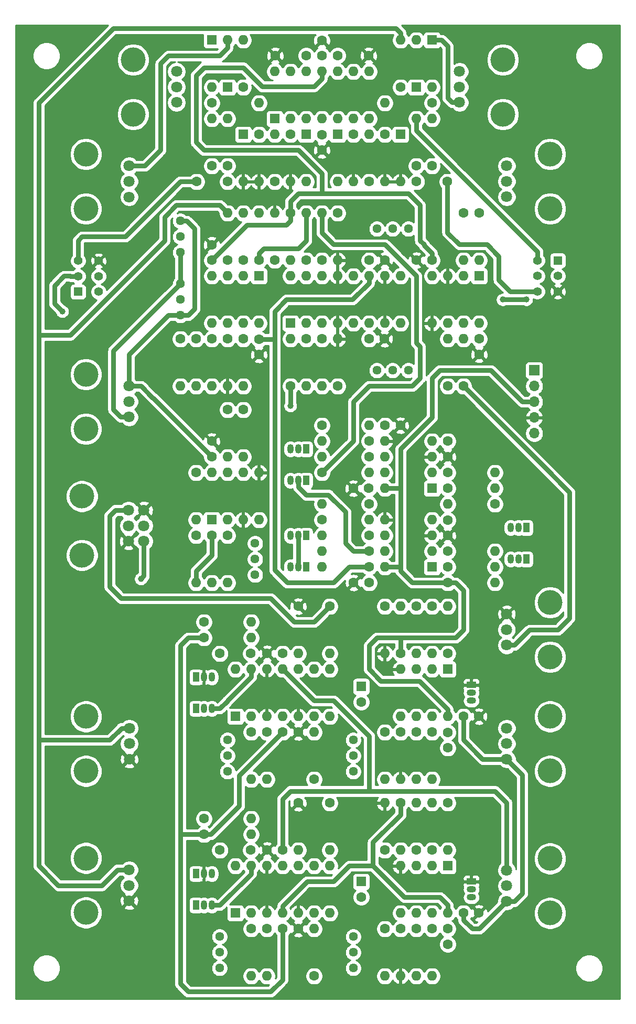
<source format=gbr>
G04 #@! TF.GenerationSoftware,KiCad,Pcbnew,(5.1.5)-3*
G04 #@! TF.CreationDate,2021-04-20T16:09:03+02:00*
G04 #@! TF.ProjectId,AnalogDrum_Metal,416e616c-6f67-4447-9275-6d5f4d657461,rev?*
G04 #@! TF.SameCoordinates,Original*
G04 #@! TF.FileFunction,Copper,L1,Top*
G04 #@! TF.FilePolarity,Positive*
%FSLAX46Y46*%
G04 Gerber Fmt 4.6, Leading zero omitted, Abs format (unit mm)*
G04 Created by KiCad (PCBNEW (5.1.5)-3) date 2021-04-20 16:09:03*
%MOMM*%
%LPD*%
G04 APERTURE LIST*
%ADD10C,4.000000*%
%ADD11C,1.800000*%
%ADD12C,1.600000*%
%ADD13O,1.600000X1.600000*%
%ADD14R,1.600000X1.600000*%
%ADD15C,1.400000*%
%ADD16R,1.400000X1.400000*%
%ADD17C,1.440000*%
%ADD18R,1.500000X1.050000*%
%ADD19O,1.500000X1.050000*%
%ADD20R,1.050000X1.500000*%
%ADD21O,1.050000X1.500000*%
%ADD22O,1.700000X1.700000*%
%ADD23R,1.700000X1.700000*%
%ADD24C,1.000000*%
%ADD25C,0.750000*%
%ADD26C,0.254000*%
G04 APERTURE END LIST*
D10*
X142255000Y-56425000D03*
X142255000Y-47625000D03*
D11*
X135255000Y-54525000D03*
X135255000Y-52025000D03*
X135255000Y-49525000D03*
D10*
X67295000Y-47630000D03*
X67295000Y-56430000D03*
D11*
X74295000Y-49530000D03*
X74295000Y-52030000D03*
X74295000Y-54530000D03*
D10*
X142255000Y-170175000D03*
X142255000Y-161375000D03*
D11*
X135255000Y-168275000D03*
X135255000Y-165775000D03*
X135255000Y-163275000D03*
D10*
X67295000Y-161295000D03*
X67295000Y-170095000D03*
D11*
X74295000Y-163195000D03*
X74295000Y-165695000D03*
X74295000Y-168195000D03*
D10*
X134635000Y-41185000D03*
X134635000Y-32385000D03*
D11*
X127635000Y-39285000D03*
X127635000Y-36785000D03*
X127635000Y-34285000D03*
D10*
X74930000Y-32385000D03*
X74930000Y-41185000D03*
D11*
X81930000Y-34285000D03*
X81930000Y-36785000D03*
X81930000Y-39285000D03*
D10*
X142240000Y-128815000D03*
X142240000Y-120015000D03*
D11*
X135240000Y-126915000D03*
X135240000Y-124415000D03*
X135240000Y-121915000D03*
D10*
X67295000Y-83185000D03*
X67295000Y-91985000D03*
D11*
X74295000Y-85085000D03*
X74295000Y-87585000D03*
X74295000Y-90085000D03*
D10*
X66675000Y-102870000D03*
X66675000Y-112370000D03*
D11*
X76675000Y-105120000D03*
X76675000Y-107620000D03*
X76675000Y-110120000D03*
X74175000Y-105120000D03*
X74175000Y-107620000D03*
X74175000Y-110120000D03*
D10*
X142255000Y-147230000D03*
X142255000Y-138430000D03*
D11*
X135255000Y-145330000D03*
X135255000Y-142830000D03*
X135255000Y-140330000D03*
D10*
X67310000Y-138430000D03*
X67310000Y-147230000D03*
D11*
X74310000Y-140330000D03*
X74310000Y-142830000D03*
X74310000Y-145330000D03*
D12*
X88940000Y-160020000D03*
X93940000Y-160020000D03*
X112950000Y-31710000D03*
X107950000Y-31710000D03*
X125690000Y-52070000D03*
X120690000Y-52070000D03*
X97870000Y-31710000D03*
X102870000Y-31710000D03*
X85170000Y-52070000D03*
X90170000Y-52070000D03*
X88940000Y-128270000D03*
X93940000Y-128270000D03*
D13*
X91440000Y-162560000D03*
X106680000Y-170180000D03*
X93980000Y-162560000D03*
X104140000Y-170180000D03*
X96520000Y-162560000D03*
X101600000Y-170180000D03*
X99060000Y-162560000D03*
X99060000Y-170180000D03*
X101600000Y-162560000D03*
X96520000Y-170180000D03*
X104140000Y-162560000D03*
X93980000Y-170180000D03*
X106680000Y-162560000D03*
D14*
X91440000Y-170180000D03*
D15*
X140210000Y-69810000D03*
X140210000Y-67310000D03*
X140210000Y-64810000D03*
X143510000Y-69810000D03*
X143510000Y-67310000D03*
D16*
X143510000Y-64810000D03*
D13*
X125730000Y-170180000D03*
X118110000Y-162560000D03*
X123190000Y-170180000D03*
X120650000Y-162560000D03*
X120650000Y-170180000D03*
X123190000Y-162560000D03*
X118110000Y-170180000D03*
D14*
X125730000Y-162560000D03*
D13*
X97790000Y-34290000D03*
X113030000Y-41910000D03*
X100330000Y-34290000D03*
X110490000Y-41910000D03*
X102870000Y-34290000D03*
X107950000Y-41910000D03*
X105410000Y-34290000D03*
X105410000Y-41910000D03*
X107950000Y-34290000D03*
X102870000Y-41910000D03*
X110490000Y-34290000D03*
X100330000Y-41910000D03*
X113030000Y-34290000D03*
D14*
X97790000Y-41910000D03*
D13*
X115570000Y-114300000D03*
X123190000Y-106680000D03*
X115570000Y-111760000D03*
X123190000Y-109220000D03*
X115570000Y-109220000D03*
X123190000Y-111760000D03*
X115570000Y-106680000D03*
D14*
X123190000Y-114300000D03*
D13*
X115570000Y-101600000D03*
X123190000Y-93980000D03*
X115570000Y-99060000D03*
X123190000Y-96520000D03*
X115570000Y-96520000D03*
X123190000Y-99060000D03*
X115570000Y-93980000D03*
D14*
X123190000Y-101600000D03*
D13*
X130810000Y-74930000D03*
X123190000Y-67310000D03*
X128270000Y-74930000D03*
X125730000Y-67310000D03*
X125730000Y-74930000D03*
X128270000Y-67310000D03*
X123190000Y-74930000D03*
D14*
X130810000Y-67310000D03*
D13*
X100330000Y-67310000D03*
X118110000Y-74930000D03*
X102870000Y-67310000D03*
X115570000Y-74930000D03*
X105410000Y-67310000D03*
X113030000Y-74930000D03*
X107950000Y-67310000D03*
X110490000Y-74930000D03*
X110490000Y-67310000D03*
X107950000Y-74930000D03*
X113030000Y-67310000D03*
X105410000Y-74930000D03*
X115570000Y-67310000D03*
X102870000Y-74930000D03*
X118110000Y-67310000D03*
D14*
X100330000Y-74930000D03*
D13*
X95250000Y-74930000D03*
X87630000Y-67310000D03*
X92710000Y-74930000D03*
X90170000Y-67310000D03*
X90170000Y-74930000D03*
X92710000Y-67310000D03*
X87630000Y-74930000D03*
D14*
X95250000Y-67310000D03*
D13*
X87630000Y-99060000D03*
X95250000Y-106680000D03*
X90170000Y-99060000D03*
X92710000Y-106680000D03*
X92710000Y-99060000D03*
X90170000Y-106680000D03*
X95250000Y-99060000D03*
D14*
X87630000Y-106680000D03*
D13*
X125730000Y-138430000D03*
X118110000Y-130810000D03*
X123190000Y-138430000D03*
X120650000Y-130810000D03*
X120650000Y-138430000D03*
X123190000Y-130810000D03*
X118110000Y-138430000D03*
D14*
X125730000Y-130810000D03*
D13*
X91440000Y-130810000D03*
X106680000Y-138430000D03*
X93980000Y-130810000D03*
X104140000Y-138430000D03*
X96520000Y-130810000D03*
X101600000Y-138430000D03*
X99060000Y-130810000D03*
X99060000Y-138430000D03*
X101600000Y-130810000D03*
X96520000Y-138430000D03*
X104140000Y-130810000D03*
X93980000Y-138430000D03*
X106680000Y-130810000D03*
D14*
X91440000Y-138430000D03*
D15*
X69340000Y-64850000D03*
X69340000Y-67350000D03*
X69340000Y-69850000D03*
X66040000Y-64850000D03*
X66040000Y-67350000D03*
D16*
X66040000Y-69850000D03*
D17*
X110490000Y-173990000D03*
X110490000Y-176530000D03*
X110490000Y-179070000D03*
X88900000Y-173990000D03*
X88900000Y-176530000D03*
X88900000Y-179070000D03*
X114300000Y-59690000D03*
X116840000Y-59690000D03*
X119380000Y-59690000D03*
X114300000Y-82550000D03*
X116840000Y-82550000D03*
X119380000Y-82550000D03*
X82550000Y-63500000D03*
X82550000Y-60960000D03*
X82550000Y-58420000D03*
X82550000Y-68580000D03*
X82550000Y-71120000D03*
X82550000Y-73660000D03*
X94615000Y-115570000D03*
X94615000Y-113030000D03*
X94615000Y-110490000D03*
X110490000Y-142240000D03*
X110490000Y-144780000D03*
X110490000Y-147320000D03*
X90170000Y-142240000D03*
X90170000Y-144780000D03*
X90170000Y-147320000D03*
D13*
X125730000Y-160020000D03*
D12*
X125730000Y-152400000D03*
D13*
X123190000Y-152400000D03*
D12*
X123190000Y-160020000D03*
D13*
X93980000Y-154940000D03*
D12*
X86360000Y-154940000D03*
D13*
X115570000Y-152400000D03*
D12*
X115570000Y-160020000D03*
D13*
X123190000Y-180340000D03*
D12*
X123190000Y-172720000D03*
D13*
X118110000Y-180340000D03*
D12*
X118110000Y-172720000D03*
D13*
X120650000Y-152400000D03*
D12*
X120650000Y-160020000D03*
D13*
X115570000Y-180340000D03*
D12*
X115570000Y-172720000D03*
D13*
X96520000Y-180340000D03*
D12*
X96520000Y-172720000D03*
D13*
X101600000Y-160020000D03*
D12*
X101600000Y-152400000D03*
D13*
X106680000Y-160020000D03*
D12*
X106680000Y-152400000D03*
D13*
X120650000Y-180340000D03*
D12*
X120650000Y-172720000D03*
D13*
X104140000Y-172720000D03*
D12*
X104140000Y-180340000D03*
D13*
X93980000Y-157480000D03*
D12*
X86360000Y-157480000D03*
D13*
X93980000Y-180340000D03*
D12*
X93980000Y-172720000D03*
D13*
X118110000Y-160020000D03*
D12*
X118110000Y-152400000D03*
D13*
X115570000Y-52070000D03*
D12*
X115570000Y-44450000D03*
D13*
X110490000Y-52070000D03*
D12*
X110490000Y-44450000D03*
D13*
X123190000Y-41910000D03*
D12*
X123190000Y-49530000D03*
D13*
X118110000Y-29210000D03*
D12*
X118110000Y-36830000D03*
D13*
X115570000Y-39370000D03*
D12*
X123190000Y-39370000D03*
D13*
X120650000Y-41910000D03*
D12*
X120650000Y-49530000D03*
D13*
X113030000Y-44450000D03*
D12*
X113030000Y-52070000D03*
D13*
X95250000Y-52070000D03*
D12*
X95250000Y-44450000D03*
D13*
X100330000Y-52070000D03*
D12*
X100330000Y-44450000D03*
D13*
X90170000Y-41910000D03*
D12*
X90170000Y-49530000D03*
D13*
X92710000Y-29210000D03*
D12*
X92710000Y-36830000D03*
D13*
X95250000Y-39370000D03*
D12*
X87630000Y-39370000D03*
D13*
X87630000Y-41910000D03*
D12*
X87630000Y-49530000D03*
D13*
X97790000Y-44450000D03*
D12*
X97790000Y-52070000D03*
D13*
X113030000Y-91440000D03*
D12*
X105410000Y-91440000D03*
D13*
X113030000Y-106680000D03*
D12*
X105410000Y-106680000D03*
D13*
X125730000Y-104140000D03*
D12*
X133350000Y-104140000D03*
D13*
X113030000Y-99060000D03*
D12*
X105410000Y-99060000D03*
D13*
X105410000Y-93980000D03*
D12*
X113030000Y-93980000D03*
D13*
X105410000Y-109220000D03*
D12*
X113030000Y-109220000D03*
D13*
X133350000Y-111760000D03*
D12*
X125730000Y-111760000D03*
D13*
X133350000Y-99060000D03*
D12*
X125730000Y-99060000D03*
D13*
X105410000Y-96520000D03*
D12*
X113030000Y-96520000D03*
D13*
X105410000Y-111760000D03*
D12*
X113030000Y-111760000D03*
D13*
X133350000Y-114300000D03*
D12*
X125730000Y-114300000D03*
D13*
X133350000Y-101600000D03*
D12*
X125730000Y-101600000D03*
D13*
X105410000Y-104140000D03*
D12*
X113030000Y-104140000D03*
D13*
X105410000Y-114300000D03*
D12*
X113030000Y-114300000D03*
D13*
X133350000Y-116840000D03*
D12*
X125730000Y-116840000D03*
D13*
X107950000Y-64770000D03*
D12*
X107950000Y-57150000D03*
D13*
X107950000Y-77470000D03*
D12*
X107950000Y-85090000D03*
D13*
X130810000Y-64770000D03*
D12*
X130810000Y-57150000D03*
D13*
X128270000Y-77470000D03*
D12*
X128270000Y-85090000D03*
D13*
X105410000Y-57150000D03*
D12*
X105410000Y-64770000D03*
D13*
X105410000Y-85090000D03*
D12*
X105410000Y-77470000D03*
D13*
X128270000Y-64770000D03*
D12*
X128270000Y-57150000D03*
D13*
X125730000Y-77470000D03*
D12*
X125730000Y-85090000D03*
D13*
X97790000Y-57150000D03*
D12*
X97790000Y-64770000D03*
D13*
X90170000Y-85090000D03*
D12*
X90170000Y-77470000D03*
D13*
X95250000Y-57150000D03*
D12*
X95250000Y-64770000D03*
D13*
X92710000Y-85090000D03*
D12*
X92710000Y-77470000D03*
D13*
X100330000Y-64770000D03*
D12*
X100330000Y-57150000D03*
D13*
X102870000Y-57150000D03*
D12*
X102870000Y-64770000D03*
D13*
X100330000Y-77470000D03*
D12*
X100330000Y-85090000D03*
D13*
X102870000Y-85090000D03*
D12*
X102870000Y-77470000D03*
D13*
X90170000Y-57150000D03*
D12*
X90170000Y-64770000D03*
D13*
X82550000Y-85090000D03*
D12*
X82550000Y-77470000D03*
D13*
X92710000Y-57150000D03*
D12*
X92710000Y-64770000D03*
D13*
X87630000Y-85090000D03*
D12*
X87630000Y-77470000D03*
D13*
X85090000Y-85090000D03*
D12*
X85090000Y-77470000D03*
D13*
X90170000Y-96520000D03*
D12*
X90170000Y-88900000D03*
D13*
X85090000Y-106680000D03*
D12*
X85090000Y-99060000D03*
D13*
X90170000Y-116840000D03*
D12*
X90170000Y-109220000D03*
D13*
X92710000Y-96520000D03*
D12*
X92710000Y-88900000D03*
D13*
X85090000Y-116840000D03*
D12*
X85090000Y-109220000D03*
D13*
X87630000Y-116840000D03*
D12*
X87630000Y-109220000D03*
D13*
X125730000Y-120650000D03*
D12*
X125730000Y-128270000D03*
D13*
X123190000Y-128270000D03*
D12*
X123190000Y-120650000D03*
D13*
X93980000Y-123190000D03*
D12*
X86360000Y-123190000D03*
D13*
X115570000Y-128270000D03*
D12*
X115570000Y-120650000D03*
D13*
X123190000Y-148590000D03*
D12*
X123190000Y-140970000D03*
D13*
X118110000Y-148590000D03*
D12*
X118110000Y-140970000D03*
D13*
X120650000Y-128270000D03*
D12*
X120650000Y-120650000D03*
D13*
X115570000Y-148590000D03*
D12*
X115570000Y-140970000D03*
D13*
X96520000Y-148590000D03*
D12*
X96520000Y-140970000D03*
D13*
X101600000Y-128270000D03*
D12*
X101600000Y-120650000D03*
D13*
X106680000Y-128270000D03*
D12*
X106680000Y-120650000D03*
D13*
X120650000Y-148590000D03*
D12*
X120650000Y-140970000D03*
D13*
X104140000Y-140970000D03*
D12*
X104140000Y-148590000D03*
D13*
X93980000Y-125730000D03*
D12*
X86360000Y-125730000D03*
D13*
X93980000Y-148590000D03*
D12*
X93980000Y-140970000D03*
D13*
X118110000Y-120650000D03*
D12*
X118110000Y-128270000D03*
D18*
X129540000Y-165100000D03*
D19*
X129540000Y-167640000D03*
X129540000Y-166370000D03*
D20*
X85090000Y-163830000D03*
D21*
X87630000Y-163830000D03*
X86360000Y-163830000D03*
D20*
X85090000Y-168910000D03*
D21*
X87630000Y-168910000D03*
X86360000Y-168910000D03*
D20*
X102870000Y-95250000D03*
D21*
X100330000Y-95250000D03*
X101600000Y-95250000D03*
D20*
X102870000Y-109220000D03*
D21*
X100330000Y-109220000D03*
X101600000Y-109220000D03*
D20*
X138430000Y-107950000D03*
D21*
X135890000Y-107950000D03*
X137160000Y-107950000D03*
D20*
X102870000Y-100330000D03*
D21*
X100330000Y-100330000D03*
X101600000Y-100330000D03*
D20*
X102870000Y-114300000D03*
D21*
X100330000Y-114300000D03*
X101600000Y-114300000D03*
D20*
X138430000Y-113030000D03*
D21*
X135890000Y-113030000D03*
X137160000Y-113030000D03*
D18*
X129540000Y-133350000D03*
D19*
X129540000Y-135890000D03*
X129540000Y-134620000D03*
D20*
X85090000Y-132080000D03*
D21*
X87630000Y-132080000D03*
X86360000Y-132080000D03*
D20*
X85090000Y-137160000D03*
D21*
X87630000Y-137160000D03*
X86360000Y-137160000D03*
D22*
X139700000Y-92710000D03*
X139700000Y-90170000D03*
X139700000Y-87630000D03*
X139700000Y-85090000D03*
D23*
X139700000Y-82550000D03*
D13*
X118110000Y-52070000D03*
D14*
X118110000Y-44450000D03*
D13*
X120650000Y-29210000D03*
D14*
X120650000Y-36830000D03*
D13*
X107950000Y-52070000D03*
D14*
X107950000Y-44450000D03*
D13*
X123190000Y-36830000D03*
D14*
X123190000Y-29210000D03*
D13*
X92710000Y-52070000D03*
D14*
X92710000Y-44450000D03*
D13*
X90170000Y-29210000D03*
D14*
X90170000Y-36830000D03*
D13*
X102870000Y-52070000D03*
D14*
X102870000Y-44450000D03*
D13*
X87630000Y-36830000D03*
D14*
X87630000Y-29210000D03*
D12*
X111760000Y-167600000D03*
D14*
X111760000Y-165100000D03*
D12*
X111760000Y-136100225D03*
D14*
X111760000Y-133600225D03*
D12*
X99060000Y-160020000D03*
X96560000Y-160020000D03*
X101600000Y-172720000D03*
X99100000Y-172720000D03*
X130770000Y-170180000D03*
X128270000Y-170180000D03*
X105410000Y-31750000D03*
X105410000Y-29250000D03*
X105410000Y-46990000D03*
X105410000Y-44490000D03*
X125730000Y-106720000D03*
X125730000Y-109220000D03*
X125730000Y-93980000D03*
X125730000Y-96480000D03*
X110490000Y-101600000D03*
X112990000Y-101600000D03*
X110530000Y-116840000D03*
X113030000Y-116840000D03*
X113030000Y-77470000D03*
X115530000Y-77470000D03*
X123190000Y-64770000D03*
X120690000Y-64770000D03*
X87630000Y-64770000D03*
X87630000Y-62270000D03*
X115570000Y-64770000D03*
X113070000Y-64770000D03*
X130810000Y-79970000D03*
X130810000Y-77470000D03*
X95250000Y-80010000D03*
X95250000Y-77510000D03*
X115610000Y-91440000D03*
X118110000Y-91440000D03*
X87630000Y-93980000D03*
X87630000Y-96480000D03*
X99060000Y-128270000D03*
X96560000Y-128270000D03*
X101600000Y-140970000D03*
X99100000Y-140970000D03*
X130770000Y-138430000D03*
X128270000Y-138430000D03*
X125730000Y-172720000D03*
X125730000Y-175220000D03*
X125730000Y-141010000D03*
X125730000Y-143510000D03*
D24*
X57150000Y-27940000D03*
X57150000Y-38100000D03*
X57150000Y-48260000D03*
X57150000Y-58420000D03*
X57150000Y-68580000D03*
X57150000Y-78740000D03*
X57150000Y-88900000D03*
X57150000Y-99060000D03*
X57150000Y-109220000D03*
X57150000Y-119380000D03*
X57150000Y-129540000D03*
X57150000Y-139700000D03*
X57150000Y-149860000D03*
X57150000Y-160020000D03*
X57150000Y-170180000D03*
X57150000Y-182880000D03*
X67310000Y-182880000D03*
X77470000Y-182880000D03*
X67310000Y-27940000D03*
X152400000Y-27940000D03*
X142240000Y-27940000D03*
X152400000Y-38100000D03*
X152400000Y-48260000D03*
X152400000Y-58420000D03*
X152400000Y-68580000D03*
X152400000Y-78740000D03*
X152400000Y-88900000D03*
X152400000Y-99060000D03*
X152400000Y-109220000D03*
X152400000Y-119380000D03*
X152400000Y-129540000D03*
X152400000Y-139700000D03*
X152400000Y-149860000D03*
X152400000Y-160020000D03*
X152400000Y-170180000D03*
X152400000Y-182880000D03*
X142240000Y-182880000D03*
X132080000Y-182880000D03*
X100330000Y-88265000D03*
X134620000Y-71120000D03*
X138430000Y-71120000D03*
X63500000Y-73025000D03*
X76200000Y-116205000D03*
D25*
X118745000Y-167640000D02*
X124460000Y-167640000D01*
X113665000Y-162560000D02*
X118745000Y-167640000D01*
X99060000Y-169048630D02*
X103008630Y-165100000D01*
X125730000Y-168910000D02*
X125730000Y-170180000D01*
X107315000Y-165100000D02*
X109855000Y-162560000D01*
X124460000Y-167640000D02*
X125730000Y-168910000D01*
X99060000Y-170180000D02*
X99060000Y-169048630D01*
X103008630Y-165100000D02*
X107315000Y-165100000D01*
X109855000Y-162560000D02*
X113665000Y-162560000D01*
X113665000Y-162560000D02*
X113665000Y-158750000D01*
X118110000Y-154305000D02*
X118110000Y-152400000D01*
X113665000Y-158750000D02*
X118110000Y-154305000D01*
X92075000Y-152896370D02*
X92075000Y-147995000D01*
X86360000Y-157480000D02*
X87491370Y-157480000D01*
X92075000Y-147995000D02*
X99100000Y-140970000D01*
X87491370Y-157480000D02*
X92075000Y-152896370D01*
X99100000Y-180935000D02*
X99100000Y-172720000D01*
X97155000Y-182880000D02*
X99100000Y-180935000D01*
X83820000Y-182880000D02*
X97155000Y-182880000D01*
X82550000Y-157480000D02*
X82550000Y-181610000D01*
X82550000Y-181610000D02*
X83820000Y-182880000D01*
X83820000Y-125730000D02*
X86360000Y-125730000D01*
X82550000Y-127000000D02*
X83820000Y-125730000D01*
X86360000Y-157480000D02*
X82550000Y-157480000D01*
X82550000Y-157480000D02*
X82550000Y-127000000D01*
X114300000Y-125730000D02*
X118110000Y-125730000D01*
X113030000Y-127000000D02*
X114300000Y-125730000D01*
X125730000Y-137298630D02*
X121146370Y-132715000D01*
X114935000Y-132715000D02*
X113030000Y-130810000D01*
X125730000Y-138430000D02*
X125730000Y-137298630D01*
X121146370Y-132715000D02*
X114935000Y-132715000D01*
X113030000Y-130810000D02*
X113030000Y-127000000D01*
X118110000Y-125730000D02*
X118110000Y-127000000D01*
X127000000Y-116840000D02*
X128270000Y-118110000D01*
X125730000Y-116840000D02*
X127000000Y-116840000D01*
X118110000Y-127000000D02*
X118110000Y-128270000D01*
X128270000Y-118110000D02*
X128270000Y-124460000D01*
X128270000Y-124460000D02*
X127000000Y-125730000D01*
X127000000Y-125730000D02*
X118110000Y-125730000D01*
X118110000Y-95250000D02*
X123190000Y-90170000D01*
X137795000Y-87630000D02*
X139700000Y-87630000D01*
X123190000Y-90170000D02*
X123190000Y-83820000D01*
X132715000Y-82550000D02*
X137795000Y-87630000D01*
X123190000Y-83820000D02*
X124460000Y-82550000D01*
X118110000Y-101600000D02*
X118110000Y-95250000D01*
X124460000Y-82550000D02*
X132715000Y-82550000D01*
X118110000Y-101600000D02*
X116701370Y-101600000D01*
X116701370Y-101600000D02*
X115570000Y-101600000D01*
X83820000Y-73660000D02*
X82550000Y-73660000D01*
X84838233Y-72641767D02*
X83820000Y-73660000D01*
X84838233Y-59690000D02*
X84838233Y-72641767D01*
X82550000Y-58420000D02*
X83568233Y-58420000D01*
X83568233Y-58420000D02*
X84838233Y-59690000D01*
X113030000Y-68441370D02*
X110351370Y-71120000D01*
X113030000Y-67310000D02*
X113030000Y-68441370D01*
X110351370Y-71120000D02*
X99695000Y-71120000D01*
X99695000Y-71120000D02*
X97790000Y-73025000D01*
X95250000Y-77510000D02*
X97750000Y-77510000D01*
X97790000Y-73025000D02*
X97790000Y-77470000D01*
X97750000Y-77510000D02*
X97790000Y-77470000D01*
X97790000Y-77470000D02*
X97790000Y-114804998D01*
X125730000Y-116840000D02*
X120015000Y-116840000D01*
X113030000Y-114300000D02*
X109855000Y-114300000D01*
X109855000Y-114300000D02*
X107315000Y-116840000D01*
X99825002Y-116840000D02*
X97790000Y-114804998D01*
X107315000Y-116840000D02*
X99825002Y-116840000D01*
X117475000Y-114300000D02*
X115570000Y-114300000D01*
X118110000Y-101600000D02*
X118110000Y-114300000D01*
X118110000Y-114300000D02*
X117475000Y-114300000D01*
X120015000Y-116840000D02*
X118110000Y-114935000D01*
X118110000Y-114935000D02*
X118110000Y-114300000D01*
X128270000Y-171311370D02*
X129678630Y-172720000D01*
X128270000Y-170180000D02*
X128270000Y-171311370D01*
X74295000Y-80010000D02*
X74295000Y-85085000D01*
X82550000Y-73660000D02*
X80645000Y-73660000D01*
X80645000Y-73660000D02*
X74295000Y-80010000D01*
X74295000Y-85085000D02*
X76195000Y-85085000D01*
X76195000Y-85085000D02*
X78105000Y-86995000D01*
X78145000Y-86995000D02*
X87630000Y-96480000D01*
X78105000Y-86995000D02*
X78145000Y-86995000D01*
X130810000Y-172720000D02*
X135255000Y-168275000D01*
X129678630Y-172720000D02*
X130810000Y-172720000D01*
X131360000Y-145330000D02*
X135255000Y-145330000D01*
X128270000Y-138430000D02*
X128270000Y-142240000D01*
X128270000Y-142240000D02*
X131360000Y-145330000D01*
X135255000Y-145330000D02*
X137795000Y-147870000D01*
X136525000Y-168275000D02*
X135255000Y-168275000D01*
X137795000Y-167005000D02*
X136525000Y-168275000D01*
X137795000Y-147870000D02*
X137795000Y-167005000D01*
X100330000Y-150495000D02*
X99060000Y-151765000D01*
X99060000Y-151765000D02*
X99060000Y-160020000D01*
X113030000Y-150495000D02*
X100330000Y-150495000D01*
X99060000Y-130810000D02*
X104140000Y-135890000D01*
X113030000Y-141605000D02*
X113030000Y-150495000D01*
X107315000Y-135890000D02*
X113030000Y-141605000D01*
X104140000Y-135890000D02*
X107315000Y-135890000D01*
X100330000Y-88265000D02*
X100330000Y-85090000D01*
X104140000Y-53975000D02*
X101600000Y-53975000D01*
X101600000Y-53975000D02*
X100330000Y-55245000D01*
X100330000Y-55245000D02*
X100330000Y-57150000D01*
X87630000Y-64770000D02*
X93345000Y-59055000D01*
X93345000Y-59055000D02*
X99695000Y-59055000D01*
X99695000Y-59055000D02*
X100330000Y-58420000D01*
X100330000Y-58420000D02*
X100330000Y-57150000D01*
X119380000Y-53975000D02*
X104775000Y-53975000D01*
X121285000Y-61595000D02*
X121285000Y-55880000D01*
X104775000Y-53975000D02*
X104140000Y-53975000D01*
X121920000Y-62230000D02*
X121285000Y-61595000D01*
X121920000Y-62368630D02*
X121920000Y-62230000D01*
X121285000Y-55880000D02*
X119380000Y-53975000D01*
X123190000Y-64770000D02*
X123190000Y-63638630D01*
X123190000Y-63638630D02*
X121920000Y-62368630D01*
X105410000Y-52705000D02*
X105410000Y-53975000D01*
X92710000Y-33655000D02*
X86360000Y-33655000D01*
X95746370Y-36691370D02*
X92710000Y-33655000D01*
X104140000Y-36691370D02*
X95746370Y-36691370D01*
X85090000Y-45720000D02*
X86360000Y-46990000D01*
X105410000Y-50800000D02*
X105410000Y-52705000D01*
X105410000Y-34290000D02*
X105410000Y-35421370D01*
X105410000Y-35421370D02*
X104140000Y-36691370D01*
X86360000Y-33655000D02*
X85090000Y-34925000D01*
X86360000Y-46990000D02*
X101600000Y-46990000D01*
X85090000Y-34925000D02*
X85090000Y-45720000D01*
X101600000Y-46990000D02*
X105410000Y-50800000D01*
X82550000Y-68580000D02*
X82550000Y-63500000D01*
X74295000Y-90085000D02*
X72940000Y-90085000D01*
X72940000Y-90085000D02*
X71755000Y-88900000D01*
X71755000Y-79375000D02*
X82550000Y-68580000D01*
X71755000Y-88900000D02*
X71755000Y-79375000D01*
X113030000Y-150495000D02*
X133350000Y-150495000D01*
X135255000Y-152400000D02*
X135255000Y-163275000D01*
X133350000Y-150495000D02*
X135255000Y-152400000D01*
X66675000Y-60960000D02*
X73660000Y-60960000D01*
X66040000Y-61595000D02*
X66040000Y-64850000D01*
X66040000Y-61595000D02*
X66675000Y-60960000D01*
X73660000Y-60960000D02*
X82550000Y-52070000D01*
X82550000Y-52070000D02*
X85170000Y-52070000D01*
X125690000Y-52070000D02*
X125690000Y-60285000D01*
X125690000Y-60285000D02*
X127635000Y-62230000D01*
X127635000Y-62230000D02*
X132080000Y-62230000D01*
X132080000Y-62230000D02*
X133985000Y-64135000D01*
X133985000Y-64135000D02*
X133985000Y-67945000D01*
X135850000Y-69810000D02*
X140210000Y-69810000D01*
X133985000Y-67945000D02*
X135850000Y-69810000D01*
X76835000Y-49530000D02*
X74295000Y-49530000D01*
X79375000Y-46990000D02*
X76835000Y-49530000D01*
X90170000Y-30480000D02*
X88900000Y-31750000D01*
X79375000Y-33020000D02*
X79375000Y-46990000D01*
X88900000Y-31750000D02*
X80645000Y-31750000D01*
X90170000Y-29210000D02*
X90170000Y-30480000D01*
X80645000Y-31750000D02*
X79375000Y-33020000D01*
X127635000Y-39285000D02*
X126450000Y-39285000D01*
X126450000Y-39285000D02*
X125730000Y-38565000D01*
X124740000Y-29210000D02*
X123190000Y-29210000D01*
X125730000Y-30200000D02*
X124740000Y-29210000D01*
X125730000Y-38565000D02*
X125730000Y-30200000D01*
X137722894Y-71120000D02*
X134620000Y-71120000D01*
X134620000Y-71120000D02*
X134620000Y-71120000D01*
X137722894Y-71120000D02*
X138430000Y-71120000D01*
X138430000Y-71120000D02*
X138430000Y-71120000D01*
X63780051Y-67310000D02*
X62230000Y-68860051D01*
X64770000Y-67310000D02*
X63780051Y-67310000D01*
X62230000Y-68860051D02*
X62230000Y-71755000D01*
X62230000Y-71755000D02*
X63500000Y-73025000D01*
X63500000Y-73025000D02*
X63500000Y-73025000D01*
X64810000Y-67350000D02*
X66040000Y-67350000D01*
X64770000Y-67310000D02*
X64810000Y-67350000D01*
X101600000Y-109220000D02*
X101600000Y-114300000D01*
X101600000Y-101370002D02*
X102870000Y-102640002D01*
X101600000Y-100330000D02*
X101600000Y-101370002D01*
X102870000Y-102640002D02*
X106450002Y-102640002D01*
X106450002Y-102640002D02*
X109220000Y-105410000D01*
X109220000Y-105410000D02*
X109220000Y-110490000D01*
X110490000Y-111760000D02*
X113030000Y-111760000D01*
X109220000Y-110490000D02*
X110490000Y-111760000D01*
X71120000Y-106045000D02*
X72045000Y-105120000D01*
X72045000Y-105120000D02*
X74175000Y-105120000D01*
X71120000Y-117475000D02*
X71120000Y-106045000D01*
X106680000Y-120650000D02*
X104140000Y-123190000D01*
X104140000Y-123190000D02*
X100965000Y-123190000D01*
X97155000Y-119380000D02*
X73025000Y-119380000D01*
X100965000Y-123190000D02*
X97155000Y-119380000D01*
X73025000Y-119380000D02*
X71120000Y-117475000D01*
X85090000Y-116840000D02*
X85090000Y-114935000D01*
X87630000Y-112395000D02*
X87630000Y-109220000D01*
X85090000Y-114935000D02*
X87630000Y-112395000D01*
X71755000Y-27305000D02*
X59690000Y-39370000D01*
X118110000Y-28078630D02*
X117336370Y-27305000D01*
X117336370Y-27305000D02*
X71755000Y-27305000D01*
X59690000Y-39370000D02*
X59690000Y-69850000D01*
X118110000Y-29210000D02*
X118110000Y-28078630D01*
X64770000Y-76835000D02*
X59690000Y-76835000D01*
X80010000Y-61595000D02*
X64770000Y-76835000D01*
X80010000Y-57785000D02*
X80010000Y-61595000D01*
X59690000Y-69850000D02*
X59690000Y-76835000D01*
X81915000Y-55880000D02*
X80010000Y-57785000D01*
X90170000Y-57150000D02*
X88900000Y-55880000D01*
X88900000Y-55880000D02*
X81915000Y-55880000D01*
X59690000Y-76835000D02*
X59690000Y-131445000D01*
X72390000Y-163195000D02*
X74295000Y-163195000D01*
X69850000Y-165735000D02*
X72390000Y-163195000D01*
X62865000Y-165735000D02*
X69850000Y-165735000D01*
X59690000Y-162560000D02*
X62865000Y-165735000D01*
X73037208Y-140330000D02*
X71127208Y-142240000D01*
X74310000Y-140330000D02*
X73037208Y-140330000D01*
X59690000Y-131445000D02*
X59690000Y-142240000D01*
X71127208Y-142240000D02*
X59690000Y-142240000D01*
X59690000Y-142240000D02*
X59690000Y-162560000D01*
X95250000Y-63638630D02*
X96023630Y-62865000D01*
X95250000Y-64770000D02*
X95250000Y-63638630D01*
X96023630Y-62865000D02*
X101600000Y-62865000D01*
X102870000Y-61595000D02*
X102870000Y-57150000D01*
X101600000Y-62865000D02*
X102870000Y-61595000D01*
X110490000Y-93980000D02*
X105410000Y-99060000D01*
X120650000Y-67310000D02*
X120650000Y-78105000D01*
X105410000Y-57150000D02*
X105410000Y-60325000D01*
X107315000Y-62230000D02*
X115570000Y-62230000D01*
X105410000Y-60325000D02*
X107315000Y-62230000D01*
X121285000Y-83820000D02*
X120015000Y-85090000D01*
X120650000Y-78105000D02*
X121285000Y-78740000D01*
X115570000Y-62230000D02*
X120650000Y-67310000D01*
X113030000Y-85090000D02*
X110490000Y-87630000D01*
X120015000Y-85090000D02*
X113030000Y-85090000D01*
X121285000Y-78740000D02*
X121285000Y-83820000D01*
X110490000Y-87630000D02*
X110490000Y-93980000D01*
X140970000Y-97790000D02*
X128270000Y-85090000D01*
X145415000Y-102235000D02*
X140970000Y-97790000D01*
X136512792Y-126915000D02*
X138967792Y-124460000D01*
X145415000Y-122555000D02*
X145415000Y-102235000D01*
X135240000Y-126915000D02*
X136512792Y-126915000D01*
X138967792Y-124460000D02*
X143510000Y-124460000D01*
X143510000Y-124460000D02*
X145415000Y-122555000D01*
X120650000Y-41910000D02*
X120650000Y-43815000D01*
X140210000Y-63375000D02*
X140210000Y-64810000D01*
X120650000Y-43815000D02*
X140210000Y-63375000D01*
X76675000Y-115730000D02*
X76200000Y-116205000D01*
X76675000Y-110120000D02*
X76675000Y-115730000D01*
X88905000Y-137160000D02*
X90170000Y-135895000D01*
X87630000Y-137160000D02*
X88905000Y-137160000D01*
X90170000Y-135895000D02*
X90170000Y-135890000D01*
X93980000Y-132080000D02*
X93980000Y-130810000D01*
X90170000Y-135890000D02*
X93980000Y-132080000D01*
X93980000Y-163691370D02*
X93980000Y-162560000D01*
X93980000Y-163835000D02*
X93980000Y-163691370D01*
X88905000Y-168910000D02*
X93980000Y-163835000D01*
X87630000Y-168910000D02*
X88905000Y-168910000D01*
D26*
G36*
X59010906Y-38620739D02*
G01*
X58972367Y-38652367D01*
X58846153Y-38806160D01*
X58767464Y-38953379D01*
X58752368Y-38981621D01*
X58694615Y-39172006D01*
X58675114Y-39370000D01*
X58680000Y-39419608D01*
X58680001Y-69800383D01*
X58680000Y-69800393D01*
X58680001Y-76785382D01*
X58675114Y-76835000D01*
X58680000Y-76884608D01*
X58680001Y-131395383D01*
X58680000Y-131395393D01*
X58680001Y-142190382D01*
X58675114Y-142240000D01*
X58680000Y-142289608D01*
X58680001Y-162510382D01*
X58675114Y-162560000D01*
X58694615Y-162757994D01*
X58752368Y-162948379D01*
X58822721Y-163080000D01*
X58846154Y-163123840D01*
X58972368Y-163277633D01*
X59010901Y-163309256D01*
X62115739Y-166414094D01*
X62147367Y-166452633D01*
X62301160Y-166578847D01*
X62476620Y-166672632D01*
X62667006Y-166730385D01*
X62815392Y-166745000D01*
X62815394Y-166745000D01*
X62864999Y-166749886D01*
X62914604Y-166745000D01*
X69800392Y-166745000D01*
X69850000Y-166749886D01*
X70047994Y-166730385D01*
X70047997Y-166730384D01*
X70238380Y-166672632D01*
X70413840Y-166578847D01*
X70567633Y-166452633D01*
X70599261Y-166414094D01*
X72808356Y-164205000D01*
X73134183Y-164205000D01*
X73316495Y-164387312D01*
X73402831Y-164445000D01*
X73316495Y-164502688D01*
X73102688Y-164716495D01*
X72934701Y-164967905D01*
X72818989Y-165247257D01*
X72760000Y-165543816D01*
X72760000Y-165846184D01*
X72818989Y-166142743D01*
X72934701Y-166422095D01*
X73102688Y-166673505D01*
X73316495Y-166887312D01*
X73459310Y-166982738D01*
X73410525Y-167130920D01*
X74295000Y-168015395D01*
X75179475Y-167130920D01*
X75130690Y-166982738D01*
X75273505Y-166887312D01*
X75487312Y-166673505D01*
X75655299Y-166422095D01*
X75771011Y-166142743D01*
X75830000Y-165846184D01*
X75830000Y-165543816D01*
X75771011Y-165247257D01*
X75655299Y-164967905D01*
X75487312Y-164716495D01*
X75273505Y-164502688D01*
X75187169Y-164445000D01*
X75273505Y-164387312D01*
X75487312Y-164173505D01*
X75655299Y-163922095D01*
X75771011Y-163642743D01*
X75830000Y-163346184D01*
X75830000Y-163043816D01*
X75771011Y-162747257D01*
X75655299Y-162467905D01*
X75487312Y-162216495D01*
X75273505Y-162002688D01*
X75022095Y-161834701D01*
X74742743Y-161718989D01*
X74446184Y-161660000D01*
X74143816Y-161660000D01*
X73847257Y-161718989D01*
X73567905Y-161834701D01*
X73316495Y-162002688D01*
X73134183Y-162185000D01*
X72439604Y-162185000D01*
X72389999Y-162180114D01*
X72340394Y-162185000D01*
X72340392Y-162185000D01*
X72192006Y-162199615D01*
X72001620Y-162257368D01*
X71826160Y-162351153D01*
X71672367Y-162477367D01*
X71640744Y-162515900D01*
X69431645Y-164725000D01*
X63283355Y-164725000D01*
X60700000Y-162141645D01*
X60700000Y-161035475D01*
X64660000Y-161035475D01*
X64660000Y-161554525D01*
X64761261Y-162063601D01*
X64959893Y-162543141D01*
X65248262Y-162974715D01*
X65615285Y-163341738D01*
X66046859Y-163630107D01*
X66526399Y-163828739D01*
X67035475Y-163930000D01*
X67554525Y-163930000D01*
X68063601Y-163828739D01*
X68543141Y-163630107D01*
X68974715Y-163341738D01*
X69341738Y-162974715D01*
X69630107Y-162543141D01*
X69828739Y-162063601D01*
X69930000Y-161554525D01*
X69930000Y-161035475D01*
X69828739Y-160526399D01*
X69630107Y-160046859D01*
X69341738Y-159615285D01*
X68974715Y-159248262D01*
X68543141Y-158959893D01*
X68063601Y-158761261D01*
X67554525Y-158660000D01*
X67035475Y-158660000D01*
X66526399Y-158761261D01*
X66046859Y-158959893D01*
X65615285Y-159248262D01*
X65248262Y-159615285D01*
X64959893Y-160046859D01*
X64761261Y-160526399D01*
X64660000Y-161035475D01*
X60700000Y-161035475D01*
X60700000Y-146970475D01*
X64675000Y-146970475D01*
X64675000Y-147489525D01*
X64776261Y-147998601D01*
X64974893Y-148478141D01*
X65263262Y-148909715D01*
X65630285Y-149276738D01*
X66061859Y-149565107D01*
X66541399Y-149763739D01*
X67050475Y-149865000D01*
X67569525Y-149865000D01*
X68078601Y-149763739D01*
X68558141Y-149565107D01*
X68989715Y-149276738D01*
X69356738Y-148909715D01*
X69645107Y-148478141D01*
X69843739Y-147998601D01*
X69945000Y-147489525D01*
X69945000Y-146970475D01*
X69843739Y-146461399D01*
X69815855Y-146394080D01*
X73425525Y-146394080D01*
X73509208Y-146648261D01*
X73781775Y-146779158D01*
X74074642Y-146854365D01*
X74376553Y-146870991D01*
X74675907Y-146828397D01*
X74961199Y-146728222D01*
X75110792Y-146648261D01*
X75194475Y-146394080D01*
X74310000Y-145509605D01*
X73425525Y-146394080D01*
X69815855Y-146394080D01*
X69645107Y-145981859D01*
X69356738Y-145550285D01*
X69203006Y-145396553D01*
X72769009Y-145396553D01*
X72811603Y-145695907D01*
X72911778Y-145981199D01*
X72991739Y-146130792D01*
X73245920Y-146214475D01*
X74130395Y-145330000D01*
X74489605Y-145330000D01*
X75374080Y-146214475D01*
X75628261Y-146130792D01*
X75759158Y-145858225D01*
X75834365Y-145565358D01*
X75850991Y-145263447D01*
X75808397Y-144964093D01*
X75708222Y-144678801D01*
X75628261Y-144529208D01*
X75374080Y-144445525D01*
X74489605Y-145330000D01*
X74130395Y-145330000D01*
X73245920Y-144445525D01*
X72991739Y-144529208D01*
X72860842Y-144801775D01*
X72785635Y-145094642D01*
X72769009Y-145396553D01*
X69203006Y-145396553D01*
X68989715Y-145183262D01*
X68558141Y-144894893D01*
X68078601Y-144696261D01*
X67569525Y-144595000D01*
X67050475Y-144595000D01*
X66541399Y-144696261D01*
X66061859Y-144894893D01*
X65630285Y-145183262D01*
X65263262Y-145550285D01*
X64974893Y-145981859D01*
X64776261Y-146461399D01*
X64675000Y-146970475D01*
X60700000Y-146970475D01*
X60700000Y-143250000D01*
X71077600Y-143250000D01*
X71127208Y-143254886D01*
X71325202Y-143235385D01*
X71515588Y-143177632D01*
X71691048Y-143083847D01*
X71844841Y-142957633D01*
X71876469Y-142919094D01*
X73302373Y-141493190D01*
X73331495Y-141522312D01*
X73417831Y-141580000D01*
X73331495Y-141637688D01*
X73117688Y-141851495D01*
X72949701Y-142102905D01*
X72833989Y-142382257D01*
X72775000Y-142678816D01*
X72775000Y-142981184D01*
X72833989Y-143277743D01*
X72949701Y-143557095D01*
X73117688Y-143808505D01*
X73331495Y-144022312D01*
X73474310Y-144117738D01*
X73425525Y-144265920D01*
X74310000Y-145150395D01*
X75194475Y-144265920D01*
X75145690Y-144117738D01*
X75288505Y-144022312D01*
X75502312Y-143808505D01*
X75670299Y-143557095D01*
X75786011Y-143277743D01*
X75845000Y-142981184D01*
X75845000Y-142678816D01*
X75786011Y-142382257D01*
X75670299Y-142102905D01*
X75502312Y-141851495D01*
X75288505Y-141637688D01*
X75202169Y-141580000D01*
X75288505Y-141522312D01*
X75502312Y-141308505D01*
X75670299Y-141057095D01*
X75786011Y-140777743D01*
X75845000Y-140481184D01*
X75845000Y-140178816D01*
X75786011Y-139882257D01*
X75670299Y-139602905D01*
X75502312Y-139351495D01*
X75288505Y-139137688D01*
X75037095Y-138969701D01*
X74757743Y-138853989D01*
X74461184Y-138795000D01*
X74158816Y-138795000D01*
X73862257Y-138853989D01*
X73582905Y-138969701D01*
X73331495Y-139137688D01*
X73149183Y-139320000D01*
X73086816Y-139320000D01*
X73037208Y-139315114D01*
X72839213Y-139334615D01*
X72648828Y-139392368D01*
X72473368Y-139486153D01*
X72319575Y-139612367D01*
X72287952Y-139650900D01*
X70708853Y-141230000D01*
X60700000Y-141230000D01*
X60700000Y-138170475D01*
X64675000Y-138170475D01*
X64675000Y-138689525D01*
X64776261Y-139198601D01*
X64974893Y-139678141D01*
X65263262Y-140109715D01*
X65630285Y-140476738D01*
X66061859Y-140765107D01*
X66541399Y-140963739D01*
X67050475Y-141065000D01*
X67569525Y-141065000D01*
X68078601Y-140963739D01*
X68558141Y-140765107D01*
X68989715Y-140476738D01*
X69356738Y-140109715D01*
X69645107Y-139678141D01*
X69843739Y-139198601D01*
X69945000Y-138689525D01*
X69945000Y-138170475D01*
X69843739Y-137661399D01*
X69645107Y-137181859D01*
X69356738Y-136750285D01*
X68989715Y-136383262D01*
X68558141Y-136094893D01*
X68078601Y-135896261D01*
X67569525Y-135795000D01*
X67050475Y-135795000D01*
X66541399Y-135896261D01*
X66061859Y-136094893D01*
X65630285Y-136383262D01*
X65263262Y-136750285D01*
X64974893Y-137181859D01*
X64776261Y-137661399D01*
X64675000Y-138170475D01*
X60700000Y-138170475D01*
X60700000Y-112110475D01*
X64040000Y-112110475D01*
X64040000Y-112629525D01*
X64141261Y-113138601D01*
X64339893Y-113618141D01*
X64628262Y-114049715D01*
X64995285Y-114416738D01*
X65426859Y-114705107D01*
X65906399Y-114903739D01*
X66415475Y-115005000D01*
X66934525Y-115005000D01*
X67443601Y-114903739D01*
X67923141Y-114705107D01*
X68354715Y-114416738D01*
X68721738Y-114049715D01*
X69010107Y-113618141D01*
X69208739Y-113138601D01*
X69310000Y-112629525D01*
X69310000Y-112110475D01*
X69208739Y-111601399D01*
X69010107Y-111121859D01*
X68721738Y-110690285D01*
X68354715Y-110323262D01*
X67923141Y-110034893D01*
X67443601Y-109836261D01*
X66934525Y-109735000D01*
X66415475Y-109735000D01*
X65906399Y-109836261D01*
X65426859Y-110034893D01*
X64995285Y-110323262D01*
X64628262Y-110690285D01*
X64339893Y-111121859D01*
X64141261Y-111601399D01*
X64040000Y-112110475D01*
X60700000Y-112110475D01*
X60700000Y-106045000D01*
X70105114Y-106045000D01*
X70110001Y-106094618D01*
X70110000Y-117425392D01*
X70105114Y-117475000D01*
X70124615Y-117672994D01*
X70156357Y-117777632D01*
X70182368Y-117863379D01*
X70276153Y-118038840D01*
X70402367Y-118192633D01*
X70440906Y-118224261D01*
X72275743Y-120059099D01*
X72307367Y-120097633D01*
X72461160Y-120223847D01*
X72603390Y-120299870D01*
X72636620Y-120317632D01*
X72827005Y-120375385D01*
X73025000Y-120394886D01*
X73074608Y-120390000D01*
X96736645Y-120390000D01*
X100215744Y-123869100D01*
X100247367Y-123907633D01*
X100401160Y-124033847D01*
X100576620Y-124127632D01*
X100767005Y-124185385D01*
X100965000Y-124204886D01*
X101014608Y-124200000D01*
X104090392Y-124200000D01*
X104140000Y-124204886D01*
X104337994Y-124185385D01*
X104528380Y-124127632D01*
X104703840Y-124033847D01*
X104857633Y-123907633D01*
X104889261Y-123869094D01*
X106673356Y-122085000D01*
X106821335Y-122085000D01*
X107098574Y-122029853D01*
X107359727Y-121921680D01*
X107594759Y-121764637D01*
X107794637Y-121564759D01*
X107951680Y-121329727D01*
X108059853Y-121068574D01*
X108115000Y-120791335D01*
X108115000Y-120508665D01*
X114135000Y-120508665D01*
X114135000Y-120791335D01*
X114190147Y-121068574D01*
X114298320Y-121329727D01*
X114455363Y-121564759D01*
X114655241Y-121764637D01*
X114890273Y-121921680D01*
X115151426Y-122029853D01*
X115428665Y-122085000D01*
X115711335Y-122085000D01*
X115988574Y-122029853D01*
X116249727Y-121921680D01*
X116484759Y-121764637D01*
X116684637Y-121564759D01*
X116840000Y-121332241D01*
X116995363Y-121564759D01*
X117195241Y-121764637D01*
X117430273Y-121921680D01*
X117691426Y-122029853D01*
X117968665Y-122085000D01*
X118251335Y-122085000D01*
X118528574Y-122029853D01*
X118789727Y-121921680D01*
X119024759Y-121764637D01*
X119224637Y-121564759D01*
X119380000Y-121332241D01*
X119535363Y-121564759D01*
X119735241Y-121764637D01*
X119970273Y-121921680D01*
X120231426Y-122029853D01*
X120508665Y-122085000D01*
X120791335Y-122085000D01*
X121068574Y-122029853D01*
X121329727Y-121921680D01*
X121564759Y-121764637D01*
X121764637Y-121564759D01*
X121920000Y-121332241D01*
X122075363Y-121564759D01*
X122275241Y-121764637D01*
X122510273Y-121921680D01*
X122771426Y-122029853D01*
X123048665Y-122085000D01*
X123331335Y-122085000D01*
X123608574Y-122029853D01*
X123869727Y-121921680D01*
X124104759Y-121764637D01*
X124304637Y-121564759D01*
X124460000Y-121332241D01*
X124615363Y-121564759D01*
X124815241Y-121764637D01*
X125050273Y-121921680D01*
X125311426Y-122029853D01*
X125588665Y-122085000D01*
X125871335Y-122085000D01*
X126148574Y-122029853D01*
X126409727Y-121921680D01*
X126644759Y-121764637D01*
X126844637Y-121564759D01*
X127001680Y-121329727D01*
X127109853Y-121068574D01*
X127165000Y-120791335D01*
X127165000Y-120508665D01*
X127109853Y-120231426D01*
X127001680Y-119970273D01*
X126844637Y-119735241D01*
X126644759Y-119535363D01*
X126409727Y-119378320D01*
X126148574Y-119270147D01*
X125871335Y-119215000D01*
X125588665Y-119215000D01*
X125311426Y-119270147D01*
X125050273Y-119378320D01*
X124815241Y-119535363D01*
X124615363Y-119735241D01*
X124460000Y-119967759D01*
X124304637Y-119735241D01*
X124104759Y-119535363D01*
X123869727Y-119378320D01*
X123608574Y-119270147D01*
X123331335Y-119215000D01*
X123048665Y-119215000D01*
X122771426Y-119270147D01*
X122510273Y-119378320D01*
X122275241Y-119535363D01*
X122075363Y-119735241D01*
X121920000Y-119967759D01*
X121764637Y-119735241D01*
X121564759Y-119535363D01*
X121329727Y-119378320D01*
X121068574Y-119270147D01*
X120791335Y-119215000D01*
X120508665Y-119215000D01*
X120231426Y-119270147D01*
X119970273Y-119378320D01*
X119735241Y-119535363D01*
X119535363Y-119735241D01*
X119380000Y-119967759D01*
X119224637Y-119735241D01*
X119024759Y-119535363D01*
X118789727Y-119378320D01*
X118528574Y-119270147D01*
X118251335Y-119215000D01*
X117968665Y-119215000D01*
X117691426Y-119270147D01*
X117430273Y-119378320D01*
X117195241Y-119535363D01*
X116995363Y-119735241D01*
X116840000Y-119967759D01*
X116684637Y-119735241D01*
X116484759Y-119535363D01*
X116249727Y-119378320D01*
X115988574Y-119270147D01*
X115711335Y-119215000D01*
X115428665Y-119215000D01*
X115151426Y-119270147D01*
X114890273Y-119378320D01*
X114655241Y-119535363D01*
X114455363Y-119735241D01*
X114298320Y-119970273D01*
X114190147Y-120231426D01*
X114135000Y-120508665D01*
X108115000Y-120508665D01*
X108059853Y-120231426D01*
X107951680Y-119970273D01*
X107794637Y-119735241D01*
X107594759Y-119535363D01*
X107359727Y-119378320D01*
X107098574Y-119270147D01*
X106821335Y-119215000D01*
X106538665Y-119215000D01*
X106261426Y-119270147D01*
X106000273Y-119378320D01*
X105765241Y-119535363D01*
X105565363Y-119735241D01*
X105408320Y-119970273D01*
X105300147Y-120231426D01*
X105245000Y-120508665D01*
X105245000Y-120656644D01*
X103721645Y-122180000D01*
X101383356Y-122180000D01*
X101243352Y-122039996D01*
X101388184Y-122076300D01*
X101670512Y-122090217D01*
X101950130Y-122048787D01*
X102216292Y-121953603D01*
X102341514Y-121886671D01*
X102413097Y-121642702D01*
X101600000Y-120829605D01*
X101585858Y-120843748D01*
X101406253Y-120664143D01*
X101420395Y-120650000D01*
X101779605Y-120650000D01*
X102592702Y-121463097D01*
X102836671Y-121391514D01*
X102957571Y-121136004D01*
X103026300Y-120861816D01*
X103040217Y-120579488D01*
X102998787Y-120299870D01*
X102903603Y-120033708D01*
X102836671Y-119908486D01*
X102592702Y-119836903D01*
X101779605Y-120650000D01*
X101420395Y-120650000D01*
X100607298Y-119836903D01*
X100363329Y-119908486D01*
X100242429Y-120163996D01*
X100173700Y-120438184D01*
X100159783Y-120720512D01*
X100200818Y-120997462D01*
X98860654Y-119657298D01*
X100786903Y-119657298D01*
X101600000Y-120470395D01*
X102413097Y-119657298D01*
X102341514Y-119413329D01*
X102086004Y-119292429D01*
X101811816Y-119223700D01*
X101529488Y-119209783D01*
X101249870Y-119251213D01*
X100983708Y-119346397D01*
X100858486Y-119413329D01*
X100786903Y-119657298D01*
X98860654Y-119657298D01*
X97904261Y-118700906D01*
X97872633Y-118662367D01*
X97718840Y-118536153D01*
X97543380Y-118442368D01*
X97352994Y-118384615D01*
X97204608Y-118370000D01*
X97155000Y-118365114D01*
X97105392Y-118370000D01*
X73443356Y-118370000D01*
X72130000Y-117056645D01*
X72130000Y-111184080D01*
X73290525Y-111184080D01*
X73374208Y-111438261D01*
X73646775Y-111569158D01*
X73939642Y-111644365D01*
X74241553Y-111660991D01*
X74540907Y-111618397D01*
X74826199Y-111518222D01*
X74975792Y-111438261D01*
X75059475Y-111184080D01*
X74175000Y-110299605D01*
X73290525Y-111184080D01*
X72130000Y-111184080D01*
X72130000Y-110186553D01*
X72634009Y-110186553D01*
X72676603Y-110485907D01*
X72776778Y-110771199D01*
X72856739Y-110920792D01*
X73110920Y-111004475D01*
X73995395Y-110120000D01*
X73110920Y-109235525D01*
X72856739Y-109319208D01*
X72725842Y-109591775D01*
X72650635Y-109884642D01*
X72634009Y-110186553D01*
X72130000Y-110186553D01*
X72130000Y-106463355D01*
X72463356Y-106130000D01*
X73014183Y-106130000D01*
X73196495Y-106312312D01*
X73282831Y-106370000D01*
X73196495Y-106427688D01*
X72982688Y-106641495D01*
X72814701Y-106892905D01*
X72698989Y-107172257D01*
X72640000Y-107468816D01*
X72640000Y-107771184D01*
X72698989Y-108067743D01*
X72814701Y-108347095D01*
X72982688Y-108598505D01*
X73196495Y-108812312D01*
X73339310Y-108907738D01*
X73290525Y-109055920D01*
X74175000Y-109940395D01*
X75059475Y-109055920D01*
X75010690Y-108907738D01*
X75153505Y-108812312D01*
X75367312Y-108598505D01*
X75425000Y-108512169D01*
X75482688Y-108598505D01*
X75696495Y-108812312D01*
X75782831Y-108870000D01*
X75696495Y-108927688D01*
X75482688Y-109141495D01*
X75387262Y-109284310D01*
X75239080Y-109235525D01*
X74354605Y-110120000D01*
X75239080Y-111004475D01*
X75387262Y-110955690D01*
X75482688Y-111098505D01*
X75665000Y-111280817D01*
X75665001Y-115198089D01*
X75662376Y-115199176D01*
X75476480Y-115323388D01*
X75318388Y-115481480D01*
X75194176Y-115667376D01*
X75108617Y-115873933D01*
X75065000Y-116093212D01*
X75065000Y-116316788D01*
X75108617Y-116536067D01*
X75194176Y-116742624D01*
X75318388Y-116928520D01*
X75476480Y-117086612D01*
X75662376Y-117210824D01*
X75868933Y-117296383D01*
X76088212Y-117340000D01*
X76311788Y-117340000D01*
X76531067Y-117296383D01*
X76737624Y-117210824D01*
X76923520Y-117086612D01*
X77081612Y-116928520D01*
X77205824Y-116742624D01*
X77287208Y-116546147D01*
X77354094Y-116479261D01*
X77392633Y-116447633D01*
X77518847Y-116293840D01*
X77612632Y-116118380D01*
X77670385Y-115927994D01*
X77685000Y-115779608D01*
X77685000Y-115779606D01*
X77689886Y-115730001D01*
X77685000Y-115680396D01*
X77685000Y-111280817D01*
X77867312Y-111098505D01*
X78035299Y-110847095D01*
X78151011Y-110567743D01*
X78210000Y-110271184D01*
X78210000Y-109968816D01*
X78151011Y-109672257D01*
X78035299Y-109392905D01*
X77867312Y-109141495D01*
X77653505Y-108927688D01*
X77567169Y-108870000D01*
X77653505Y-108812312D01*
X77867312Y-108598505D01*
X78035299Y-108347095D01*
X78151011Y-108067743D01*
X78210000Y-107771184D01*
X78210000Y-107468816D01*
X78151011Y-107172257D01*
X78035299Y-106892905D01*
X77867312Y-106641495D01*
X77764482Y-106538665D01*
X83655000Y-106538665D01*
X83655000Y-106821335D01*
X83710147Y-107098574D01*
X83818320Y-107359727D01*
X83975363Y-107594759D01*
X84175241Y-107794637D01*
X84407759Y-107950000D01*
X84175241Y-108105363D01*
X83975363Y-108305241D01*
X83818320Y-108540273D01*
X83710147Y-108801426D01*
X83655000Y-109078665D01*
X83655000Y-109361335D01*
X83710147Y-109638574D01*
X83818320Y-109899727D01*
X83975363Y-110134759D01*
X84175241Y-110334637D01*
X84410273Y-110491680D01*
X84671426Y-110599853D01*
X84948665Y-110655000D01*
X85231335Y-110655000D01*
X85508574Y-110599853D01*
X85769727Y-110491680D01*
X86004759Y-110334637D01*
X86204637Y-110134759D01*
X86360000Y-109902241D01*
X86515363Y-110134759D01*
X86620001Y-110239397D01*
X86620000Y-111976644D01*
X84410901Y-114185744D01*
X84372368Y-114217367D01*
X84340745Y-114255900D01*
X84340744Y-114255901D01*
X84246154Y-114371160D01*
X84152368Y-114546621D01*
X84094615Y-114737006D01*
X84075114Y-114935000D01*
X84080001Y-114984617D01*
X84080001Y-115820603D01*
X83975363Y-115925241D01*
X83818320Y-116160273D01*
X83710147Y-116421426D01*
X83655000Y-116698665D01*
X83655000Y-116981335D01*
X83710147Y-117258574D01*
X83818320Y-117519727D01*
X83975363Y-117754759D01*
X84175241Y-117954637D01*
X84410273Y-118111680D01*
X84671426Y-118219853D01*
X84948665Y-118275000D01*
X85231335Y-118275000D01*
X85508574Y-118219853D01*
X85769727Y-118111680D01*
X86004759Y-117954637D01*
X86204637Y-117754759D01*
X86360000Y-117522241D01*
X86515363Y-117754759D01*
X86715241Y-117954637D01*
X86950273Y-118111680D01*
X87211426Y-118219853D01*
X87488665Y-118275000D01*
X87771335Y-118275000D01*
X88048574Y-118219853D01*
X88309727Y-118111680D01*
X88544759Y-117954637D01*
X88744637Y-117754759D01*
X88900000Y-117522241D01*
X89055363Y-117754759D01*
X89255241Y-117954637D01*
X89490273Y-118111680D01*
X89751426Y-118219853D01*
X90028665Y-118275000D01*
X90311335Y-118275000D01*
X90588574Y-118219853D01*
X90849727Y-118111680D01*
X91084759Y-117954637D01*
X91284637Y-117754759D01*
X91441680Y-117519727D01*
X91549853Y-117258574D01*
X91605000Y-116981335D01*
X91605000Y-116698665D01*
X91549853Y-116421426D01*
X91441680Y-116160273D01*
X91284637Y-115925241D01*
X91084759Y-115725363D01*
X90849727Y-115568320D01*
X90588574Y-115460147D01*
X90311335Y-115405000D01*
X90028665Y-115405000D01*
X89751426Y-115460147D01*
X89490273Y-115568320D01*
X89255241Y-115725363D01*
X89055363Y-115925241D01*
X88900000Y-116157759D01*
X88744637Y-115925241D01*
X88544759Y-115725363D01*
X88309727Y-115568320D01*
X88048574Y-115460147D01*
X87771335Y-115405000D01*
X87488665Y-115405000D01*
X87211426Y-115460147D01*
X86950273Y-115568320D01*
X86715241Y-115725363D01*
X86515363Y-115925241D01*
X86360000Y-116157759D01*
X86204637Y-115925241D01*
X86100000Y-115820604D01*
X86100000Y-115353355D01*
X88309100Y-113144256D01*
X88347633Y-113112633D01*
X88473847Y-112958840D01*
X88567632Y-112783380D01*
X88625385Y-112592994D01*
X88640000Y-112444608D01*
X88640000Y-112444606D01*
X88644886Y-112395001D01*
X88640000Y-112345396D01*
X88640000Y-110239396D01*
X88744637Y-110134759D01*
X88900000Y-109902241D01*
X89055363Y-110134759D01*
X89255241Y-110334637D01*
X89490273Y-110491680D01*
X89751426Y-110599853D01*
X90028665Y-110655000D01*
X90311335Y-110655000D01*
X90588574Y-110599853D01*
X90849727Y-110491680D01*
X91051972Y-110356544D01*
X93260000Y-110356544D01*
X93260000Y-110623456D01*
X93312072Y-110885239D01*
X93414215Y-111131833D01*
X93562503Y-111353762D01*
X93751238Y-111542497D01*
X93973167Y-111690785D01*
X94140266Y-111760000D01*
X93973167Y-111829215D01*
X93751238Y-111977503D01*
X93562503Y-112166238D01*
X93414215Y-112388167D01*
X93312072Y-112634761D01*
X93260000Y-112896544D01*
X93260000Y-113163456D01*
X93312072Y-113425239D01*
X93414215Y-113671833D01*
X93562503Y-113893762D01*
X93751238Y-114082497D01*
X93973167Y-114230785D01*
X94140266Y-114300000D01*
X93973167Y-114369215D01*
X93751238Y-114517503D01*
X93562503Y-114706238D01*
X93414215Y-114928167D01*
X93312072Y-115174761D01*
X93260000Y-115436544D01*
X93260000Y-115703456D01*
X93312072Y-115965239D01*
X93414215Y-116211833D01*
X93562503Y-116433762D01*
X93751238Y-116622497D01*
X93973167Y-116770785D01*
X94219761Y-116872928D01*
X94481544Y-116925000D01*
X94748456Y-116925000D01*
X95010239Y-116872928D01*
X95256833Y-116770785D01*
X95478762Y-116622497D01*
X95667497Y-116433762D01*
X95815785Y-116211833D01*
X95917928Y-115965239D01*
X95970000Y-115703456D01*
X95970000Y-115436544D01*
X95917928Y-115174761D01*
X95815785Y-114928167D01*
X95667497Y-114706238D01*
X95478762Y-114517503D01*
X95256833Y-114369215D01*
X95089734Y-114300000D01*
X95256833Y-114230785D01*
X95478762Y-114082497D01*
X95667497Y-113893762D01*
X95815785Y-113671833D01*
X95917928Y-113425239D01*
X95970000Y-113163456D01*
X95970000Y-112896544D01*
X95917928Y-112634761D01*
X95815785Y-112388167D01*
X95667497Y-112166238D01*
X95478762Y-111977503D01*
X95256833Y-111829215D01*
X95089734Y-111760000D01*
X95256833Y-111690785D01*
X95478762Y-111542497D01*
X95667497Y-111353762D01*
X95815785Y-111131833D01*
X95917928Y-110885239D01*
X95970000Y-110623456D01*
X95970000Y-110356544D01*
X95917928Y-110094761D01*
X95815785Y-109848167D01*
X95667497Y-109626238D01*
X95478762Y-109437503D01*
X95256833Y-109289215D01*
X95010239Y-109187072D01*
X94748456Y-109135000D01*
X94481544Y-109135000D01*
X94219761Y-109187072D01*
X93973167Y-109289215D01*
X93751238Y-109437503D01*
X93562503Y-109626238D01*
X93414215Y-109848167D01*
X93312072Y-110094761D01*
X93260000Y-110356544D01*
X91051972Y-110356544D01*
X91084759Y-110334637D01*
X91284637Y-110134759D01*
X91441680Y-109899727D01*
X91549853Y-109638574D01*
X91605000Y-109361335D01*
X91605000Y-109078665D01*
X91549853Y-108801426D01*
X91441680Y-108540273D01*
X91284637Y-108305241D01*
X91084759Y-108105363D01*
X90852241Y-107950000D01*
X91084759Y-107794637D01*
X91284637Y-107594759D01*
X91441680Y-107359727D01*
X91446067Y-107349135D01*
X91557615Y-107535131D01*
X91746586Y-107743519D01*
X91972580Y-107911037D01*
X92226913Y-108031246D01*
X92360961Y-108071904D01*
X92583000Y-107949915D01*
X92583000Y-106807000D01*
X92563000Y-106807000D01*
X92563000Y-106553000D01*
X92583000Y-106553000D01*
X92583000Y-105410085D01*
X92837000Y-105410085D01*
X92837000Y-106553000D01*
X92857000Y-106553000D01*
X92857000Y-106807000D01*
X92837000Y-106807000D01*
X92837000Y-107949915D01*
X93059039Y-108071904D01*
X93193087Y-108031246D01*
X93447420Y-107911037D01*
X93673414Y-107743519D01*
X93862385Y-107535131D01*
X93973933Y-107349135D01*
X93978320Y-107359727D01*
X94135363Y-107594759D01*
X94335241Y-107794637D01*
X94570273Y-107951680D01*
X94831426Y-108059853D01*
X95108665Y-108115000D01*
X95391335Y-108115000D01*
X95668574Y-108059853D01*
X95929727Y-107951680D01*
X96164759Y-107794637D01*
X96364637Y-107594759D01*
X96521680Y-107359727D01*
X96629853Y-107098574D01*
X96685000Y-106821335D01*
X96685000Y-106538665D01*
X96629853Y-106261426D01*
X96521680Y-106000273D01*
X96364637Y-105765241D01*
X96164759Y-105565363D01*
X95929727Y-105408320D01*
X95668574Y-105300147D01*
X95391335Y-105245000D01*
X95108665Y-105245000D01*
X94831426Y-105300147D01*
X94570273Y-105408320D01*
X94335241Y-105565363D01*
X94135363Y-105765241D01*
X93978320Y-106000273D01*
X93973933Y-106010865D01*
X93862385Y-105824869D01*
X93673414Y-105616481D01*
X93447420Y-105448963D01*
X93193087Y-105328754D01*
X93059039Y-105288096D01*
X92837000Y-105410085D01*
X92583000Y-105410085D01*
X92360961Y-105288096D01*
X92226913Y-105328754D01*
X91972580Y-105448963D01*
X91746586Y-105616481D01*
X91557615Y-105824869D01*
X91446067Y-106010865D01*
X91441680Y-106000273D01*
X91284637Y-105765241D01*
X91084759Y-105565363D01*
X90849727Y-105408320D01*
X90588574Y-105300147D01*
X90311335Y-105245000D01*
X90028665Y-105245000D01*
X89751426Y-105300147D01*
X89490273Y-105408320D01*
X89255241Y-105565363D01*
X89056643Y-105763961D01*
X89055812Y-105755518D01*
X89019502Y-105635820D01*
X88960537Y-105525506D01*
X88881185Y-105428815D01*
X88784494Y-105349463D01*
X88674180Y-105290498D01*
X88554482Y-105254188D01*
X88430000Y-105241928D01*
X86830000Y-105241928D01*
X86705518Y-105254188D01*
X86585820Y-105290498D01*
X86475506Y-105349463D01*
X86378815Y-105428815D01*
X86299463Y-105525506D01*
X86240498Y-105635820D01*
X86204188Y-105755518D01*
X86203357Y-105763961D01*
X86004759Y-105565363D01*
X85769727Y-105408320D01*
X85508574Y-105300147D01*
X85231335Y-105245000D01*
X84948665Y-105245000D01*
X84671426Y-105300147D01*
X84410273Y-105408320D01*
X84175241Y-105565363D01*
X83975363Y-105765241D01*
X83818320Y-106000273D01*
X83710147Y-106261426D01*
X83655000Y-106538665D01*
X77764482Y-106538665D01*
X77653505Y-106427688D01*
X77510690Y-106332262D01*
X77559475Y-106184080D01*
X76675000Y-105299605D01*
X75790525Y-106184080D01*
X75839310Y-106332262D01*
X75696495Y-106427688D01*
X75482688Y-106641495D01*
X75425000Y-106727831D01*
X75367312Y-106641495D01*
X75153505Y-106427688D01*
X75067169Y-106370000D01*
X75153505Y-106312312D01*
X75367312Y-106098505D01*
X75462738Y-105955690D01*
X75610920Y-106004475D01*
X76495395Y-105120000D01*
X76854605Y-105120000D01*
X77739080Y-106004475D01*
X77993261Y-105920792D01*
X78124158Y-105648225D01*
X78199365Y-105355358D01*
X78215991Y-105053447D01*
X78173397Y-104754093D01*
X78073222Y-104468801D01*
X77993261Y-104319208D01*
X77739080Y-104235525D01*
X76854605Y-105120000D01*
X76495395Y-105120000D01*
X75610920Y-104235525D01*
X75462738Y-104284310D01*
X75367312Y-104141495D01*
X75281737Y-104055920D01*
X75790525Y-104055920D01*
X76675000Y-104940395D01*
X77559475Y-104055920D01*
X77475792Y-103801739D01*
X77203225Y-103670842D01*
X76910358Y-103595635D01*
X76608447Y-103579009D01*
X76309093Y-103621603D01*
X76023801Y-103721778D01*
X75874208Y-103801739D01*
X75790525Y-104055920D01*
X75281737Y-104055920D01*
X75153505Y-103927688D01*
X74902095Y-103759701D01*
X74622743Y-103643989D01*
X74326184Y-103585000D01*
X74023816Y-103585000D01*
X73727257Y-103643989D01*
X73447905Y-103759701D01*
X73196495Y-103927688D01*
X73014183Y-104110000D01*
X72094608Y-104110000D01*
X72045000Y-104105114D01*
X71847005Y-104124615D01*
X71656620Y-104182368D01*
X71481160Y-104276153D01*
X71327367Y-104402367D01*
X71295743Y-104440901D01*
X70440901Y-105295744D01*
X70402368Y-105327367D01*
X70370745Y-105365900D01*
X70370744Y-105365901D01*
X70276154Y-105481160D01*
X70182368Y-105656621D01*
X70124615Y-105847006D01*
X70105114Y-106045000D01*
X60700000Y-106045000D01*
X60700000Y-102610475D01*
X64040000Y-102610475D01*
X64040000Y-103129525D01*
X64141261Y-103638601D01*
X64339893Y-104118141D01*
X64628262Y-104549715D01*
X64995285Y-104916738D01*
X65426859Y-105205107D01*
X65906399Y-105403739D01*
X66415475Y-105505000D01*
X66934525Y-105505000D01*
X67443601Y-105403739D01*
X67923141Y-105205107D01*
X68354715Y-104916738D01*
X68721738Y-104549715D01*
X69010107Y-104118141D01*
X69208739Y-103638601D01*
X69310000Y-103129525D01*
X69310000Y-102610475D01*
X69208739Y-102101399D01*
X69010107Y-101621859D01*
X68721738Y-101190285D01*
X68354715Y-100823262D01*
X67923141Y-100534893D01*
X67443601Y-100336261D01*
X66934525Y-100235000D01*
X66415475Y-100235000D01*
X65906399Y-100336261D01*
X65426859Y-100534893D01*
X64995285Y-100823262D01*
X64628262Y-101190285D01*
X64339893Y-101621859D01*
X64141261Y-102101399D01*
X64040000Y-102610475D01*
X60700000Y-102610475D01*
X60700000Y-91725475D01*
X64660000Y-91725475D01*
X64660000Y-92244525D01*
X64761261Y-92753601D01*
X64959893Y-93233141D01*
X65248262Y-93664715D01*
X65615285Y-94031738D01*
X66046859Y-94320107D01*
X66526399Y-94518739D01*
X67035475Y-94620000D01*
X67554525Y-94620000D01*
X68063601Y-94518739D01*
X68543141Y-94320107D01*
X68974715Y-94031738D01*
X69341738Y-93664715D01*
X69630107Y-93233141D01*
X69828739Y-92753601D01*
X69930000Y-92244525D01*
X69930000Y-91725475D01*
X69828739Y-91216399D01*
X69630107Y-90736859D01*
X69341738Y-90305285D01*
X68974715Y-89938262D01*
X68543141Y-89649893D01*
X68063601Y-89451261D01*
X67554525Y-89350000D01*
X67035475Y-89350000D01*
X66526399Y-89451261D01*
X66046859Y-89649893D01*
X65615285Y-89938262D01*
X65248262Y-90305285D01*
X64959893Y-90736859D01*
X64761261Y-91216399D01*
X64660000Y-91725475D01*
X60700000Y-91725475D01*
X60700000Y-82925475D01*
X64660000Y-82925475D01*
X64660000Y-83444525D01*
X64761261Y-83953601D01*
X64959893Y-84433141D01*
X65248262Y-84864715D01*
X65615285Y-85231738D01*
X66046859Y-85520107D01*
X66526399Y-85718739D01*
X67035475Y-85820000D01*
X67554525Y-85820000D01*
X68063601Y-85718739D01*
X68543141Y-85520107D01*
X68974715Y-85231738D01*
X69341738Y-84864715D01*
X69630107Y-84433141D01*
X69828739Y-83953601D01*
X69930000Y-83444525D01*
X69930000Y-82925475D01*
X69828739Y-82416399D01*
X69630107Y-81936859D01*
X69341738Y-81505285D01*
X68974715Y-81138262D01*
X68543141Y-80849893D01*
X68063601Y-80651261D01*
X67554525Y-80550000D01*
X67035475Y-80550000D01*
X66526399Y-80651261D01*
X66046859Y-80849893D01*
X65615285Y-81138262D01*
X65248262Y-81505285D01*
X64959893Y-81936859D01*
X64761261Y-82416399D01*
X64660000Y-82925475D01*
X60700000Y-82925475D01*
X60700000Y-77845000D01*
X64720392Y-77845000D01*
X64770000Y-77849886D01*
X64967994Y-77830385D01*
X65005393Y-77819040D01*
X65158380Y-77772632D01*
X65333840Y-77678847D01*
X65487633Y-77552633D01*
X65519261Y-77514094D01*
X80689100Y-62344256D01*
X80727633Y-62312633D01*
X80853847Y-62158840D01*
X80947632Y-61983380D01*
X80966898Y-61919870D01*
X81005385Y-61792995D01*
X81024886Y-61595000D01*
X81020000Y-61545392D01*
X81020000Y-58203355D01*
X81281351Y-57942004D01*
X81247072Y-58024761D01*
X81195000Y-58286544D01*
X81195000Y-58553456D01*
X81247072Y-58815239D01*
X81349215Y-59061833D01*
X81497503Y-59283762D01*
X81686238Y-59472497D01*
X81908167Y-59620785D01*
X82075266Y-59690000D01*
X81908167Y-59759215D01*
X81686238Y-59907503D01*
X81497503Y-60096238D01*
X81349215Y-60318167D01*
X81247072Y-60564761D01*
X81195000Y-60826544D01*
X81195000Y-61093456D01*
X81247072Y-61355239D01*
X81349215Y-61601833D01*
X81497503Y-61823762D01*
X81686238Y-62012497D01*
X81908167Y-62160785D01*
X82075266Y-62230000D01*
X81908167Y-62299215D01*
X81686238Y-62447503D01*
X81497503Y-62636238D01*
X81349215Y-62858167D01*
X81247072Y-63104761D01*
X81195000Y-63366544D01*
X81195000Y-63633456D01*
X81247072Y-63895239D01*
X81349215Y-64141833D01*
X81497503Y-64363762D01*
X81540001Y-64406260D01*
X81540000Y-67673741D01*
X81497503Y-67716238D01*
X81349215Y-67938167D01*
X81247072Y-68184761D01*
X81195000Y-68446544D01*
X81195000Y-68506645D01*
X71075901Y-78625744D01*
X71037368Y-78657367D01*
X71005745Y-78695900D01*
X71005744Y-78695901D01*
X70911154Y-78811160D01*
X70817368Y-78986621D01*
X70759615Y-79177006D01*
X70740114Y-79375000D01*
X70745001Y-79424618D01*
X70745000Y-88850392D01*
X70740114Y-88900000D01*
X70759615Y-89097994D01*
X70774363Y-89146612D01*
X70817368Y-89288379D01*
X70911153Y-89463840D01*
X71037367Y-89617633D01*
X71075906Y-89649261D01*
X72190739Y-90764094D01*
X72222367Y-90802633D01*
X72376160Y-90928847D01*
X72551620Y-91022632D01*
X72742006Y-91080385D01*
X72890392Y-91095000D01*
X72890394Y-91095000D01*
X72939999Y-91099886D01*
X72989604Y-91095000D01*
X73134183Y-91095000D01*
X73316495Y-91277312D01*
X73567905Y-91445299D01*
X73847257Y-91561011D01*
X74143816Y-91620000D01*
X74446184Y-91620000D01*
X74742743Y-91561011D01*
X75022095Y-91445299D01*
X75273505Y-91277312D01*
X75487312Y-91063505D01*
X75655299Y-90812095D01*
X75771011Y-90532743D01*
X75830000Y-90236184D01*
X75830000Y-89933816D01*
X75771011Y-89637257D01*
X75655299Y-89357905D01*
X75487312Y-89106495D01*
X75273505Y-88892688D01*
X75187169Y-88835000D01*
X75273505Y-88777312D01*
X75487312Y-88563505D01*
X75655299Y-88312095D01*
X75771011Y-88032743D01*
X75830000Y-87736184D01*
X75830000Y-87433816D01*
X75771011Y-87137257D01*
X75655299Y-86857905D01*
X75487312Y-86606495D01*
X75273505Y-86392688D01*
X75187169Y-86335000D01*
X75273505Y-86277312D01*
X75455817Y-86095000D01*
X75776645Y-86095000D01*
X77355743Y-87674099D01*
X77387367Y-87712633D01*
X77541160Y-87838847D01*
X77582690Y-87861045D01*
X86195000Y-96473356D01*
X86195000Y-96621335D01*
X86250147Y-96898574D01*
X86358320Y-97159727D01*
X86515363Y-97394759D01*
X86715241Y-97594637D01*
X86950273Y-97751680D01*
X86994501Y-97770000D01*
X86950273Y-97788320D01*
X86715241Y-97945363D01*
X86515363Y-98145241D01*
X86360000Y-98377759D01*
X86204637Y-98145241D01*
X86004759Y-97945363D01*
X85769727Y-97788320D01*
X85508574Y-97680147D01*
X85231335Y-97625000D01*
X84948665Y-97625000D01*
X84671426Y-97680147D01*
X84410273Y-97788320D01*
X84175241Y-97945363D01*
X83975363Y-98145241D01*
X83818320Y-98380273D01*
X83710147Y-98641426D01*
X83655000Y-98918665D01*
X83655000Y-99201335D01*
X83710147Y-99478574D01*
X83818320Y-99739727D01*
X83975363Y-99974759D01*
X84175241Y-100174637D01*
X84410273Y-100331680D01*
X84671426Y-100439853D01*
X84948665Y-100495000D01*
X85231335Y-100495000D01*
X85508574Y-100439853D01*
X85769727Y-100331680D01*
X86004759Y-100174637D01*
X86204637Y-99974759D01*
X86360000Y-99742241D01*
X86515363Y-99974759D01*
X86715241Y-100174637D01*
X86950273Y-100331680D01*
X87211426Y-100439853D01*
X87488665Y-100495000D01*
X87771335Y-100495000D01*
X88048574Y-100439853D01*
X88309727Y-100331680D01*
X88544759Y-100174637D01*
X88744637Y-99974759D01*
X88900000Y-99742241D01*
X89055363Y-99974759D01*
X89255241Y-100174637D01*
X89490273Y-100331680D01*
X89751426Y-100439853D01*
X90028665Y-100495000D01*
X90311335Y-100495000D01*
X90588574Y-100439853D01*
X90849727Y-100331680D01*
X91084759Y-100174637D01*
X91284637Y-99974759D01*
X91440000Y-99742241D01*
X91595363Y-99974759D01*
X91795241Y-100174637D01*
X92030273Y-100331680D01*
X92291426Y-100439853D01*
X92568665Y-100495000D01*
X92851335Y-100495000D01*
X93128574Y-100439853D01*
X93389727Y-100331680D01*
X93624759Y-100174637D01*
X93824637Y-99974759D01*
X93981680Y-99739727D01*
X93986067Y-99729135D01*
X94097615Y-99915131D01*
X94286586Y-100123519D01*
X94512580Y-100291037D01*
X94766913Y-100411246D01*
X94900961Y-100451904D01*
X95123000Y-100329915D01*
X95123000Y-99187000D01*
X95377000Y-99187000D01*
X95377000Y-100329915D01*
X95599039Y-100451904D01*
X95733087Y-100411246D01*
X95987420Y-100291037D01*
X96213414Y-100123519D01*
X96402385Y-99915131D01*
X96547070Y-99673881D01*
X96641909Y-99409040D01*
X96520624Y-99187000D01*
X95377000Y-99187000D01*
X95123000Y-99187000D01*
X95103000Y-99187000D01*
X95103000Y-98933000D01*
X95123000Y-98933000D01*
X95123000Y-97790085D01*
X95377000Y-97790085D01*
X95377000Y-98933000D01*
X96520624Y-98933000D01*
X96641909Y-98710960D01*
X96547070Y-98446119D01*
X96402385Y-98204869D01*
X96213414Y-97996481D01*
X95987420Y-97828963D01*
X95733087Y-97708754D01*
X95599039Y-97668096D01*
X95377000Y-97790085D01*
X95123000Y-97790085D01*
X94900961Y-97668096D01*
X94766913Y-97708754D01*
X94512580Y-97828963D01*
X94286586Y-97996481D01*
X94097615Y-98204869D01*
X93986067Y-98390865D01*
X93981680Y-98380273D01*
X93824637Y-98145241D01*
X93624759Y-97945363D01*
X93392241Y-97790000D01*
X93624759Y-97634637D01*
X93824637Y-97434759D01*
X93981680Y-97199727D01*
X94089853Y-96938574D01*
X94145000Y-96661335D01*
X94145000Y-96378665D01*
X94089853Y-96101426D01*
X93981680Y-95840273D01*
X93824637Y-95605241D01*
X93624759Y-95405363D01*
X93389727Y-95248320D01*
X93128574Y-95140147D01*
X92851335Y-95085000D01*
X92568665Y-95085000D01*
X92291426Y-95140147D01*
X92030273Y-95248320D01*
X91795241Y-95405363D01*
X91595363Y-95605241D01*
X91440000Y-95837759D01*
X91284637Y-95605241D01*
X91084759Y-95405363D01*
X90849727Y-95248320D01*
X90588574Y-95140147D01*
X90311335Y-95085000D01*
X90028665Y-95085000D01*
X89751426Y-95140147D01*
X89490273Y-95248320D01*
X89255241Y-95405363D01*
X89055363Y-95605241D01*
X88910622Y-95821861D01*
X88901680Y-95800273D01*
X88744637Y-95565241D01*
X88544759Y-95365363D01*
X88344131Y-95231308D01*
X88371514Y-95216671D01*
X88443097Y-94972702D01*
X87630000Y-94159605D01*
X87615858Y-94173748D01*
X87436253Y-93994143D01*
X87450395Y-93980000D01*
X87809605Y-93980000D01*
X88622702Y-94793097D01*
X88866671Y-94721514D01*
X88987571Y-94466004D01*
X89056300Y-94191816D01*
X89070217Y-93909488D01*
X89028787Y-93629870D01*
X88933603Y-93363708D01*
X88866671Y-93238486D01*
X88622702Y-93166903D01*
X87809605Y-93980000D01*
X87450395Y-93980000D01*
X86637298Y-93166903D01*
X86393329Y-93238486D01*
X86272429Y-93493996D01*
X86232329Y-93653973D01*
X85565654Y-92987298D01*
X86816903Y-92987298D01*
X87630000Y-93800395D01*
X88443097Y-92987298D01*
X88371514Y-92743329D01*
X88116004Y-92622429D01*
X87841816Y-92553700D01*
X87559488Y-92539783D01*
X87279870Y-92581213D01*
X87013708Y-92676397D01*
X86888486Y-92743329D01*
X86816903Y-92987298D01*
X85565654Y-92987298D01*
X81337021Y-88758665D01*
X88735000Y-88758665D01*
X88735000Y-89041335D01*
X88790147Y-89318574D01*
X88898320Y-89579727D01*
X89055363Y-89814759D01*
X89255241Y-90014637D01*
X89490273Y-90171680D01*
X89751426Y-90279853D01*
X90028665Y-90335000D01*
X90311335Y-90335000D01*
X90588574Y-90279853D01*
X90849727Y-90171680D01*
X91084759Y-90014637D01*
X91284637Y-89814759D01*
X91440000Y-89582241D01*
X91595363Y-89814759D01*
X91795241Y-90014637D01*
X92030273Y-90171680D01*
X92291426Y-90279853D01*
X92568665Y-90335000D01*
X92851335Y-90335000D01*
X93128574Y-90279853D01*
X93389727Y-90171680D01*
X93624759Y-90014637D01*
X93824637Y-89814759D01*
X93981680Y-89579727D01*
X94089853Y-89318574D01*
X94145000Y-89041335D01*
X94145000Y-88758665D01*
X94089853Y-88481426D01*
X93981680Y-88220273D01*
X93824637Y-87985241D01*
X93624759Y-87785363D01*
X93389727Y-87628320D01*
X93128574Y-87520147D01*
X92851335Y-87465000D01*
X92568665Y-87465000D01*
X92291426Y-87520147D01*
X92030273Y-87628320D01*
X91795241Y-87785363D01*
X91595363Y-87985241D01*
X91440000Y-88217759D01*
X91284637Y-87985241D01*
X91084759Y-87785363D01*
X90849727Y-87628320D01*
X90588574Y-87520147D01*
X90311335Y-87465000D01*
X90028665Y-87465000D01*
X89751426Y-87520147D01*
X89490273Y-87628320D01*
X89255241Y-87785363D01*
X89055363Y-87985241D01*
X88898320Y-88220273D01*
X88790147Y-88481426D01*
X88735000Y-88758665D01*
X81337021Y-88758665D01*
X78894261Y-86315906D01*
X78862633Y-86277367D01*
X78708840Y-86151153D01*
X78667312Y-86128956D01*
X77487021Y-84948665D01*
X81115000Y-84948665D01*
X81115000Y-85231335D01*
X81170147Y-85508574D01*
X81278320Y-85769727D01*
X81435363Y-86004759D01*
X81635241Y-86204637D01*
X81870273Y-86361680D01*
X82131426Y-86469853D01*
X82408665Y-86525000D01*
X82691335Y-86525000D01*
X82968574Y-86469853D01*
X83229727Y-86361680D01*
X83464759Y-86204637D01*
X83664637Y-86004759D01*
X83820000Y-85772241D01*
X83975363Y-86004759D01*
X84175241Y-86204637D01*
X84410273Y-86361680D01*
X84671426Y-86469853D01*
X84948665Y-86525000D01*
X85231335Y-86525000D01*
X85508574Y-86469853D01*
X85769727Y-86361680D01*
X86004759Y-86204637D01*
X86204637Y-86004759D01*
X86360000Y-85772241D01*
X86515363Y-86004759D01*
X86715241Y-86204637D01*
X86950273Y-86361680D01*
X87211426Y-86469853D01*
X87488665Y-86525000D01*
X87771335Y-86525000D01*
X88048574Y-86469853D01*
X88309727Y-86361680D01*
X88544759Y-86204637D01*
X88744637Y-86004759D01*
X88901680Y-85769727D01*
X88906067Y-85759135D01*
X89017615Y-85945131D01*
X89206586Y-86153519D01*
X89432580Y-86321037D01*
X89686913Y-86441246D01*
X89820961Y-86481904D01*
X90043000Y-86359915D01*
X90043000Y-85217000D01*
X90023000Y-85217000D01*
X90023000Y-84963000D01*
X90043000Y-84963000D01*
X90043000Y-83820085D01*
X90297000Y-83820085D01*
X90297000Y-84963000D01*
X90317000Y-84963000D01*
X90317000Y-85217000D01*
X90297000Y-85217000D01*
X90297000Y-86359915D01*
X90519039Y-86481904D01*
X90653087Y-86441246D01*
X90907420Y-86321037D01*
X91133414Y-86153519D01*
X91322385Y-85945131D01*
X91433933Y-85759135D01*
X91438320Y-85769727D01*
X91595363Y-86004759D01*
X91795241Y-86204637D01*
X92030273Y-86361680D01*
X92291426Y-86469853D01*
X92568665Y-86525000D01*
X92851335Y-86525000D01*
X93128574Y-86469853D01*
X93389727Y-86361680D01*
X93624759Y-86204637D01*
X93824637Y-86004759D01*
X93981680Y-85769727D01*
X94089853Y-85508574D01*
X94145000Y-85231335D01*
X94145000Y-84948665D01*
X94089853Y-84671426D01*
X93981680Y-84410273D01*
X93824637Y-84175241D01*
X93624759Y-83975363D01*
X93389727Y-83818320D01*
X93128574Y-83710147D01*
X92851335Y-83655000D01*
X92568665Y-83655000D01*
X92291426Y-83710147D01*
X92030273Y-83818320D01*
X91795241Y-83975363D01*
X91595363Y-84175241D01*
X91438320Y-84410273D01*
X91433933Y-84420865D01*
X91322385Y-84234869D01*
X91133414Y-84026481D01*
X90907420Y-83858963D01*
X90653087Y-83738754D01*
X90519039Y-83698096D01*
X90297000Y-83820085D01*
X90043000Y-83820085D01*
X89820961Y-83698096D01*
X89686913Y-83738754D01*
X89432580Y-83858963D01*
X89206586Y-84026481D01*
X89017615Y-84234869D01*
X88906067Y-84420865D01*
X88901680Y-84410273D01*
X88744637Y-84175241D01*
X88544759Y-83975363D01*
X88309727Y-83818320D01*
X88048574Y-83710147D01*
X87771335Y-83655000D01*
X87488665Y-83655000D01*
X87211426Y-83710147D01*
X86950273Y-83818320D01*
X86715241Y-83975363D01*
X86515363Y-84175241D01*
X86360000Y-84407759D01*
X86204637Y-84175241D01*
X86004759Y-83975363D01*
X85769727Y-83818320D01*
X85508574Y-83710147D01*
X85231335Y-83655000D01*
X84948665Y-83655000D01*
X84671426Y-83710147D01*
X84410273Y-83818320D01*
X84175241Y-83975363D01*
X83975363Y-84175241D01*
X83820000Y-84407759D01*
X83664637Y-84175241D01*
X83464759Y-83975363D01*
X83229727Y-83818320D01*
X82968574Y-83710147D01*
X82691335Y-83655000D01*
X82408665Y-83655000D01*
X82131426Y-83710147D01*
X81870273Y-83818320D01*
X81635241Y-83975363D01*
X81435363Y-84175241D01*
X81278320Y-84410273D01*
X81170147Y-84671426D01*
X81115000Y-84948665D01*
X77487021Y-84948665D01*
X76944261Y-84405906D01*
X76912633Y-84367367D01*
X76758840Y-84241153D01*
X76583380Y-84147368D01*
X76392994Y-84089615D01*
X76244608Y-84075000D01*
X76195000Y-84070114D01*
X76145392Y-84075000D01*
X75455817Y-84075000D01*
X75305000Y-83924183D01*
X75305000Y-81002702D01*
X94436903Y-81002702D01*
X94508486Y-81246671D01*
X94763996Y-81367571D01*
X95038184Y-81436300D01*
X95320512Y-81450217D01*
X95600130Y-81408787D01*
X95866292Y-81313603D01*
X95991514Y-81246671D01*
X96063097Y-81002702D01*
X95250000Y-80189605D01*
X94436903Y-81002702D01*
X75305000Y-81002702D01*
X75305000Y-80428355D01*
X75652843Y-80080512D01*
X93809783Y-80080512D01*
X93851213Y-80360130D01*
X93946397Y-80626292D01*
X94013329Y-80751514D01*
X94257298Y-80823097D01*
X95070395Y-80010000D01*
X95429605Y-80010000D01*
X96242702Y-80823097D01*
X96486671Y-80751514D01*
X96607571Y-80496004D01*
X96676300Y-80221816D01*
X96690217Y-79939488D01*
X96648787Y-79659870D01*
X96553603Y-79393708D01*
X96486671Y-79268486D01*
X96242702Y-79196903D01*
X95429605Y-80010000D01*
X95070395Y-80010000D01*
X94257298Y-79196903D01*
X94013329Y-79268486D01*
X93892429Y-79523996D01*
X93823700Y-79798184D01*
X93809783Y-80080512D01*
X75652843Y-80080512D01*
X81063355Y-74670000D01*
X81643741Y-74670000D01*
X81686238Y-74712497D01*
X81908167Y-74860785D01*
X82154761Y-74962928D01*
X82416544Y-75015000D01*
X82683456Y-75015000D01*
X82945239Y-74962928D01*
X83191833Y-74860785D01*
X83413762Y-74712497D01*
X83456259Y-74670000D01*
X83770392Y-74670000D01*
X83820000Y-74674886D01*
X84017994Y-74655385D01*
X84208380Y-74597632D01*
X84383840Y-74503847D01*
X84537633Y-74377633D01*
X84569261Y-74339094D01*
X85517332Y-73391024D01*
X85555866Y-73359400D01*
X85682080Y-73205607D01*
X85775865Y-73030147D01*
X85790804Y-72980901D01*
X85833618Y-72839762D01*
X85853119Y-72641767D01*
X85848233Y-72592159D01*
X85848233Y-62340512D01*
X86189783Y-62340512D01*
X86231213Y-62620130D01*
X86326397Y-62886292D01*
X86393329Y-63011514D01*
X86637298Y-63083097D01*
X87450395Y-62270000D01*
X86637298Y-61456903D01*
X86393329Y-61528486D01*
X86272429Y-61783996D01*
X86203700Y-62058184D01*
X86189783Y-62340512D01*
X85848233Y-62340512D01*
X85848233Y-61277298D01*
X86816903Y-61277298D01*
X87630000Y-62090395D01*
X88443097Y-61277298D01*
X88371514Y-61033329D01*
X88116004Y-60912429D01*
X87841816Y-60843700D01*
X87559488Y-60829783D01*
X87279870Y-60871213D01*
X87013708Y-60966397D01*
X86888486Y-61033329D01*
X86816903Y-61277298D01*
X85848233Y-61277298D01*
X85848233Y-59739604D01*
X85853119Y-59689999D01*
X85844747Y-59605000D01*
X85833618Y-59492006D01*
X85775865Y-59301620D01*
X85682080Y-59126160D01*
X85555866Y-58972367D01*
X85517327Y-58940739D01*
X84317494Y-57740906D01*
X84285866Y-57702367D01*
X84132073Y-57576153D01*
X83956613Y-57482368D01*
X83766227Y-57424615D01*
X83617841Y-57410000D01*
X83568233Y-57405114D01*
X83518625Y-57410000D01*
X83456259Y-57410000D01*
X83413762Y-57367503D01*
X83191833Y-57219215D01*
X82945239Y-57117072D01*
X82683456Y-57065000D01*
X82416544Y-57065000D01*
X82154761Y-57117072D01*
X82072005Y-57151351D01*
X82333356Y-56890000D01*
X88481645Y-56890000D01*
X88735000Y-57143355D01*
X88735000Y-57291335D01*
X88790147Y-57568574D01*
X88898320Y-57829727D01*
X89055363Y-58064759D01*
X89255241Y-58264637D01*
X89490273Y-58421680D01*
X89751426Y-58529853D01*
X90028665Y-58585000D01*
X90311335Y-58585000D01*
X90588574Y-58529853D01*
X90849727Y-58421680D01*
X91084759Y-58264637D01*
X91284637Y-58064759D01*
X91440000Y-57832241D01*
X91595363Y-58064759D01*
X91795241Y-58264637D01*
X92030273Y-58421680D01*
X92291426Y-58529853D01*
X92416844Y-58554800D01*
X89031753Y-61939891D01*
X89028787Y-61919870D01*
X88933603Y-61653708D01*
X88866671Y-61528486D01*
X88622702Y-61456903D01*
X87809605Y-62270000D01*
X87823748Y-62284143D01*
X87644143Y-62463748D01*
X87630000Y-62449605D01*
X86816903Y-63262702D01*
X86888486Y-63506671D01*
X86917341Y-63520324D01*
X86715241Y-63655363D01*
X86515363Y-63855241D01*
X86358320Y-64090273D01*
X86250147Y-64351426D01*
X86195000Y-64628665D01*
X86195000Y-64911335D01*
X86250147Y-65188574D01*
X86358320Y-65449727D01*
X86515363Y-65684759D01*
X86715241Y-65884637D01*
X86947759Y-66040000D01*
X86715241Y-66195363D01*
X86515363Y-66395241D01*
X86358320Y-66630273D01*
X86250147Y-66891426D01*
X86195000Y-67168665D01*
X86195000Y-67451335D01*
X86250147Y-67728574D01*
X86358320Y-67989727D01*
X86515363Y-68224759D01*
X86715241Y-68424637D01*
X86950273Y-68581680D01*
X87211426Y-68689853D01*
X87488665Y-68745000D01*
X87771335Y-68745000D01*
X88048574Y-68689853D01*
X88309727Y-68581680D01*
X88544759Y-68424637D01*
X88744637Y-68224759D01*
X88900000Y-67992241D01*
X89055363Y-68224759D01*
X89255241Y-68424637D01*
X89490273Y-68581680D01*
X89751426Y-68689853D01*
X90028665Y-68745000D01*
X90311335Y-68745000D01*
X90588574Y-68689853D01*
X90849727Y-68581680D01*
X91084759Y-68424637D01*
X91284637Y-68224759D01*
X91440000Y-67992241D01*
X91595363Y-68224759D01*
X91795241Y-68424637D01*
X92030273Y-68581680D01*
X92291426Y-68689853D01*
X92568665Y-68745000D01*
X92851335Y-68745000D01*
X93128574Y-68689853D01*
X93389727Y-68581680D01*
X93624759Y-68424637D01*
X93823357Y-68226039D01*
X93824188Y-68234482D01*
X93860498Y-68354180D01*
X93919463Y-68464494D01*
X93998815Y-68561185D01*
X94095506Y-68640537D01*
X94205820Y-68699502D01*
X94325518Y-68735812D01*
X94450000Y-68748072D01*
X96050000Y-68748072D01*
X96174482Y-68735812D01*
X96294180Y-68699502D01*
X96404494Y-68640537D01*
X96501185Y-68561185D01*
X96580537Y-68464494D01*
X96639502Y-68354180D01*
X96675812Y-68234482D01*
X96688072Y-68110000D01*
X96688072Y-66510000D01*
X96675812Y-66385518D01*
X96639502Y-66265820D01*
X96580537Y-66155506D01*
X96501185Y-66058815D01*
X96404494Y-65979463D01*
X96294180Y-65920498D01*
X96174482Y-65884188D01*
X96166039Y-65883357D01*
X96364637Y-65684759D01*
X96520000Y-65452241D01*
X96675363Y-65684759D01*
X96875241Y-65884637D01*
X97110273Y-66041680D01*
X97371426Y-66149853D01*
X97648665Y-66205000D01*
X97931335Y-66205000D01*
X98208574Y-66149853D01*
X98469727Y-66041680D01*
X98704759Y-65884637D01*
X98904637Y-65684759D01*
X99060000Y-65452241D01*
X99215363Y-65684759D01*
X99415241Y-65884637D01*
X99647759Y-66040000D01*
X99415241Y-66195363D01*
X99215363Y-66395241D01*
X99058320Y-66630273D01*
X98950147Y-66891426D01*
X98895000Y-67168665D01*
X98895000Y-67451335D01*
X98950147Y-67728574D01*
X99058320Y-67989727D01*
X99215363Y-68224759D01*
X99415241Y-68424637D01*
X99650273Y-68581680D01*
X99911426Y-68689853D01*
X100188665Y-68745000D01*
X100471335Y-68745000D01*
X100748574Y-68689853D01*
X101009727Y-68581680D01*
X101244759Y-68424637D01*
X101444637Y-68224759D01*
X101600000Y-67992241D01*
X101755363Y-68224759D01*
X101955241Y-68424637D01*
X102190273Y-68581680D01*
X102451426Y-68689853D01*
X102728665Y-68745000D01*
X103011335Y-68745000D01*
X103288574Y-68689853D01*
X103549727Y-68581680D01*
X103784759Y-68424637D01*
X103984637Y-68224759D01*
X104140000Y-67992241D01*
X104295363Y-68224759D01*
X104495241Y-68424637D01*
X104730273Y-68581680D01*
X104991426Y-68689853D01*
X105268665Y-68745000D01*
X105551335Y-68745000D01*
X105828574Y-68689853D01*
X106089727Y-68581680D01*
X106324759Y-68424637D01*
X106524637Y-68224759D01*
X106681680Y-67989727D01*
X106686067Y-67979135D01*
X106797615Y-68165131D01*
X106986586Y-68373519D01*
X107212580Y-68541037D01*
X107466913Y-68661246D01*
X107600961Y-68701904D01*
X107823000Y-68579915D01*
X107823000Y-67437000D01*
X107803000Y-67437000D01*
X107803000Y-67183000D01*
X107823000Y-67183000D01*
X107823000Y-66040085D01*
X107822845Y-66040000D01*
X107823000Y-66039915D01*
X107823000Y-64897000D01*
X107803000Y-64897000D01*
X107803000Y-64643000D01*
X107823000Y-64643000D01*
X107823000Y-63500085D01*
X108077000Y-63500085D01*
X108077000Y-64643000D01*
X109220624Y-64643000D01*
X109341909Y-64420960D01*
X109247070Y-64156119D01*
X109102385Y-63914869D01*
X108913414Y-63706481D01*
X108687420Y-63538963D01*
X108433087Y-63418754D01*
X108299039Y-63378096D01*
X108077000Y-63500085D01*
X107823000Y-63500085D01*
X107600961Y-63378096D01*
X107466913Y-63418754D01*
X107212580Y-63538963D01*
X106986586Y-63706481D01*
X106797615Y-63914869D01*
X106686067Y-64100865D01*
X106681680Y-64090273D01*
X106524637Y-63855241D01*
X106324759Y-63655363D01*
X106089727Y-63498320D01*
X105828574Y-63390147D01*
X105551335Y-63335000D01*
X105268665Y-63335000D01*
X104991426Y-63390147D01*
X104730273Y-63498320D01*
X104495241Y-63655363D01*
X104295363Y-63855241D01*
X104140000Y-64087759D01*
X103984637Y-63855241D01*
X103784759Y-63655363D01*
X103549727Y-63498320D01*
X103288574Y-63390147D01*
X103011335Y-63335000D01*
X102728665Y-63335000D01*
X102516066Y-63377289D01*
X103549094Y-62344261D01*
X103587633Y-62312633D01*
X103713847Y-62158840D01*
X103807632Y-61983380D01*
X103865385Y-61792994D01*
X103880000Y-61644608D01*
X103880000Y-61644606D01*
X103884886Y-61595001D01*
X103880000Y-61545392D01*
X103880000Y-58169396D01*
X103984637Y-58064759D01*
X104140000Y-57832241D01*
X104295363Y-58064759D01*
X104400000Y-58169396D01*
X104400001Y-60275383D01*
X104395114Y-60325000D01*
X104414615Y-60522994D01*
X104472368Y-60713379D01*
X104498360Y-60762006D01*
X104566154Y-60888840D01*
X104692368Y-61042633D01*
X104730901Y-61074256D01*
X106565743Y-62909099D01*
X106597367Y-62947633D01*
X106751160Y-63073847D01*
X106821829Y-63111620D01*
X106926620Y-63167632D01*
X107117005Y-63225385D01*
X107315000Y-63244886D01*
X107364608Y-63240000D01*
X115151645Y-63240000D01*
X115274730Y-63363085D01*
X115219870Y-63371213D01*
X114953708Y-63466397D01*
X114828486Y-63533329D01*
X114756903Y-63777298D01*
X115570000Y-64590395D01*
X115584143Y-64576253D01*
X115763748Y-64755858D01*
X115749605Y-64770000D01*
X116562702Y-65583097D01*
X116806671Y-65511514D01*
X116927571Y-65256004D01*
X116975688Y-65064044D01*
X117816844Y-65905199D01*
X117691426Y-65930147D01*
X117430273Y-66038320D01*
X117195241Y-66195363D01*
X116995363Y-66395241D01*
X116838320Y-66630273D01*
X116833933Y-66640865D01*
X116722385Y-66454869D01*
X116533414Y-66246481D01*
X116307420Y-66078963D01*
X116237814Y-66046064D01*
X116311514Y-66006671D01*
X116383097Y-65762702D01*
X115570000Y-64949605D01*
X114756903Y-65762702D01*
X114828486Y-66006671D01*
X114906965Y-66043805D01*
X114832580Y-66078963D01*
X114606586Y-66246481D01*
X114417615Y-66454869D01*
X114306067Y-66640865D01*
X114301680Y-66630273D01*
X114144637Y-66395241D01*
X113944759Y-66195363D01*
X113728139Y-66050622D01*
X113749727Y-66041680D01*
X113984759Y-65884637D01*
X114184637Y-65684759D01*
X114318692Y-65484131D01*
X114333329Y-65511514D01*
X114577298Y-65583097D01*
X115390395Y-64770000D01*
X114577298Y-63956903D01*
X114333329Y-64028486D01*
X114319676Y-64057341D01*
X114184637Y-63855241D01*
X113984759Y-63655363D01*
X113749727Y-63498320D01*
X113488574Y-63390147D01*
X113211335Y-63335000D01*
X112928665Y-63335000D01*
X112651426Y-63390147D01*
X112390273Y-63498320D01*
X112155241Y-63655363D01*
X111955363Y-63855241D01*
X111798320Y-64090273D01*
X111690147Y-64351426D01*
X111635000Y-64628665D01*
X111635000Y-64911335D01*
X111690147Y-65188574D01*
X111798320Y-65449727D01*
X111955363Y-65684759D01*
X112155241Y-65884637D01*
X112371861Y-66029378D01*
X112350273Y-66038320D01*
X112115241Y-66195363D01*
X111915363Y-66395241D01*
X111760000Y-66627759D01*
X111604637Y-66395241D01*
X111404759Y-66195363D01*
X111169727Y-66038320D01*
X110908574Y-65930147D01*
X110631335Y-65875000D01*
X110348665Y-65875000D01*
X110071426Y-65930147D01*
X109810273Y-66038320D01*
X109575241Y-66195363D01*
X109375363Y-66395241D01*
X109218320Y-66630273D01*
X109213933Y-66640865D01*
X109102385Y-66454869D01*
X108913414Y-66246481D01*
X108687420Y-66078963D01*
X108604984Y-66040000D01*
X108687420Y-66001037D01*
X108913414Y-65833519D01*
X109102385Y-65625131D01*
X109247070Y-65383881D01*
X109341909Y-65119040D01*
X109220624Y-64897000D01*
X108077000Y-64897000D01*
X108077000Y-66039915D01*
X108077155Y-66040000D01*
X108077000Y-66040085D01*
X108077000Y-67183000D01*
X108097000Y-67183000D01*
X108097000Y-67437000D01*
X108077000Y-67437000D01*
X108077000Y-68579915D01*
X108299039Y-68701904D01*
X108433087Y-68661246D01*
X108687420Y-68541037D01*
X108913414Y-68373519D01*
X109102385Y-68165131D01*
X109213933Y-67979135D01*
X109218320Y-67989727D01*
X109375363Y-68224759D01*
X109575241Y-68424637D01*
X109810273Y-68581680D01*
X110071426Y-68689853D01*
X110348665Y-68745000D01*
X110631335Y-68745000D01*
X110908574Y-68689853D01*
X111169727Y-68581680D01*
X111404759Y-68424637D01*
X111604637Y-68224759D01*
X111760000Y-67992241D01*
X111876467Y-68166547D01*
X109933015Y-70110000D01*
X99744608Y-70110000D01*
X99695000Y-70105114D01*
X99497005Y-70124615D01*
X99431968Y-70144344D01*
X99306620Y-70182368D01*
X99131160Y-70276153D01*
X98977367Y-70402367D01*
X98945744Y-70440900D01*
X97110906Y-72275739D01*
X97072367Y-72307367D01*
X96946153Y-72461160D01*
X96867932Y-72607503D01*
X96852368Y-72636621D01*
X96794615Y-72827006D01*
X96775114Y-73025000D01*
X96780000Y-73074608D01*
X96780001Y-76500000D01*
X96269396Y-76500000D01*
X96164759Y-76395363D01*
X95929727Y-76238320D01*
X95885499Y-76220000D01*
X95929727Y-76201680D01*
X96164759Y-76044637D01*
X96364637Y-75844759D01*
X96521680Y-75609727D01*
X96629853Y-75348574D01*
X96685000Y-75071335D01*
X96685000Y-74788665D01*
X96629853Y-74511426D01*
X96521680Y-74250273D01*
X96364637Y-74015241D01*
X96164759Y-73815363D01*
X95929727Y-73658320D01*
X95668574Y-73550147D01*
X95391335Y-73495000D01*
X95108665Y-73495000D01*
X94831426Y-73550147D01*
X94570273Y-73658320D01*
X94335241Y-73815363D01*
X94135363Y-74015241D01*
X93980000Y-74247759D01*
X93824637Y-74015241D01*
X93624759Y-73815363D01*
X93389727Y-73658320D01*
X93128574Y-73550147D01*
X92851335Y-73495000D01*
X92568665Y-73495000D01*
X92291426Y-73550147D01*
X92030273Y-73658320D01*
X91795241Y-73815363D01*
X91595363Y-74015241D01*
X91440000Y-74247759D01*
X91284637Y-74015241D01*
X91084759Y-73815363D01*
X90849727Y-73658320D01*
X90588574Y-73550147D01*
X90311335Y-73495000D01*
X90028665Y-73495000D01*
X89751426Y-73550147D01*
X89490273Y-73658320D01*
X89255241Y-73815363D01*
X89055363Y-74015241D01*
X88900000Y-74247759D01*
X88744637Y-74015241D01*
X88544759Y-73815363D01*
X88309727Y-73658320D01*
X88048574Y-73550147D01*
X87771335Y-73495000D01*
X87488665Y-73495000D01*
X87211426Y-73550147D01*
X86950273Y-73658320D01*
X86715241Y-73815363D01*
X86515363Y-74015241D01*
X86358320Y-74250273D01*
X86250147Y-74511426D01*
X86195000Y-74788665D01*
X86195000Y-75071335D01*
X86250147Y-75348574D01*
X86358320Y-75609727D01*
X86515363Y-75844759D01*
X86715241Y-76044637D01*
X86947759Y-76200000D01*
X86715241Y-76355363D01*
X86515363Y-76555241D01*
X86360000Y-76787759D01*
X86204637Y-76555241D01*
X86004759Y-76355363D01*
X85769727Y-76198320D01*
X85508574Y-76090147D01*
X85231335Y-76035000D01*
X84948665Y-76035000D01*
X84671426Y-76090147D01*
X84410273Y-76198320D01*
X84175241Y-76355363D01*
X83975363Y-76555241D01*
X83820000Y-76787759D01*
X83664637Y-76555241D01*
X83464759Y-76355363D01*
X83229727Y-76198320D01*
X82968574Y-76090147D01*
X82691335Y-76035000D01*
X82408665Y-76035000D01*
X82131426Y-76090147D01*
X81870273Y-76198320D01*
X81635241Y-76355363D01*
X81435363Y-76555241D01*
X81278320Y-76790273D01*
X81170147Y-77051426D01*
X81115000Y-77328665D01*
X81115000Y-77611335D01*
X81170147Y-77888574D01*
X81278320Y-78149727D01*
X81435363Y-78384759D01*
X81635241Y-78584637D01*
X81870273Y-78741680D01*
X82131426Y-78849853D01*
X82408665Y-78905000D01*
X82691335Y-78905000D01*
X82968574Y-78849853D01*
X83229727Y-78741680D01*
X83464759Y-78584637D01*
X83664637Y-78384759D01*
X83820000Y-78152241D01*
X83975363Y-78384759D01*
X84175241Y-78584637D01*
X84410273Y-78741680D01*
X84671426Y-78849853D01*
X84948665Y-78905000D01*
X85231335Y-78905000D01*
X85508574Y-78849853D01*
X85769727Y-78741680D01*
X86004759Y-78584637D01*
X86204637Y-78384759D01*
X86360000Y-78152241D01*
X86515363Y-78384759D01*
X86715241Y-78584637D01*
X86950273Y-78741680D01*
X87211426Y-78849853D01*
X87488665Y-78905000D01*
X87771335Y-78905000D01*
X88048574Y-78849853D01*
X88309727Y-78741680D01*
X88544759Y-78584637D01*
X88744637Y-78384759D01*
X88900000Y-78152241D01*
X89055363Y-78384759D01*
X89255241Y-78584637D01*
X89490273Y-78741680D01*
X89751426Y-78849853D01*
X90028665Y-78905000D01*
X90311335Y-78905000D01*
X90588574Y-78849853D01*
X90849727Y-78741680D01*
X91084759Y-78584637D01*
X91284637Y-78384759D01*
X91440000Y-78152241D01*
X91595363Y-78384759D01*
X91795241Y-78584637D01*
X92030273Y-78741680D01*
X92291426Y-78849853D01*
X92568665Y-78905000D01*
X92851335Y-78905000D01*
X93128574Y-78849853D01*
X93389727Y-78741680D01*
X93624759Y-78584637D01*
X93824637Y-78384759D01*
X93969378Y-78168139D01*
X93978320Y-78189727D01*
X94135363Y-78424759D01*
X94335241Y-78624637D01*
X94535869Y-78758692D01*
X94508486Y-78773329D01*
X94436903Y-79017298D01*
X95250000Y-79830395D01*
X96063097Y-79017298D01*
X95991514Y-78773329D01*
X95962659Y-78759676D01*
X96164759Y-78624637D01*
X96269396Y-78520000D01*
X96780000Y-78520000D01*
X96780001Y-114755380D01*
X96775114Y-114804998D01*
X96794615Y-115002992D01*
X96852368Y-115193377D01*
X96931606Y-115341621D01*
X96946154Y-115368838D01*
X97072368Y-115522631D01*
X97110901Y-115554254D01*
X99075741Y-117519094D01*
X99107369Y-117557633D01*
X99261162Y-117683847D01*
X99436622Y-117777632D01*
X99627008Y-117835385D01*
X99775394Y-117850000D01*
X99775396Y-117850000D01*
X99825001Y-117854886D01*
X99874606Y-117850000D01*
X107265392Y-117850000D01*
X107315000Y-117854886D01*
X107512994Y-117835385D01*
X107521839Y-117832702D01*
X109716903Y-117832702D01*
X109788486Y-118076671D01*
X110043996Y-118197571D01*
X110318184Y-118266300D01*
X110600512Y-118280217D01*
X110880130Y-118238787D01*
X111146292Y-118143603D01*
X111271514Y-118076671D01*
X111343097Y-117832702D01*
X110530000Y-117019605D01*
X109716903Y-117832702D01*
X107521839Y-117832702D01*
X107703380Y-117777632D01*
X107878840Y-117683847D01*
X108032633Y-117557633D01*
X108064261Y-117519094D01*
X109153385Y-116429970D01*
X109103700Y-116628184D01*
X109089783Y-116910512D01*
X109131213Y-117190130D01*
X109226397Y-117456292D01*
X109293329Y-117581514D01*
X109537298Y-117653097D01*
X110350395Y-116840000D01*
X110336253Y-116825858D01*
X110515858Y-116646253D01*
X110530000Y-116660395D01*
X111343097Y-115847298D01*
X111271514Y-115603329D01*
X111016004Y-115482429D01*
X110741816Y-115413700D01*
X110459488Y-115399783D01*
X110179870Y-115441213D01*
X110121140Y-115462216D01*
X110273356Y-115310000D01*
X112010604Y-115310000D01*
X112115241Y-115414637D01*
X112347759Y-115570000D01*
X112115241Y-115725363D01*
X111915363Y-115925241D01*
X111781308Y-116125869D01*
X111766671Y-116098486D01*
X111522702Y-116026903D01*
X110709605Y-116840000D01*
X111522702Y-117653097D01*
X111766671Y-117581514D01*
X111780324Y-117552659D01*
X111915363Y-117754759D01*
X112115241Y-117954637D01*
X112350273Y-118111680D01*
X112611426Y-118219853D01*
X112888665Y-118275000D01*
X113171335Y-118275000D01*
X113448574Y-118219853D01*
X113709727Y-118111680D01*
X113944759Y-117954637D01*
X114144637Y-117754759D01*
X114301680Y-117519727D01*
X114409853Y-117258574D01*
X114465000Y-116981335D01*
X114465000Y-116698665D01*
X114409853Y-116421426D01*
X114301680Y-116160273D01*
X114144637Y-115925241D01*
X113944759Y-115725363D01*
X113712241Y-115570000D01*
X113944759Y-115414637D01*
X114144637Y-115214759D01*
X114300000Y-114982241D01*
X114455363Y-115214759D01*
X114655241Y-115414637D01*
X114890273Y-115571680D01*
X115151426Y-115679853D01*
X115428665Y-115735000D01*
X115711335Y-115735000D01*
X115988574Y-115679853D01*
X116249727Y-115571680D01*
X116484759Y-115414637D01*
X116589396Y-115310000D01*
X117168310Y-115310000D01*
X117172368Y-115323379D01*
X117266153Y-115498840D01*
X117392367Y-115652633D01*
X117430906Y-115684261D01*
X119265743Y-117519099D01*
X119297367Y-117557633D01*
X119451160Y-117683847D01*
X119626618Y-117777631D01*
X119626620Y-117777632D01*
X119817005Y-117835385D01*
X120015000Y-117854886D01*
X120064608Y-117850000D01*
X124710604Y-117850000D01*
X124815241Y-117954637D01*
X125050273Y-118111680D01*
X125311426Y-118219853D01*
X125588665Y-118275000D01*
X125871335Y-118275000D01*
X126148574Y-118219853D01*
X126409727Y-118111680D01*
X126644759Y-117954637D01*
X126665521Y-117933876D01*
X127260000Y-118528355D01*
X127260001Y-124041644D01*
X126581645Y-124720000D01*
X118159607Y-124720000D01*
X118110000Y-124715114D01*
X118060392Y-124720000D01*
X114349604Y-124720000D01*
X114299999Y-124715114D01*
X114250394Y-124720000D01*
X114250392Y-124720000D01*
X114102006Y-124734615D01*
X113911620Y-124792368D01*
X113736160Y-124886153D01*
X113582367Y-125012367D01*
X113550739Y-125050906D01*
X112350901Y-126250744D01*
X112312368Y-126282367D01*
X112280745Y-126320900D01*
X112280744Y-126320901D01*
X112186154Y-126436160D01*
X112092368Y-126611621D01*
X112034615Y-126802006D01*
X112015114Y-127000000D01*
X112020001Y-127049618D01*
X112020000Y-130760392D01*
X112015114Y-130810000D01*
X112034615Y-131007994D01*
X112073422Y-131135924D01*
X112092368Y-131198379D01*
X112186153Y-131373840D01*
X112312367Y-131527633D01*
X112350906Y-131559261D01*
X114185743Y-133394099D01*
X114217367Y-133432633D01*
X114371160Y-133558847D01*
X114515036Y-133635750D01*
X114546620Y-133652632D01*
X114737005Y-133710385D01*
X114935000Y-133729886D01*
X114984608Y-133725000D01*
X120728015Y-133725000D01*
X124576467Y-137573453D01*
X124460000Y-137747759D01*
X124304637Y-137515241D01*
X124104759Y-137315363D01*
X123869727Y-137158320D01*
X123608574Y-137050147D01*
X123331335Y-136995000D01*
X123048665Y-136995000D01*
X122771426Y-137050147D01*
X122510273Y-137158320D01*
X122275241Y-137315363D01*
X122075363Y-137515241D01*
X121920000Y-137747759D01*
X121764637Y-137515241D01*
X121564759Y-137315363D01*
X121329727Y-137158320D01*
X121068574Y-137050147D01*
X120791335Y-136995000D01*
X120508665Y-136995000D01*
X120231426Y-137050147D01*
X119970273Y-137158320D01*
X119735241Y-137315363D01*
X119535363Y-137515241D01*
X119380000Y-137747759D01*
X119224637Y-137515241D01*
X119024759Y-137315363D01*
X118789727Y-137158320D01*
X118528574Y-137050147D01*
X118251335Y-136995000D01*
X117968665Y-136995000D01*
X117691426Y-137050147D01*
X117430273Y-137158320D01*
X117195241Y-137315363D01*
X116995363Y-137515241D01*
X116838320Y-137750273D01*
X116730147Y-138011426D01*
X116675000Y-138288665D01*
X116675000Y-138571335D01*
X116730147Y-138848574D01*
X116838320Y-139109727D01*
X116995363Y-139344759D01*
X117195241Y-139544637D01*
X117427759Y-139700000D01*
X117195241Y-139855363D01*
X116995363Y-140055241D01*
X116840000Y-140287759D01*
X116684637Y-140055241D01*
X116484759Y-139855363D01*
X116249727Y-139698320D01*
X115988574Y-139590147D01*
X115711335Y-139535000D01*
X115428665Y-139535000D01*
X115151426Y-139590147D01*
X114890273Y-139698320D01*
X114655241Y-139855363D01*
X114455363Y-140055241D01*
X114298320Y-140290273D01*
X114190147Y-140551426D01*
X114135000Y-140828665D01*
X114135000Y-141111335D01*
X114190147Y-141388574D01*
X114298320Y-141649727D01*
X114455363Y-141884759D01*
X114655241Y-142084637D01*
X114890273Y-142241680D01*
X115151426Y-142349853D01*
X115428665Y-142405000D01*
X115711335Y-142405000D01*
X115988574Y-142349853D01*
X116249727Y-142241680D01*
X116484759Y-142084637D01*
X116684637Y-141884759D01*
X116840000Y-141652241D01*
X116995363Y-141884759D01*
X117195241Y-142084637D01*
X117430273Y-142241680D01*
X117691426Y-142349853D01*
X117968665Y-142405000D01*
X118251335Y-142405000D01*
X118528574Y-142349853D01*
X118789727Y-142241680D01*
X119024759Y-142084637D01*
X119224637Y-141884759D01*
X119380000Y-141652241D01*
X119535363Y-141884759D01*
X119735241Y-142084637D01*
X119970273Y-142241680D01*
X120231426Y-142349853D01*
X120508665Y-142405000D01*
X120791335Y-142405000D01*
X121068574Y-142349853D01*
X121329727Y-142241680D01*
X121564759Y-142084637D01*
X121764637Y-141884759D01*
X121920000Y-141652241D01*
X122075363Y-141884759D01*
X122275241Y-142084637D01*
X122510273Y-142241680D01*
X122771426Y-142349853D01*
X123048665Y-142405000D01*
X123331335Y-142405000D01*
X123608574Y-142349853D01*
X123869727Y-142241680D01*
X124104759Y-142084637D01*
X124304637Y-141884759D01*
X124449378Y-141668139D01*
X124458320Y-141689727D01*
X124615363Y-141924759D01*
X124815241Y-142124637D01*
X125017827Y-142260000D01*
X124815241Y-142395363D01*
X124615363Y-142595241D01*
X124458320Y-142830273D01*
X124350147Y-143091426D01*
X124295000Y-143368665D01*
X124295000Y-143651335D01*
X124350147Y-143928574D01*
X124458320Y-144189727D01*
X124615363Y-144424759D01*
X124815241Y-144624637D01*
X125050273Y-144781680D01*
X125311426Y-144889853D01*
X125588665Y-144945000D01*
X125871335Y-144945000D01*
X126148574Y-144889853D01*
X126409727Y-144781680D01*
X126644759Y-144624637D01*
X126844637Y-144424759D01*
X127001680Y-144189727D01*
X127109853Y-143928574D01*
X127165000Y-143651335D01*
X127165000Y-143368665D01*
X127109853Y-143091426D01*
X127001680Y-142830273D01*
X126844637Y-142595241D01*
X126644759Y-142395363D01*
X126442173Y-142260000D01*
X126644759Y-142124637D01*
X126844637Y-141924759D01*
X127001680Y-141689727D01*
X127109853Y-141428574D01*
X127165000Y-141151335D01*
X127165000Y-140868665D01*
X127109853Y-140591426D01*
X127001680Y-140330273D01*
X126844637Y-140095241D01*
X126644759Y-139895363D01*
X126409727Y-139738320D01*
X126365499Y-139720000D01*
X126409727Y-139701680D01*
X126644759Y-139544637D01*
X126844637Y-139344759D01*
X127000000Y-139112241D01*
X127155363Y-139344759D01*
X127260000Y-139449396D01*
X127260001Y-142190382D01*
X127255114Y-142240000D01*
X127274615Y-142437994D01*
X127332368Y-142628379D01*
X127426154Y-142803840D01*
X127552368Y-142957633D01*
X127590901Y-142989256D01*
X130610743Y-146009099D01*
X130642367Y-146047633D01*
X130796160Y-146173847D01*
X130872170Y-146214475D01*
X130971620Y-146267632D01*
X131162005Y-146325385D01*
X131360000Y-146344886D01*
X131409608Y-146340000D01*
X134094183Y-146340000D01*
X134276495Y-146522312D01*
X134527905Y-146690299D01*
X134807257Y-146806011D01*
X135103816Y-146865000D01*
X135361645Y-146865000D01*
X136785000Y-148288356D01*
X136785001Y-163098683D01*
X136731011Y-162827257D01*
X136615299Y-162547905D01*
X136447312Y-162296495D01*
X136265000Y-162114183D01*
X136265000Y-152449608D01*
X136269886Y-152400000D01*
X136250385Y-152202005D01*
X136192632Y-152011620D01*
X136140451Y-151913996D01*
X136098847Y-151836160D01*
X135972633Y-151682367D01*
X135934100Y-151650744D01*
X134099261Y-149815906D01*
X134067633Y-149777367D01*
X133913840Y-149651153D01*
X133738380Y-149557368D01*
X133547994Y-149499615D01*
X133399608Y-149485000D01*
X133350000Y-149480114D01*
X133300392Y-149485000D01*
X124317840Y-149485000D01*
X124461680Y-149269727D01*
X124569853Y-149008574D01*
X124625000Y-148731335D01*
X124625000Y-148448665D01*
X124569853Y-148171426D01*
X124461680Y-147910273D01*
X124304637Y-147675241D01*
X124104759Y-147475363D01*
X123869727Y-147318320D01*
X123608574Y-147210147D01*
X123331335Y-147155000D01*
X123048665Y-147155000D01*
X122771426Y-147210147D01*
X122510273Y-147318320D01*
X122275241Y-147475363D01*
X122075363Y-147675241D01*
X121920000Y-147907759D01*
X121764637Y-147675241D01*
X121564759Y-147475363D01*
X121329727Y-147318320D01*
X121068574Y-147210147D01*
X120791335Y-147155000D01*
X120508665Y-147155000D01*
X120231426Y-147210147D01*
X119970273Y-147318320D01*
X119735241Y-147475363D01*
X119535363Y-147675241D01*
X119378320Y-147910273D01*
X119373933Y-147920865D01*
X119262385Y-147734869D01*
X119073414Y-147526481D01*
X118847420Y-147358963D01*
X118593087Y-147238754D01*
X118459039Y-147198096D01*
X118237000Y-147320085D01*
X118237000Y-148463000D01*
X118257000Y-148463000D01*
X118257000Y-148717000D01*
X118237000Y-148717000D01*
X118237000Y-148737000D01*
X117983000Y-148737000D01*
X117983000Y-148717000D01*
X117963000Y-148717000D01*
X117963000Y-148463000D01*
X117983000Y-148463000D01*
X117983000Y-147320085D01*
X117760961Y-147198096D01*
X117626913Y-147238754D01*
X117372580Y-147358963D01*
X117146586Y-147526481D01*
X116957615Y-147734869D01*
X116846067Y-147920865D01*
X116841680Y-147910273D01*
X116684637Y-147675241D01*
X116484759Y-147475363D01*
X116249727Y-147318320D01*
X115988574Y-147210147D01*
X115711335Y-147155000D01*
X115428665Y-147155000D01*
X115151426Y-147210147D01*
X114890273Y-147318320D01*
X114655241Y-147475363D01*
X114455363Y-147675241D01*
X114298320Y-147910273D01*
X114190147Y-148171426D01*
X114135000Y-148448665D01*
X114135000Y-148731335D01*
X114190147Y-149008574D01*
X114298320Y-149269727D01*
X114442160Y-149485000D01*
X114040000Y-149485000D01*
X114040000Y-141654608D01*
X114044886Y-141605000D01*
X114025385Y-141407005D01*
X113967632Y-141216620D01*
X113941642Y-141167996D01*
X113873847Y-141041160D01*
X113747633Y-140887367D01*
X113709100Y-140855744D01*
X108064261Y-135210906D01*
X108032633Y-135172367D01*
X107878840Y-135046153D01*
X107703380Y-134952368D01*
X107512994Y-134894615D01*
X107364608Y-134880000D01*
X107315000Y-134875114D01*
X107265392Y-134880000D01*
X104558356Y-134880000D01*
X102478581Y-132800225D01*
X110321928Y-132800225D01*
X110321928Y-134400225D01*
X110334188Y-134524707D01*
X110370498Y-134644405D01*
X110429463Y-134754719D01*
X110508815Y-134851410D01*
X110605506Y-134930762D01*
X110715820Y-134989727D01*
X110811943Y-135018886D01*
X110645363Y-135185466D01*
X110488320Y-135420498D01*
X110380147Y-135681651D01*
X110325000Y-135958890D01*
X110325000Y-136241560D01*
X110380147Y-136518799D01*
X110488320Y-136779952D01*
X110645363Y-137014984D01*
X110845241Y-137214862D01*
X111080273Y-137371905D01*
X111341426Y-137480078D01*
X111618665Y-137535225D01*
X111901335Y-137535225D01*
X112178574Y-137480078D01*
X112439727Y-137371905D01*
X112674759Y-137214862D01*
X112874637Y-137014984D01*
X113031680Y-136779952D01*
X113139853Y-136518799D01*
X113195000Y-136241560D01*
X113195000Y-135958890D01*
X113139853Y-135681651D01*
X113031680Y-135420498D01*
X112874637Y-135185466D01*
X112708057Y-135018886D01*
X112804180Y-134989727D01*
X112914494Y-134930762D01*
X113011185Y-134851410D01*
X113090537Y-134754719D01*
X113149502Y-134644405D01*
X113185812Y-134524707D01*
X113198072Y-134400225D01*
X113198072Y-132800225D01*
X113185812Y-132675743D01*
X113149502Y-132556045D01*
X113090537Y-132445731D01*
X113011185Y-132349040D01*
X112914494Y-132269688D01*
X112804180Y-132210723D01*
X112684482Y-132174413D01*
X112560000Y-132162153D01*
X110960000Y-132162153D01*
X110835518Y-132174413D01*
X110715820Y-132210723D01*
X110605506Y-132269688D01*
X110508815Y-132349040D01*
X110429463Y-132445731D01*
X110370498Y-132556045D01*
X110334188Y-132675743D01*
X110321928Y-132800225D01*
X102478581Y-132800225D01*
X101893156Y-132214801D01*
X102018574Y-132189853D01*
X102279727Y-132081680D01*
X102514759Y-131924637D01*
X102714637Y-131724759D01*
X102870000Y-131492241D01*
X103025363Y-131724759D01*
X103225241Y-131924637D01*
X103460273Y-132081680D01*
X103721426Y-132189853D01*
X103998665Y-132245000D01*
X104281335Y-132245000D01*
X104558574Y-132189853D01*
X104819727Y-132081680D01*
X105054759Y-131924637D01*
X105254637Y-131724759D01*
X105410000Y-131492241D01*
X105565363Y-131724759D01*
X105765241Y-131924637D01*
X106000273Y-132081680D01*
X106261426Y-132189853D01*
X106538665Y-132245000D01*
X106821335Y-132245000D01*
X107098574Y-132189853D01*
X107359727Y-132081680D01*
X107594759Y-131924637D01*
X107794637Y-131724759D01*
X107951680Y-131489727D01*
X108059853Y-131228574D01*
X108115000Y-130951335D01*
X108115000Y-130668665D01*
X108059853Y-130391426D01*
X107951680Y-130130273D01*
X107794637Y-129895241D01*
X107594759Y-129695363D01*
X107362241Y-129540000D01*
X107594759Y-129384637D01*
X107794637Y-129184759D01*
X107951680Y-128949727D01*
X108059853Y-128688574D01*
X108115000Y-128411335D01*
X108115000Y-128128665D01*
X108059853Y-127851426D01*
X107951680Y-127590273D01*
X107794637Y-127355241D01*
X107594759Y-127155363D01*
X107359727Y-126998320D01*
X107098574Y-126890147D01*
X106821335Y-126835000D01*
X106538665Y-126835000D01*
X106261426Y-126890147D01*
X106000273Y-126998320D01*
X105765241Y-127155363D01*
X105565363Y-127355241D01*
X105408320Y-127590273D01*
X105300147Y-127851426D01*
X105245000Y-128128665D01*
X105245000Y-128411335D01*
X105300147Y-128688574D01*
X105408320Y-128949727D01*
X105565363Y-129184759D01*
X105765241Y-129384637D01*
X105997759Y-129540000D01*
X105765241Y-129695363D01*
X105565363Y-129895241D01*
X105410000Y-130127759D01*
X105254637Y-129895241D01*
X105054759Y-129695363D01*
X104819727Y-129538320D01*
X104558574Y-129430147D01*
X104281335Y-129375000D01*
X103998665Y-129375000D01*
X103721426Y-129430147D01*
X103460273Y-129538320D01*
X103225241Y-129695363D01*
X103025363Y-129895241D01*
X102870000Y-130127759D01*
X102714637Y-129895241D01*
X102514759Y-129695363D01*
X102282241Y-129540000D01*
X102514759Y-129384637D01*
X102714637Y-129184759D01*
X102871680Y-128949727D01*
X102979853Y-128688574D01*
X103035000Y-128411335D01*
X103035000Y-128128665D01*
X102979853Y-127851426D01*
X102871680Y-127590273D01*
X102714637Y-127355241D01*
X102514759Y-127155363D01*
X102279727Y-126998320D01*
X102018574Y-126890147D01*
X101741335Y-126835000D01*
X101458665Y-126835000D01*
X101181426Y-126890147D01*
X100920273Y-126998320D01*
X100685241Y-127155363D01*
X100485363Y-127355241D01*
X100330000Y-127587759D01*
X100174637Y-127355241D01*
X99974759Y-127155363D01*
X99739727Y-126998320D01*
X99478574Y-126890147D01*
X99201335Y-126835000D01*
X98918665Y-126835000D01*
X98641426Y-126890147D01*
X98380273Y-126998320D01*
X98145241Y-127155363D01*
X97945363Y-127355241D01*
X97811308Y-127555869D01*
X97796671Y-127528486D01*
X97552702Y-127456903D01*
X96739605Y-128270000D01*
X97552702Y-129083097D01*
X97796671Y-129011514D01*
X97810324Y-128982659D01*
X97945363Y-129184759D01*
X98145241Y-129384637D01*
X98377759Y-129540000D01*
X98145241Y-129695363D01*
X97945363Y-129895241D01*
X97788320Y-130130273D01*
X97783933Y-130140865D01*
X97672385Y-129954869D01*
X97483414Y-129746481D01*
X97257420Y-129578963D01*
X97209042Y-129556098D01*
X97301514Y-129506671D01*
X97373097Y-129262702D01*
X96560000Y-128449605D01*
X95746903Y-129262702D01*
X95818486Y-129506671D01*
X95876977Y-129534347D01*
X95782580Y-129578963D01*
X95556586Y-129746481D01*
X95367615Y-129954869D01*
X95256067Y-130140865D01*
X95251680Y-130130273D01*
X95094637Y-129895241D01*
X94894759Y-129695363D01*
X94659727Y-129538320D01*
X94638139Y-129529378D01*
X94854759Y-129384637D01*
X95054637Y-129184759D01*
X95211680Y-128949727D01*
X95247852Y-128862399D01*
X95256397Y-128886292D01*
X95323329Y-129011514D01*
X95567298Y-129083097D01*
X96380395Y-128270000D01*
X95567298Y-127456903D01*
X95323329Y-127528486D01*
X95250149Y-127683145D01*
X95211680Y-127590273D01*
X95054637Y-127355241D01*
X94976694Y-127277298D01*
X95746903Y-127277298D01*
X96560000Y-128090395D01*
X97373097Y-127277298D01*
X97301514Y-127033329D01*
X97046004Y-126912429D01*
X96771816Y-126843700D01*
X96489488Y-126829783D01*
X96209870Y-126871213D01*
X95943708Y-126966397D01*
X95818486Y-127033329D01*
X95746903Y-127277298D01*
X94976694Y-127277298D01*
X94854759Y-127155363D01*
X94638139Y-127010622D01*
X94659727Y-127001680D01*
X94894759Y-126844637D01*
X95094637Y-126644759D01*
X95251680Y-126409727D01*
X95359853Y-126148574D01*
X95415000Y-125871335D01*
X95415000Y-125588665D01*
X95359853Y-125311426D01*
X95251680Y-125050273D01*
X95094637Y-124815241D01*
X94894759Y-124615363D01*
X94662241Y-124460000D01*
X94894759Y-124304637D01*
X95094637Y-124104759D01*
X95251680Y-123869727D01*
X95359853Y-123608574D01*
X95415000Y-123331335D01*
X95415000Y-123048665D01*
X95359853Y-122771426D01*
X95251680Y-122510273D01*
X95094637Y-122275241D01*
X94894759Y-122075363D01*
X94659727Y-121918320D01*
X94398574Y-121810147D01*
X94121335Y-121755000D01*
X93838665Y-121755000D01*
X93561426Y-121810147D01*
X93300273Y-121918320D01*
X93065241Y-122075363D01*
X92865363Y-122275241D01*
X92708320Y-122510273D01*
X92600147Y-122771426D01*
X92545000Y-123048665D01*
X92545000Y-123331335D01*
X92600147Y-123608574D01*
X92708320Y-123869727D01*
X92865363Y-124104759D01*
X93065241Y-124304637D01*
X93297759Y-124460000D01*
X93065241Y-124615363D01*
X92865363Y-124815241D01*
X92708320Y-125050273D01*
X92600147Y-125311426D01*
X92545000Y-125588665D01*
X92545000Y-125871335D01*
X92600147Y-126148574D01*
X92708320Y-126409727D01*
X92865363Y-126644759D01*
X93065241Y-126844637D01*
X93281861Y-126989378D01*
X93260273Y-126998320D01*
X93025241Y-127155363D01*
X92825363Y-127355241D01*
X92668320Y-127590273D01*
X92560147Y-127851426D01*
X92505000Y-128128665D01*
X92505000Y-128411335D01*
X92560147Y-128688574D01*
X92668320Y-128949727D01*
X92825363Y-129184759D01*
X93025241Y-129384637D01*
X93260273Y-129541680D01*
X93281861Y-129550622D01*
X93065241Y-129695363D01*
X92865363Y-129895241D01*
X92710000Y-130127759D01*
X92554637Y-129895241D01*
X92354759Y-129695363D01*
X92119727Y-129538320D01*
X91858574Y-129430147D01*
X91581335Y-129375000D01*
X91298665Y-129375000D01*
X91021426Y-129430147D01*
X90760273Y-129538320D01*
X90525241Y-129695363D01*
X90325363Y-129895241D01*
X90168320Y-130130273D01*
X90060147Y-130391426D01*
X90005000Y-130668665D01*
X90005000Y-130951335D01*
X90060147Y-131228574D01*
X90168320Y-131489727D01*
X90325363Y-131724759D01*
X90525241Y-131924637D01*
X90760273Y-132081680D01*
X91021426Y-132189853D01*
X91298665Y-132245000D01*
X91581335Y-132245000D01*
X91858574Y-132189853D01*
X92119727Y-132081680D01*
X92354759Y-131924637D01*
X92554637Y-131724759D01*
X92710000Y-131492241D01*
X92865363Y-131724759D01*
X92886124Y-131745520D01*
X89490906Y-135140739D01*
X89452367Y-135172367D01*
X89397857Y-135238788D01*
X88486645Y-136150000D01*
X88486392Y-136150000D01*
X88454212Y-136110788D01*
X88277578Y-135965829D01*
X88076059Y-135858115D01*
X87857399Y-135791785D01*
X87630000Y-135769388D01*
X87402600Y-135791785D01*
X87183940Y-135858115D01*
X86995000Y-135959106D01*
X86806059Y-135858115D01*
X86587399Y-135791785D01*
X86360000Y-135769388D01*
X86132600Y-135791785D01*
X85923902Y-135855093D01*
X85859180Y-135820498D01*
X85739482Y-135784188D01*
X85615000Y-135771928D01*
X84565000Y-135771928D01*
X84440518Y-135784188D01*
X84320820Y-135820498D01*
X84210506Y-135879463D01*
X84113815Y-135958815D01*
X84034463Y-136055506D01*
X83975498Y-136165820D01*
X83939188Y-136285518D01*
X83926928Y-136410000D01*
X83926928Y-137910000D01*
X83939188Y-138034482D01*
X83975498Y-138154180D01*
X84034463Y-138264494D01*
X84113815Y-138361185D01*
X84210506Y-138440537D01*
X84320820Y-138499502D01*
X84440518Y-138535812D01*
X84565000Y-138548072D01*
X85615000Y-138548072D01*
X85739482Y-138535812D01*
X85859180Y-138499502D01*
X85923902Y-138464907D01*
X86132601Y-138528215D01*
X86360000Y-138550612D01*
X86587400Y-138528215D01*
X86806060Y-138461885D01*
X86995000Y-138360894D01*
X87183941Y-138461885D01*
X87402601Y-138528215D01*
X87630000Y-138550612D01*
X87857400Y-138528215D01*
X88076060Y-138461885D01*
X88277579Y-138354171D01*
X88454212Y-138209212D01*
X88486392Y-138170000D01*
X88855392Y-138170000D01*
X88905000Y-138174886D01*
X89102994Y-138155385D01*
X89145549Y-138142476D01*
X89293380Y-138097632D01*
X89468840Y-138003847D01*
X89622633Y-137877633D01*
X89654261Y-137839094D01*
X90025662Y-137467693D01*
X90014188Y-137505518D01*
X90001928Y-137630000D01*
X90001928Y-139230000D01*
X90014188Y-139354482D01*
X90050498Y-139474180D01*
X90109463Y-139584494D01*
X90188815Y-139681185D01*
X90285506Y-139760537D01*
X90395820Y-139819502D01*
X90515518Y-139855812D01*
X90640000Y-139868072D01*
X92240000Y-139868072D01*
X92364482Y-139855812D01*
X92484180Y-139819502D01*
X92594494Y-139760537D01*
X92691185Y-139681185D01*
X92770537Y-139584494D01*
X92829502Y-139474180D01*
X92865812Y-139354482D01*
X92866643Y-139346039D01*
X93065241Y-139544637D01*
X93297759Y-139700000D01*
X93065241Y-139855363D01*
X92865363Y-140055241D01*
X92708320Y-140290273D01*
X92600147Y-140551426D01*
X92545000Y-140828665D01*
X92545000Y-141111335D01*
X92600147Y-141388574D01*
X92708320Y-141649727D01*
X92865363Y-141884759D01*
X93065241Y-142084637D01*
X93300273Y-142241680D01*
X93561426Y-142349853D01*
X93838665Y-142405000D01*
X94121335Y-142405000D01*
X94398574Y-142349853D01*
X94659727Y-142241680D01*
X94894759Y-142084637D01*
X95094637Y-141884759D01*
X95250000Y-141652241D01*
X95405363Y-141884759D01*
X95605241Y-142084637D01*
X95840273Y-142241680D01*
X96101426Y-142349853D01*
X96260208Y-142381437D01*
X91513403Y-147128242D01*
X91472928Y-146924761D01*
X91370785Y-146678167D01*
X91222497Y-146456238D01*
X91033762Y-146267503D01*
X90811833Y-146119215D01*
X90644734Y-146050000D01*
X90811833Y-145980785D01*
X91033762Y-145832497D01*
X91222497Y-145643762D01*
X91370785Y-145421833D01*
X91472928Y-145175239D01*
X91525000Y-144913456D01*
X91525000Y-144646544D01*
X91472928Y-144384761D01*
X91370785Y-144138167D01*
X91222497Y-143916238D01*
X91033762Y-143727503D01*
X90811833Y-143579215D01*
X90644734Y-143510000D01*
X90811833Y-143440785D01*
X91033762Y-143292497D01*
X91222497Y-143103762D01*
X91370785Y-142881833D01*
X91472928Y-142635239D01*
X91525000Y-142373456D01*
X91525000Y-142106544D01*
X91472928Y-141844761D01*
X91370785Y-141598167D01*
X91222497Y-141376238D01*
X91033762Y-141187503D01*
X90811833Y-141039215D01*
X90565239Y-140937072D01*
X90303456Y-140885000D01*
X90036544Y-140885000D01*
X89774761Y-140937072D01*
X89528167Y-141039215D01*
X89306238Y-141187503D01*
X89117503Y-141376238D01*
X88969215Y-141598167D01*
X88867072Y-141844761D01*
X88815000Y-142106544D01*
X88815000Y-142373456D01*
X88867072Y-142635239D01*
X88969215Y-142881833D01*
X89117503Y-143103762D01*
X89306238Y-143292497D01*
X89528167Y-143440785D01*
X89695266Y-143510000D01*
X89528167Y-143579215D01*
X89306238Y-143727503D01*
X89117503Y-143916238D01*
X88969215Y-144138167D01*
X88867072Y-144384761D01*
X88815000Y-144646544D01*
X88815000Y-144913456D01*
X88867072Y-145175239D01*
X88969215Y-145421833D01*
X89117503Y-145643762D01*
X89306238Y-145832497D01*
X89528167Y-145980785D01*
X89695266Y-146050000D01*
X89528167Y-146119215D01*
X89306238Y-146267503D01*
X89117503Y-146456238D01*
X88969215Y-146678167D01*
X88867072Y-146924761D01*
X88815000Y-147186544D01*
X88815000Y-147453456D01*
X88867072Y-147715239D01*
X88969215Y-147961833D01*
X89117503Y-148183762D01*
X89306238Y-148372497D01*
X89528167Y-148520785D01*
X89774761Y-148622928D01*
X90036544Y-148675000D01*
X90303456Y-148675000D01*
X90565239Y-148622928D01*
X90811833Y-148520785D01*
X91033762Y-148372497D01*
X91065001Y-148341258D01*
X91065000Y-152478014D01*
X87216547Y-156326467D01*
X87042241Y-156210000D01*
X87274759Y-156054637D01*
X87474637Y-155854759D01*
X87631680Y-155619727D01*
X87739853Y-155358574D01*
X87795000Y-155081335D01*
X87795000Y-154798665D01*
X87739853Y-154521426D01*
X87631680Y-154260273D01*
X87474637Y-154025241D01*
X87274759Y-153825363D01*
X87039727Y-153668320D01*
X86778574Y-153560147D01*
X86501335Y-153505000D01*
X86218665Y-153505000D01*
X85941426Y-153560147D01*
X85680273Y-153668320D01*
X85445241Y-153825363D01*
X85245363Y-154025241D01*
X85088320Y-154260273D01*
X84980147Y-154521426D01*
X84925000Y-154798665D01*
X84925000Y-155081335D01*
X84980147Y-155358574D01*
X85088320Y-155619727D01*
X85245363Y-155854759D01*
X85445241Y-156054637D01*
X85677759Y-156210000D01*
X85445241Y-156365363D01*
X85340604Y-156470000D01*
X83560000Y-156470000D01*
X83560000Y-131330000D01*
X83926928Y-131330000D01*
X83926928Y-132830000D01*
X83939188Y-132954482D01*
X83975498Y-133074180D01*
X84034463Y-133184494D01*
X84113815Y-133281185D01*
X84210506Y-133360537D01*
X84320820Y-133419502D01*
X84440518Y-133455812D01*
X84565000Y-133468072D01*
X85615000Y-133468072D01*
X85739482Y-133455812D01*
X85859180Y-133419502D01*
X85924057Y-133384824D01*
X85992663Y-133415272D01*
X86054190Y-133423964D01*
X86233000Y-133298163D01*
X86233000Y-132980235D01*
X86240812Y-132954482D01*
X86253072Y-132830000D01*
X86253072Y-131798022D01*
X86470000Y-131798022D01*
X86470000Y-132361979D01*
X86486785Y-132532400D01*
X86487000Y-132533109D01*
X86487000Y-133298163D01*
X86665810Y-133423964D01*
X86727337Y-133415272D01*
X86936882Y-133322275D01*
X86995331Y-133281071D01*
X87183941Y-133381885D01*
X87402601Y-133448215D01*
X87630000Y-133470612D01*
X87857400Y-133448215D01*
X88076060Y-133381885D01*
X88277579Y-133274171D01*
X88454212Y-133129212D01*
X88599171Y-132952579D01*
X88706885Y-132751059D01*
X88773215Y-132532399D01*
X88790000Y-132361978D01*
X88790000Y-131798021D01*
X88773215Y-131627600D01*
X88706885Y-131408940D01*
X88599171Y-131207421D01*
X88454212Y-131030788D01*
X88277578Y-130885829D01*
X88076059Y-130778115D01*
X87857399Y-130711785D01*
X87630000Y-130689388D01*
X87402600Y-130711785D01*
X87183940Y-130778115D01*
X86995331Y-130878929D01*
X86936882Y-130837725D01*
X86727337Y-130744728D01*
X86665810Y-130736036D01*
X86487000Y-130861837D01*
X86487000Y-131626892D01*
X86486785Y-131627601D01*
X86470000Y-131798022D01*
X86253072Y-131798022D01*
X86253072Y-131330000D01*
X86240812Y-131205518D01*
X86233000Y-131179765D01*
X86233000Y-130861837D01*
X86054190Y-130736036D01*
X85992663Y-130744728D01*
X85924057Y-130775176D01*
X85859180Y-130740498D01*
X85739482Y-130704188D01*
X85615000Y-130691928D01*
X84565000Y-130691928D01*
X84440518Y-130704188D01*
X84320820Y-130740498D01*
X84210506Y-130799463D01*
X84113815Y-130878815D01*
X84034463Y-130975506D01*
X83975498Y-131085820D01*
X83939188Y-131205518D01*
X83926928Y-131330000D01*
X83560000Y-131330000D01*
X83560000Y-128128665D01*
X87505000Y-128128665D01*
X87505000Y-128411335D01*
X87560147Y-128688574D01*
X87668320Y-128949727D01*
X87825363Y-129184759D01*
X88025241Y-129384637D01*
X88260273Y-129541680D01*
X88521426Y-129649853D01*
X88798665Y-129705000D01*
X89081335Y-129705000D01*
X89358574Y-129649853D01*
X89619727Y-129541680D01*
X89854759Y-129384637D01*
X90054637Y-129184759D01*
X90211680Y-128949727D01*
X90319853Y-128688574D01*
X90375000Y-128411335D01*
X90375000Y-128128665D01*
X90319853Y-127851426D01*
X90211680Y-127590273D01*
X90054637Y-127355241D01*
X89854759Y-127155363D01*
X89619727Y-126998320D01*
X89358574Y-126890147D01*
X89081335Y-126835000D01*
X88798665Y-126835000D01*
X88521426Y-126890147D01*
X88260273Y-126998320D01*
X88025241Y-127155363D01*
X87825363Y-127355241D01*
X87668320Y-127590273D01*
X87560147Y-127851426D01*
X87505000Y-128128665D01*
X83560000Y-128128665D01*
X83560000Y-127418355D01*
X84238355Y-126740000D01*
X85340604Y-126740000D01*
X85445241Y-126844637D01*
X85680273Y-127001680D01*
X85941426Y-127109853D01*
X86218665Y-127165000D01*
X86501335Y-127165000D01*
X86778574Y-127109853D01*
X87039727Y-127001680D01*
X87274759Y-126844637D01*
X87474637Y-126644759D01*
X87631680Y-126409727D01*
X87739853Y-126148574D01*
X87795000Y-125871335D01*
X87795000Y-125588665D01*
X87739853Y-125311426D01*
X87631680Y-125050273D01*
X87474637Y-124815241D01*
X87274759Y-124615363D01*
X87042241Y-124460000D01*
X87274759Y-124304637D01*
X87474637Y-124104759D01*
X87631680Y-123869727D01*
X87739853Y-123608574D01*
X87795000Y-123331335D01*
X87795000Y-123048665D01*
X87739853Y-122771426D01*
X87631680Y-122510273D01*
X87474637Y-122275241D01*
X87274759Y-122075363D01*
X87039727Y-121918320D01*
X86778574Y-121810147D01*
X86501335Y-121755000D01*
X86218665Y-121755000D01*
X85941426Y-121810147D01*
X85680273Y-121918320D01*
X85445241Y-122075363D01*
X85245363Y-122275241D01*
X85088320Y-122510273D01*
X84980147Y-122771426D01*
X84925000Y-123048665D01*
X84925000Y-123331335D01*
X84980147Y-123608574D01*
X85088320Y-123869727D01*
X85245363Y-124104759D01*
X85445241Y-124304637D01*
X85677759Y-124460000D01*
X85445241Y-124615363D01*
X85340604Y-124720000D01*
X83869604Y-124720000D01*
X83819999Y-124715114D01*
X83770394Y-124720000D01*
X83770392Y-124720000D01*
X83622006Y-124734615D01*
X83431620Y-124792368D01*
X83256160Y-124886153D01*
X83102367Y-125012367D01*
X83070739Y-125050906D01*
X81870901Y-126250744D01*
X81832368Y-126282367D01*
X81800745Y-126320900D01*
X81800744Y-126320901D01*
X81706154Y-126436160D01*
X81612368Y-126611621D01*
X81554615Y-126802006D01*
X81535114Y-127000000D01*
X81540001Y-127049618D01*
X81540000Y-157430392D01*
X81535114Y-157480000D01*
X81540000Y-157529607D01*
X81540001Y-181560382D01*
X81535114Y-181610000D01*
X81554615Y-181807994D01*
X81612368Y-181998379D01*
X81612369Y-181998380D01*
X81706154Y-182173840D01*
X81832368Y-182327633D01*
X81870901Y-182359256D01*
X83070739Y-183559094D01*
X83102367Y-183597633D01*
X83256160Y-183723847D01*
X83431620Y-183817632D01*
X83622006Y-183875385D01*
X83770392Y-183890000D01*
X83770394Y-183890000D01*
X83819999Y-183894886D01*
X83869604Y-183890000D01*
X97105392Y-183890000D01*
X97155000Y-183894886D01*
X97352994Y-183875385D01*
X97352997Y-183875384D01*
X97543380Y-183817632D01*
X97718840Y-183723847D01*
X97872633Y-183597633D01*
X97904261Y-183559094D01*
X99779094Y-181684261D01*
X99817633Y-181652633D01*
X99943847Y-181498840D01*
X100037632Y-181323380D01*
X100095385Y-181132994D01*
X100110000Y-180984608D01*
X100110000Y-180984606D01*
X100114886Y-180935001D01*
X100110000Y-180885396D01*
X100110000Y-180198665D01*
X102705000Y-180198665D01*
X102705000Y-180481335D01*
X102760147Y-180758574D01*
X102868320Y-181019727D01*
X103025363Y-181254759D01*
X103225241Y-181454637D01*
X103460273Y-181611680D01*
X103721426Y-181719853D01*
X103998665Y-181775000D01*
X104281335Y-181775000D01*
X104558574Y-181719853D01*
X104819727Y-181611680D01*
X105054759Y-181454637D01*
X105254637Y-181254759D01*
X105411680Y-181019727D01*
X105519853Y-180758574D01*
X105575000Y-180481335D01*
X105575000Y-180198665D01*
X105519853Y-179921426D01*
X105411680Y-179660273D01*
X105254637Y-179425241D01*
X105054759Y-179225363D01*
X104819727Y-179068320D01*
X104558574Y-178960147D01*
X104281335Y-178905000D01*
X103998665Y-178905000D01*
X103721426Y-178960147D01*
X103460273Y-179068320D01*
X103225241Y-179225363D01*
X103025363Y-179425241D01*
X102868320Y-179660273D01*
X102760147Y-179921426D01*
X102705000Y-180198665D01*
X100110000Y-180198665D01*
X100110000Y-173739396D01*
X100136694Y-173712702D01*
X100786903Y-173712702D01*
X100858486Y-173956671D01*
X101113996Y-174077571D01*
X101388184Y-174146300D01*
X101670512Y-174160217D01*
X101950130Y-174118787D01*
X102216292Y-174023603D01*
X102341514Y-173956671D01*
X102413097Y-173712702D01*
X101600000Y-172899605D01*
X100786903Y-173712702D01*
X100136694Y-173712702D01*
X100214637Y-173634759D01*
X100348692Y-173434131D01*
X100363329Y-173461514D01*
X100607298Y-173533097D01*
X101420395Y-172720000D01*
X100607298Y-171906903D01*
X100363329Y-171978486D01*
X100349676Y-172007341D01*
X100214637Y-171805241D01*
X100014759Y-171605363D01*
X99779727Y-171448320D01*
X99758139Y-171439378D01*
X99974759Y-171294637D01*
X100174637Y-171094759D01*
X100331680Y-170859727D01*
X100336067Y-170849135D01*
X100447615Y-171035131D01*
X100636586Y-171243519D01*
X100862580Y-171411037D01*
X100932186Y-171443936D01*
X100858486Y-171483329D01*
X100786903Y-171727298D01*
X101600000Y-172540395D01*
X102413097Y-171727298D01*
X102341514Y-171483329D01*
X102263035Y-171446195D01*
X102337420Y-171411037D01*
X102563414Y-171243519D01*
X102752385Y-171035131D01*
X102863933Y-170849135D01*
X102868320Y-170859727D01*
X103025363Y-171094759D01*
X103225241Y-171294637D01*
X103457759Y-171450000D01*
X103225241Y-171605363D01*
X103025363Y-171805241D01*
X102869085Y-172039128D01*
X102836671Y-171978486D01*
X102592702Y-171906903D01*
X101779605Y-172720000D01*
X102592702Y-173533097D01*
X102836671Y-173461514D01*
X102867194Y-173397008D01*
X102868320Y-173399727D01*
X103025363Y-173634759D01*
X103225241Y-173834637D01*
X103460273Y-173991680D01*
X103721426Y-174099853D01*
X103998665Y-174155000D01*
X104281335Y-174155000D01*
X104558574Y-174099853D01*
X104819727Y-173991680D01*
X105021972Y-173856544D01*
X109135000Y-173856544D01*
X109135000Y-174123456D01*
X109187072Y-174385239D01*
X109289215Y-174631833D01*
X109437503Y-174853762D01*
X109626238Y-175042497D01*
X109848167Y-175190785D01*
X110015266Y-175260000D01*
X109848167Y-175329215D01*
X109626238Y-175477503D01*
X109437503Y-175666238D01*
X109289215Y-175888167D01*
X109187072Y-176134761D01*
X109135000Y-176396544D01*
X109135000Y-176663456D01*
X109187072Y-176925239D01*
X109289215Y-177171833D01*
X109437503Y-177393762D01*
X109626238Y-177582497D01*
X109848167Y-177730785D01*
X110015266Y-177800000D01*
X109848167Y-177869215D01*
X109626238Y-178017503D01*
X109437503Y-178206238D01*
X109289215Y-178428167D01*
X109187072Y-178674761D01*
X109135000Y-178936544D01*
X109135000Y-179203456D01*
X109187072Y-179465239D01*
X109289215Y-179711833D01*
X109437503Y-179933762D01*
X109626238Y-180122497D01*
X109848167Y-180270785D01*
X110094761Y-180372928D01*
X110356544Y-180425000D01*
X110623456Y-180425000D01*
X110885239Y-180372928D01*
X111131833Y-180270785D01*
X111239768Y-180198665D01*
X114135000Y-180198665D01*
X114135000Y-180481335D01*
X114190147Y-180758574D01*
X114298320Y-181019727D01*
X114455363Y-181254759D01*
X114655241Y-181454637D01*
X114890273Y-181611680D01*
X115151426Y-181719853D01*
X115428665Y-181775000D01*
X115711335Y-181775000D01*
X115988574Y-181719853D01*
X116249727Y-181611680D01*
X116484759Y-181454637D01*
X116684637Y-181254759D01*
X116841680Y-181019727D01*
X116846067Y-181009135D01*
X116957615Y-181195131D01*
X117146586Y-181403519D01*
X117372580Y-181571037D01*
X117626913Y-181691246D01*
X117760961Y-181731904D01*
X117983000Y-181609915D01*
X117983000Y-180467000D01*
X117963000Y-180467000D01*
X117963000Y-180213000D01*
X117983000Y-180213000D01*
X117983000Y-179070085D01*
X118237000Y-179070085D01*
X118237000Y-180213000D01*
X118257000Y-180213000D01*
X118257000Y-180467000D01*
X118237000Y-180467000D01*
X118237000Y-181609915D01*
X118459039Y-181731904D01*
X118593087Y-181691246D01*
X118847420Y-181571037D01*
X119073414Y-181403519D01*
X119262385Y-181195131D01*
X119373933Y-181009135D01*
X119378320Y-181019727D01*
X119535363Y-181254759D01*
X119735241Y-181454637D01*
X119970273Y-181611680D01*
X120231426Y-181719853D01*
X120508665Y-181775000D01*
X120791335Y-181775000D01*
X121068574Y-181719853D01*
X121329727Y-181611680D01*
X121564759Y-181454637D01*
X121764637Y-181254759D01*
X121920000Y-181022241D01*
X122075363Y-181254759D01*
X122275241Y-181454637D01*
X122510273Y-181611680D01*
X122771426Y-181719853D01*
X123048665Y-181775000D01*
X123331335Y-181775000D01*
X123608574Y-181719853D01*
X123869727Y-181611680D01*
X124104759Y-181454637D01*
X124304637Y-181254759D01*
X124461680Y-181019727D01*
X124569853Y-180758574D01*
X124625000Y-180481335D01*
X124625000Y-180198665D01*
X124569853Y-179921426D01*
X124461680Y-179660273D01*
X124304637Y-179425241D01*
X124104759Y-179225363D01*
X123869727Y-179068320D01*
X123608574Y-178960147D01*
X123331335Y-178905000D01*
X123048665Y-178905000D01*
X122771426Y-178960147D01*
X122510273Y-179068320D01*
X122275241Y-179225363D01*
X122075363Y-179425241D01*
X121920000Y-179657759D01*
X121764637Y-179425241D01*
X121564759Y-179225363D01*
X121329727Y-179068320D01*
X121068574Y-178960147D01*
X120791335Y-178905000D01*
X120508665Y-178905000D01*
X120231426Y-178960147D01*
X119970273Y-179068320D01*
X119735241Y-179225363D01*
X119535363Y-179425241D01*
X119378320Y-179660273D01*
X119373933Y-179670865D01*
X119262385Y-179484869D01*
X119073414Y-179276481D01*
X118847420Y-179108963D01*
X118593087Y-178988754D01*
X118459039Y-178948096D01*
X118237000Y-179070085D01*
X117983000Y-179070085D01*
X117760961Y-178948096D01*
X117626913Y-178988754D01*
X117372580Y-179108963D01*
X117146586Y-179276481D01*
X116957615Y-179484869D01*
X116846067Y-179670865D01*
X116841680Y-179660273D01*
X116684637Y-179425241D01*
X116484759Y-179225363D01*
X116249727Y-179068320D01*
X115988574Y-178960147D01*
X115711335Y-178905000D01*
X115428665Y-178905000D01*
X115151426Y-178960147D01*
X114890273Y-179068320D01*
X114655241Y-179225363D01*
X114455363Y-179425241D01*
X114298320Y-179660273D01*
X114190147Y-179921426D01*
X114135000Y-180198665D01*
X111239768Y-180198665D01*
X111353762Y-180122497D01*
X111542497Y-179933762D01*
X111690785Y-179711833D01*
X111792928Y-179465239D01*
X111845000Y-179203456D01*
X111845000Y-178936544D01*
X111827760Y-178849872D01*
X146355000Y-178849872D01*
X146355000Y-179290128D01*
X146440890Y-179721925D01*
X146609369Y-180128669D01*
X146853962Y-180494729D01*
X147165271Y-180806038D01*
X147531331Y-181050631D01*
X147938075Y-181219110D01*
X148369872Y-181305000D01*
X148810128Y-181305000D01*
X149241925Y-181219110D01*
X149648669Y-181050631D01*
X150014729Y-180806038D01*
X150326038Y-180494729D01*
X150570631Y-180128669D01*
X150739110Y-179721925D01*
X150825000Y-179290128D01*
X150825000Y-178849872D01*
X150739110Y-178418075D01*
X150570631Y-178011331D01*
X150326038Y-177645271D01*
X150014729Y-177333962D01*
X149648669Y-177089369D01*
X149241925Y-176920890D01*
X148810128Y-176835000D01*
X148369872Y-176835000D01*
X147938075Y-176920890D01*
X147531331Y-177089369D01*
X147165271Y-177333962D01*
X146853962Y-177645271D01*
X146609369Y-178011331D01*
X146440890Y-178418075D01*
X146355000Y-178849872D01*
X111827760Y-178849872D01*
X111792928Y-178674761D01*
X111690785Y-178428167D01*
X111542497Y-178206238D01*
X111353762Y-178017503D01*
X111131833Y-177869215D01*
X110964734Y-177800000D01*
X111131833Y-177730785D01*
X111353762Y-177582497D01*
X111542497Y-177393762D01*
X111690785Y-177171833D01*
X111792928Y-176925239D01*
X111845000Y-176663456D01*
X111845000Y-176396544D01*
X111792928Y-176134761D01*
X111690785Y-175888167D01*
X111542497Y-175666238D01*
X111353762Y-175477503D01*
X111131833Y-175329215D01*
X110964734Y-175260000D01*
X111131833Y-175190785D01*
X111353762Y-175042497D01*
X111542497Y-174853762D01*
X111690785Y-174631833D01*
X111792928Y-174385239D01*
X111845000Y-174123456D01*
X111845000Y-173856544D01*
X111792928Y-173594761D01*
X111690785Y-173348167D01*
X111542497Y-173126238D01*
X111353762Y-172937503D01*
X111131833Y-172789215D01*
X110885239Y-172687072D01*
X110623456Y-172635000D01*
X110356544Y-172635000D01*
X110094761Y-172687072D01*
X109848167Y-172789215D01*
X109626238Y-172937503D01*
X109437503Y-173126238D01*
X109289215Y-173348167D01*
X109187072Y-173594761D01*
X109135000Y-173856544D01*
X105021972Y-173856544D01*
X105054759Y-173834637D01*
X105254637Y-173634759D01*
X105411680Y-173399727D01*
X105519853Y-173138574D01*
X105575000Y-172861335D01*
X105575000Y-172578665D01*
X105519853Y-172301426D01*
X105411680Y-172040273D01*
X105254637Y-171805241D01*
X105054759Y-171605363D01*
X104822241Y-171450000D01*
X105054759Y-171294637D01*
X105254637Y-171094759D01*
X105410000Y-170862241D01*
X105565363Y-171094759D01*
X105765241Y-171294637D01*
X106000273Y-171451680D01*
X106261426Y-171559853D01*
X106538665Y-171615000D01*
X106821335Y-171615000D01*
X107098574Y-171559853D01*
X107359727Y-171451680D01*
X107594759Y-171294637D01*
X107794637Y-171094759D01*
X107951680Y-170859727D01*
X108059853Y-170598574D01*
X108115000Y-170321335D01*
X108115000Y-170038665D01*
X108059853Y-169761426D01*
X107951680Y-169500273D01*
X107794637Y-169265241D01*
X107594759Y-169065363D01*
X107359727Y-168908320D01*
X107098574Y-168800147D01*
X106821335Y-168745000D01*
X106538665Y-168745000D01*
X106261426Y-168800147D01*
X106000273Y-168908320D01*
X105765241Y-169065363D01*
X105565363Y-169265241D01*
X105410000Y-169497759D01*
X105254637Y-169265241D01*
X105054759Y-169065363D01*
X104819727Y-168908320D01*
X104558574Y-168800147D01*
X104281335Y-168745000D01*
X103998665Y-168745000D01*
X103721426Y-168800147D01*
X103460273Y-168908320D01*
X103225241Y-169065363D01*
X103025363Y-169265241D01*
X102868320Y-169500273D01*
X102863933Y-169510865D01*
X102752385Y-169324869D01*
X102563414Y-169116481D01*
X102337420Y-168948963D01*
X102083087Y-168828754D01*
X101949039Y-168788096D01*
X101727000Y-168910085D01*
X101727000Y-170053000D01*
X101747000Y-170053000D01*
X101747000Y-170307000D01*
X101727000Y-170307000D01*
X101727000Y-170327000D01*
X101473000Y-170327000D01*
X101473000Y-170307000D01*
X101453000Y-170307000D01*
X101453000Y-170053000D01*
X101473000Y-170053000D01*
X101473000Y-168910085D01*
X101250961Y-168788096D01*
X101116913Y-168828754D01*
X100862580Y-168948963D01*
X100636586Y-169116481D01*
X100447615Y-169324869D01*
X100336067Y-169510865D01*
X100331680Y-169500273D01*
X100213533Y-169323452D01*
X103426985Y-166110000D01*
X107265392Y-166110000D01*
X107315000Y-166114886D01*
X107512994Y-166095385D01*
X107605350Y-166067369D01*
X107703380Y-166037632D01*
X107878840Y-165943847D01*
X108032633Y-165817633D01*
X108064261Y-165779094D01*
X109543355Y-164300000D01*
X110321928Y-164300000D01*
X110321928Y-165900000D01*
X110334188Y-166024482D01*
X110370498Y-166144180D01*
X110429463Y-166254494D01*
X110508815Y-166351185D01*
X110605506Y-166430537D01*
X110715820Y-166489502D01*
X110811943Y-166518661D01*
X110645363Y-166685241D01*
X110488320Y-166920273D01*
X110380147Y-167181426D01*
X110325000Y-167458665D01*
X110325000Y-167741335D01*
X110380147Y-168018574D01*
X110488320Y-168279727D01*
X110645363Y-168514759D01*
X110845241Y-168714637D01*
X111080273Y-168871680D01*
X111341426Y-168979853D01*
X111618665Y-169035000D01*
X111901335Y-169035000D01*
X112178574Y-168979853D01*
X112439727Y-168871680D01*
X112674759Y-168714637D01*
X112874637Y-168514759D01*
X113031680Y-168279727D01*
X113139853Y-168018574D01*
X113195000Y-167741335D01*
X113195000Y-167458665D01*
X113139853Y-167181426D01*
X113031680Y-166920273D01*
X112874637Y-166685241D01*
X112708057Y-166518661D01*
X112804180Y-166489502D01*
X112914494Y-166430537D01*
X113011185Y-166351185D01*
X113090537Y-166254494D01*
X113149502Y-166144180D01*
X113185812Y-166024482D01*
X113198072Y-165900000D01*
X113198072Y-164300000D01*
X113185812Y-164175518D01*
X113149502Y-164055820D01*
X113090537Y-163945506D01*
X113011185Y-163848815D01*
X112914494Y-163769463D01*
X112804180Y-163710498D01*
X112684482Y-163674188D01*
X112560000Y-163661928D01*
X110960000Y-163661928D01*
X110835518Y-163674188D01*
X110715820Y-163710498D01*
X110605506Y-163769463D01*
X110508815Y-163848815D01*
X110429463Y-163945506D01*
X110370498Y-164055820D01*
X110334188Y-164175518D01*
X110321928Y-164300000D01*
X109543355Y-164300000D01*
X110273356Y-163570000D01*
X113246645Y-163570000D01*
X117995743Y-168319099D01*
X118027367Y-168357633D01*
X118181160Y-168483847D01*
X118325330Y-168560907D01*
X118356620Y-168577632D01*
X118547005Y-168635385D01*
X118745000Y-168654886D01*
X118794608Y-168650000D01*
X124041645Y-168650000D01*
X124636125Y-169244480D01*
X124615363Y-169265241D01*
X124460000Y-169497759D01*
X124304637Y-169265241D01*
X124104759Y-169065363D01*
X123869727Y-168908320D01*
X123608574Y-168800147D01*
X123331335Y-168745000D01*
X123048665Y-168745000D01*
X122771426Y-168800147D01*
X122510273Y-168908320D01*
X122275241Y-169065363D01*
X122075363Y-169265241D01*
X121920000Y-169497759D01*
X121764637Y-169265241D01*
X121564759Y-169065363D01*
X121329727Y-168908320D01*
X121068574Y-168800147D01*
X120791335Y-168745000D01*
X120508665Y-168745000D01*
X120231426Y-168800147D01*
X119970273Y-168908320D01*
X119735241Y-169065363D01*
X119535363Y-169265241D01*
X119380000Y-169497759D01*
X119224637Y-169265241D01*
X119024759Y-169065363D01*
X118789727Y-168908320D01*
X118528574Y-168800147D01*
X118251335Y-168745000D01*
X117968665Y-168745000D01*
X117691426Y-168800147D01*
X117430273Y-168908320D01*
X117195241Y-169065363D01*
X116995363Y-169265241D01*
X116838320Y-169500273D01*
X116730147Y-169761426D01*
X116675000Y-170038665D01*
X116675000Y-170321335D01*
X116730147Y-170598574D01*
X116838320Y-170859727D01*
X116995363Y-171094759D01*
X117195241Y-171294637D01*
X117427759Y-171450000D01*
X117195241Y-171605363D01*
X116995363Y-171805241D01*
X116840000Y-172037759D01*
X116684637Y-171805241D01*
X116484759Y-171605363D01*
X116249727Y-171448320D01*
X115988574Y-171340147D01*
X115711335Y-171285000D01*
X115428665Y-171285000D01*
X115151426Y-171340147D01*
X114890273Y-171448320D01*
X114655241Y-171605363D01*
X114455363Y-171805241D01*
X114298320Y-172040273D01*
X114190147Y-172301426D01*
X114135000Y-172578665D01*
X114135000Y-172861335D01*
X114190147Y-173138574D01*
X114298320Y-173399727D01*
X114455363Y-173634759D01*
X114655241Y-173834637D01*
X114890273Y-173991680D01*
X115151426Y-174099853D01*
X115428665Y-174155000D01*
X115711335Y-174155000D01*
X115988574Y-174099853D01*
X116249727Y-173991680D01*
X116484759Y-173834637D01*
X116684637Y-173634759D01*
X116840000Y-173402241D01*
X116995363Y-173634759D01*
X117195241Y-173834637D01*
X117430273Y-173991680D01*
X117691426Y-174099853D01*
X117968665Y-174155000D01*
X118251335Y-174155000D01*
X118528574Y-174099853D01*
X118789727Y-173991680D01*
X119024759Y-173834637D01*
X119224637Y-173634759D01*
X119380000Y-173402241D01*
X119535363Y-173634759D01*
X119735241Y-173834637D01*
X119970273Y-173991680D01*
X120231426Y-174099853D01*
X120508665Y-174155000D01*
X120791335Y-174155000D01*
X121068574Y-174099853D01*
X121329727Y-173991680D01*
X121564759Y-173834637D01*
X121764637Y-173634759D01*
X121920000Y-173402241D01*
X122075363Y-173634759D01*
X122275241Y-173834637D01*
X122510273Y-173991680D01*
X122771426Y-174099853D01*
X123048665Y-174155000D01*
X123331335Y-174155000D01*
X123608574Y-174099853D01*
X123869727Y-173991680D01*
X124104759Y-173834637D01*
X124304637Y-173634759D01*
X124460000Y-173402241D01*
X124615363Y-173634759D01*
X124815241Y-173834637D01*
X125017827Y-173970000D01*
X124815241Y-174105363D01*
X124615363Y-174305241D01*
X124458320Y-174540273D01*
X124350147Y-174801426D01*
X124295000Y-175078665D01*
X124295000Y-175361335D01*
X124350147Y-175638574D01*
X124458320Y-175899727D01*
X124615363Y-176134759D01*
X124815241Y-176334637D01*
X125050273Y-176491680D01*
X125311426Y-176599853D01*
X125588665Y-176655000D01*
X125871335Y-176655000D01*
X126148574Y-176599853D01*
X126409727Y-176491680D01*
X126644759Y-176334637D01*
X126844637Y-176134759D01*
X127001680Y-175899727D01*
X127109853Y-175638574D01*
X127165000Y-175361335D01*
X127165000Y-175078665D01*
X127109853Y-174801426D01*
X127001680Y-174540273D01*
X126844637Y-174305241D01*
X126644759Y-174105363D01*
X126442173Y-173970000D01*
X126644759Y-173834637D01*
X126844637Y-173634759D01*
X127001680Y-173399727D01*
X127109853Y-173138574D01*
X127165000Y-172861335D01*
X127165000Y-172578665D01*
X127109853Y-172301426D01*
X127001680Y-172040273D01*
X126844637Y-171805241D01*
X126644759Y-171605363D01*
X126412241Y-171450000D01*
X126644759Y-171294637D01*
X126844637Y-171094759D01*
X127000000Y-170862241D01*
X127155363Y-171094759D01*
X127260001Y-171199397D01*
X127260001Y-171261753D01*
X127255114Y-171311370D01*
X127274615Y-171509364D01*
X127332368Y-171699749D01*
X127372438Y-171774715D01*
X127426154Y-171875210D01*
X127552368Y-172029003D01*
X127590901Y-172060626D01*
X128929373Y-173399099D01*
X128960997Y-173437633D01*
X129114790Y-173563847D01*
X129290250Y-173657632D01*
X129480635Y-173715385D01*
X129678630Y-173734886D01*
X129728238Y-173730000D01*
X130760392Y-173730000D01*
X130810000Y-173734886D01*
X131007994Y-173715385D01*
X131016839Y-173712702D01*
X131198380Y-173657632D01*
X131373840Y-173563847D01*
X131527633Y-173437633D01*
X131559261Y-173399094D01*
X135042880Y-169915475D01*
X139620000Y-169915475D01*
X139620000Y-170434525D01*
X139721261Y-170943601D01*
X139919893Y-171423141D01*
X140208262Y-171854715D01*
X140575285Y-172221738D01*
X141006859Y-172510107D01*
X141486399Y-172708739D01*
X141995475Y-172810000D01*
X142514525Y-172810000D01*
X143023601Y-172708739D01*
X143503141Y-172510107D01*
X143934715Y-172221738D01*
X144301738Y-171854715D01*
X144590107Y-171423141D01*
X144788739Y-170943601D01*
X144890000Y-170434525D01*
X144890000Y-169915475D01*
X144788739Y-169406399D01*
X144590107Y-168926859D01*
X144301738Y-168495285D01*
X143934715Y-168128262D01*
X143503141Y-167839893D01*
X143023601Y-167641261D01*
X142514525Y-167540000D01*
X141995475Y-167540000D01*
X141486399Y-167641261D01*
X141006859Y-167839893D01*
X140575285Y-168128262D01*
X140208262Y-168495285D01*
X139919893Y-168926859D01*
X139721261Y-169406399D01*
X139620000Y-169915475D01*
X135042880Y-169915475D01*
X135148355Y-169810000D01*
X135406184Y-169810000D01*
X135702743Y-169751011D01*
X135982095Y-169635299D01*
X136233505Y-169467312D01*
X136415817Y-169285000D01*
X136475392Y-169285000D01*
X136525000Y-169289886D01*
X136722994Y-169270385D01*
X136739951Y-169265241D01*
X136913380Y-169212632D01*
X137088840Y-169118847D01*
X137242633Y-168992633D01*
X137274261Y-168954094D01*
X138474094Y-167754261D01*
X138512633Y-167722633D01*
X138638847Y-167568840D01*
X138732632Y-167393380D01*
X138790385Y-167202994D01*
X138805000Y-167054608D01*
X138805000Y-167054606D01*
X138809886Y-167005001D01*
X138805000Y-166955396D01*
X138805000Y-161115475D01*
X139620000Y-161115475D01*
X139620000Y-161634525D01*
X139721261Y-162143601D01*
X139919893Y-162623141D01*
X140208262Y-163054715D01*
X140575285Y-163421738D01*
X141006859Y-163710107D01*
X141486399Y-163908739D01*
X141995475Y-164010000D01*
X142514525Y-164010000D01*
X143023601Y-163908739D01*
X143503141Y-163710107D01*
X143934715Y-163421738D01*
X144301738Y-163054715D01*
X144590107Y-162623141D01*
X144788739Y-162143601D01*
X144890000Y-161634525D01*
X144890000Y-161115475D01*
X144788739Y-160606399D01*
X144590107Y-160126859D01*
X144301738Y-159695285D01*
X143934715Y-159328262D01*
X143503141Y-159039893D01*
X143023601Y-158841261D01*
X142514525Y-158740000D01*
X141995475Y-158740000D01*
X141486399Y-158841261D01*
X141006859Y-159039893D01*
X140575285Y-159328262D01*
X140208262Y-159695285D01*
X139919893Y-160126859D01*
X139721261Y-160606399D01*
X139620000Y-161115475D01*
X138805000Y-161115475D01*
X138805000Y-147919604D01*
X138809886Y-147869999D01*
X138805000Y-147820392D01*
X138790385Y-147672006D01*
X138732632Y-147481620D01*
X138638847Y-147306160D01*
X138512633Y-147152367D01*
X138474100Y-147120744D01*
X138323831Y-146970475D01*
X139620000Y-146970475D01*
X139620000Y-147489525D01*
X139721261Y-147998601D01*
X139919893Y-148478141D01*
X140208262Y-148909715D01*
X140575285Y-149276738D01*
X141006859Y-149565107D01*
X141486399Y-149763739D01*
X141995475Y-149865000D01*
X142514525Y-149865000D01*
X143023601Y-149763739D01*
X143503141Y-149565107D01*
X143934715Y-149276738D01*
X144301738Y-148909715D01*
X144590107Y-148478141D01*
X144788739Y-147998601D01*
X144890000Y-147489525D01*
X144890000Y-146970475D01*
X144788739Y-146461399D01*
X144590107Y-145981859D01*
X144301738Y-145550285D01*
X143934715Y-145183262D01*
X143503141Y-144894893D01*
X143023601Y-144696261D01*
X142514525Y-144595000D01*
X141995475Y-144595000D01*
X141486399Y-144696261D01*
X141006859Y-144894893D01*
X140575285Y-145183262D01*
X140208262Y-145550285D01*
X139919893Y-145981859D01*
X139721261Y-146461399D01*
X139620000Y-146970475D01*
X138323831Y-146970475D01*
X136790000Y-145436645D01*
X136790000Y-145178816D01*
X136731011Y-144882257D01*
X136615299Y-144602905D01*
X136447312Y-144351495D01*
X136233505Y-144137688D01*
X136147169Y-144080000D01*
X136233505Y-144022312D01*
X136447312Y-143808505D01*
X136615299Y-143557095D01*
X136731011Y-143277743D01*
X136790000Y-142981184D01*
X136790000Y-142678816D01*
X136731011Y-142382257D01*
X136615299Y-142102905D01*
X136447312Y-141851495D01*
X136233505Y-141637688D01*
X136147169Y-141580000D01*
X136233505Y-141522312D01*
X136447312Y-141308505D01*
X136615299Y-141057095D01*
X136731011Y-140777743D01*
X136790000Y-140481184D01*
X136790000Y-140178816D01*
X136731011Y-139882257D01*
X136615299Y-139602905D01*
X136447312Y-139351495D01*
X136233505Y-139137688D01*
X135982095Y-138969701D01*
X135702743Y-138853989D01*
X135406184Y-138795000D01*
X135103816Y-138795000D01*
X134807257Y-138853989D01*
X134527905Y-138969701D01*
X134276495Y-139137688D01*
X134062688Y-139351495D01*
X133894701Y-139602905D01*
X133778989Y-139882257D01*
X133720000Y-140178816D01*
X133720000Y-140481184D01*
X133778989Y-140777743D01*
X133894701Y-141057095D01*
X134062688Y-141308505D01*
X134276495Y-141522312D01*
X134362831Y-141580000D01*
X134276495Y-141637688D01*
X134062688Y-141851495D01*
X133894701Y-142102905D01*
X133778989Y-142382257D01*
X133720000Y-142678816D01*
X133720000Y-142981184D01*
X133778989Y-143277743D01*
X133894701Y-143557095D01*
X134062688Y-143808505D01*
X134276495Y-144022312D01*
X134362831Y-144080000D01*
X134276495Y-144137688D01*
X134094183Y-144320000D01*
X131778356Y-144320000D01*
X129280000Y-141821645D01*
X129280000Y-139449396D01*
X129306694Y-139422702D01*
X129956903Y-139422702D01*
X130028486Y-139666671D01*
X130283996Y-139787571D01*
X130558184Y-139856300D01*
X130840512Y-139870217D01*
X131120130Y-139828787D01*
X131386292Y-139733603D01*
X131511514Y-139666671D01*
X131583097Y-139422702D01*
X130770000Y-138609605D01*
X129956903Y-139422702D01*
X129306694Y-139422702D01*
X129384637Y-139344759D01*
X129518692Y-139144131D01*
X129533329Y-139171514D01*
X129777298Y-139243097D01*
X130590395Y-138430000D01*
X130949605Y-138430000D01*
X131762702Y-139243097D01*
X132006671Y-139171514D01*
X132127571Y-138916004D01*
X132196300Y-138641816D01*
X132210217Y-138359488D01*
X132182212Y-138170475D01*
X139620000Y-138170475D01*
X139620000Y-138689525D01*
X139721261Y-139198601D01*
X139919893Y-139678141D01*
X140208262Y-140109715D01*
X140575285Y-140476738D01*
X141006859Y-140765107D01*
X141486399Y-140963739D01*
X141995475Y-141065000D01*
X142514525Y-141065000D01*
X143023601Y-140963739D01*
X143503141Y-140765107D01*
X143934715Y-140476738D01*
X144301738Y-140109715D01*
X144590107Y-139678141D01*
X144788739Y-139198601D01*
X144890000Y-138689525D01*
X144890000Y-138170475D01*
X144788739Y-137661399D01*
X144590107Y-137181859D01*
X144301738Y-136750285D01*
X143934715Y-136383262D01*
X143503141Y-136094893D01*
X143023601Y-135896261D01*
X142514525Y-135795000D01*
X141995475Y-135795000D01*
X141486399Y-135896261D01*
X141006859Y-136094893D01*
X140575285Y-136383262D01*
X140208262Y-136750285D01*
X139919893Y-137181859D01*
X139721261Y-137661399D01*
X139620000Y-138170475D01*
X132182212Y-138170475D01*
X132168787Y-138079870D01*
X132073603Y-137813708D01*
X132006671Y-137688486D01*
X131762702Y-137616903D01*
X130949605Y-138430000D01*
X130590395Y-138430000D01*
X129777298Y-137616903D01*
X129533329Y-137688486D01*
X129519676Y-137717341D01*
X129384637Y-137515241D01*
X129306694Y-137437298D01*
X129956903Y-137437298D01*
X130770000Y-138250395D01*
X131583097Y-137437298D01*
X131511514Y-137193329D01*
X131256004Y-137072429D01*
X130981816Y-137003700D01*
X130699488Y-136989783D01*
X130419870Y-137031213D01*
X130153708Y-137126397D01*
X130028486Y-137193329D01*
X129956903Y-137437298D01*
X129306694Y-137437298D01*
X129184759Y-137315363D01*
X128949727Y-137158320D01*
X128688574Y-137050147D01*
X128411335Y-136995000D01*
X128128665Y-136995000D01*
X127851426Y-137050147D01*
X127590273Y-137158320D01*
X127355241Y-137315363D01*
X127155363Y-137515241D01*
X127000000Y-137747759D01*
X126844637Y-137515241D01*
X126740000Y-137410604D01*
X126740000Y-137348238D01*
X126744886Y-137298630D01*
X126725385Y-137100635D01*
X126667632Y-136910250D01*
X126623472Y-136827632D01*
X126573847Y-136734790D01*
X126447633Y-136580997D01*
X126409100Y-136549374D01*
X124479726Y-134620000D01*
X128149388Y-134620000D01*
X128171785Y-134847400D01*
X128238115Y-135066060D01*
X128339105Y-135255000D01*
X128238115Y-135443940D01*
X128171785Y-135662600D01*
X128149388Y-135890000D01*
X128171785Y-136117400D01*
X128238115Y-136336060D01*
X128345829Y-136537579D01*
X128490788Y-136714212D01*
X128667421Y-136859171D01*
X128868940Y-136966885D01*
X129087600Y-137033215D01*
X129258021Y-137050000D01*
X129821979Y-137050000D01*
X129992400Y-137033215D01*
X130211060Y-136966885D01*
X130412579Y-136859171D01*
X130589212Y-136714212D01*
X130734171Y-136537579D01*
X130841885Y-136336060D01*
X130908215Y-136117400D01*
X130930612Y-135890000D01*
X130908215Y-135662600D01*
X130841885Y-135443940D01*
X130740895Y-135255000D01*
X130841885Y-135066060D01*
X130908215Y-134847400D01*
X130930612Y-134620000D01*
X130908215Y-134392600D01*
X130844907Y-134183902D01*
X130879502Y-134119180D01*
X130915812Y-133999482D01*
X130928072Y-133875000D01*
X130925000Y-133635750D01*
X130766250Y-133477000D01*
X129993109Y-133477000D01*
X129992400Y-133476785D01*
X129821979Y-133460000D01*
X129258021Y-133460000D01*
X129087600Y-133476785D01*
X129086891Y-133477000D01*
X128313750Y-133477000D01*
X128155000Y-133635750D01*
X128151928Y-133875000D01*
X128164188Y-133999482D01*
X128200498Y-134119180D01*
X128235093Y-134183902D01*
X128171785Y-134392600D01*
X128149388Y-134620000D01*
X124479726Y-134620000D01*
X122684726Y-132825000D01*
X128151928Y-132825000D01*
X128155000Y-133064250D01*
X128313750Y-133223000D01*
X129413000Y-133223000D01*
X129413000Y-132348750D01*
X129667000Y-132348750D01*
X129667000Y-133223000D01*
X130766250Y-133223000D01*
X130925000Y-133064250D01*
X130928072Y-132825000D01*
X130915812Y-132700518D01*
X130879502Y-132580820D01*
X130820537Y-132470506D01*
X130741185Y-132373815D01*
X130644494Y-132294463D01*
X130534180Y-132235498D01*
X130414482Y-132199188D01*
X130290000Y-132186928D01*
X129825750Y-132190000D01*
X129667000Y-132348750D01*
X129413000Y-132348750D01*
X129254250Y-132190000D01*
X128790000Y-132186928D01*
X128665518Y-132199188D01*
X128545820Y-132235498D01*
X128435506Y-132294463D01*
X128338815Y-132373815D01*
X128259463Y-132470506D01*
X128200498Y-132580820D01*
X128164188Y-132700518D01*
X128151928Y-132825000D01*
X122684726Y-132825000D01*
X121895631Y-132035906D01*
X121864003Y-131997367D01*
X121710210Y-131871153D01*
X121650277Y-131839119D01*
X121764637Y-131724759D01*
X121920000Y-131492241D01*
X122075363Y-131724759D01*
X122275241Y-131924637D01*
X122510273Y-132081680D01*
X122771426Y-132189853D01*
X123048665Y-132245000D01*
X123331335Y-132245000D01*
X123608574Y-132189853D01*
X123869727Y-132081680D01*
X124104759Y-131924637D01*
X124303357Y-131726039D01*
X124304188Y-131734482D01*
X124340498Y-131854180D01*
X124399463Y-131964494D01*
X124478815Y-132061185D01*
X124575506Y-132140537D01*
X124685820Y-132199502D01*
X124805518Y-132235812D01*
X124930000Y-132248072D01*
X126530000Y-132248072D01*
X126654482Y-132235812D01*
X126774180Y-132199502D01*
X126884494Y-132140537D01*
X126981185Y-132061185D01*
X127060537Y-131964494D01*
X127119502Y-131854180D01*
X127155812Y-131734482D01*
X127168072Y-131610000D01*
X127168072Y-130010000D01*
X127155812Y-129885518D01*
X127119502Y-129765820D01*
X127060537Y-129655506D01*
X126981185Y-129558815D01*
X126884494Y-129479463D01*
X126774180Y-129420498D01*
X126654482Y-129384188D01*
X126646039Y-129383357D01*
X126844637Y-129184759D01*
X127001680Y-128949727D01*
X127109853Y-128688574D01*
X127136328Y-128555475D01*
X139605000Y-128555475D01*
X139605000Y-129074525D01*
X139706261Y-129583601D01*
X139904893Y-130063141D01*
X140193262Y-130494715D01*
X140560285Y-130861738D01*
X140991859Y-131150107D01*
X141471399Y-131348739D01*
X141980475Y-131450000D01*
X142499525Y-131450000D01*
X143008601Y-131348739D01*
X143488141Y-131150107D01*
X143919715Y-130861738D01*
X144286738Y-130494715D01*
X144575107Y-130063141D01*
X144773739Y-129583601D01*
X144875000Y-129074525D01*
X144875000Y-128555475D01*
X144773739Y-128046399D01*
X144575107Y-127566859D01*
X144286738Y-127135285D01*
X143919715Y-126768262D01*
X143488141Y-126479893D01*
X143008601Y-126281261D01*
X142499525Y-126180000D01*
X141980475Y-126180000D01*
X141471399Y-126281261D01*
X140991859Y-126479893D01*
X140560285Y-126768262D01*
X140193262Y-127135285D01*
X139904893Y-127566859D01*
X139706261Y-128046399D01*
X139605000Y-128555475D01*
X127136328Y-128555475D01*
X127165000Y-128411335D01*
X127165000Y-128128665D01*
X127109853Y-127851426D01*
X127001680Y-127590273D01*
X126844637Y-127355241D01*
X126644759Y-127155363D01*
X126409727Y-126998320D01*
X126148574Y-126890147D01*
X125871335Y-126835000D01*
X125588665Y-126835000D01*
X125311426Y-126890147D01*
X125050273Y-126998320D01*
X124815241Y-127155363D01*
X124615363Y-127355241D01*
X124460000Y-127587759D01*
X124304637Y-127355241D01*
X124104759Y-127155363D01*
X123869727Y-126998320D01*
X123608574Y-126890147D01*
X123331335Y-126835000D01*
X123048665Y-126835000D01*
X122771426Y-126890147D01*
X122510273Y-126998320D01*
X122275241Y-127155363D01*
X122075363Y-127355241D01*
X121920000Y-127587759D01*
X121764637Y-127355241D01*
X121564759Y-127155363D01*
X121329727Y-126998320D01*
X121068574Y-126890147D01*
X120791335Y-126835000D01*
X120508665Y-126835000D01*
X120231426Y-126890147D01*
X119970273Y-126998320D01*
X119735241Y-127155363D01*
X119535363Y-127355241D01*
X119380000Y-127587759D01*
X119224637Y-127355241D01*
X119120000Y-127250604D01*
X119120000Y-126740000D01*
X126950392Y-126740000D01*
X127000000Y-126744886D01*
X127197994Y-126725385D01*
X127225616Y-126717006D01*
X127388380Y-126667632D01*
X127563840Y-126573847D01*
X127717633Y-126447633D01*
X127749261Y-126409094D01*
X128949094Y-125209261D01*
X128987633Y-125177633D01*
X129113847Y-125023840D01*
X129207632Y-124848380D01*
X129265385Y-124657994D01*
X129280000Y-124509608D01*
X129280000Y-124509606D01*
X129284886Y-124460001D01*
X129280000Y-124410396D01*
X129280000Y-121981553D01*
X133699009Y-121981553D01*
X133741603Y-122280907D01*
X133841778Y-122566199D01*
X133921739Y-122715792D01*
X134175920Y-122799475D01*
X135060395Y-121915000D01*
X135419605Y-121915000D01*
X136304080Y-122799475D01*
X136558261Y-122715792D01*
X136689158Y-122443225D01*
X136764365Y-122150358D01*
X136780991Y-121848447D01*
X136738397Y-121549093D01*
X136638222Y-121263801D01*
X136558261Y-121114208D01*
X136304080Y-121030525D01*
X135419605Y-121915000D01*
X135060395Y-121915000D01*
X134175920Y-121030525D01*
X133921739Y-121114208D01*
X133790842Y-121386775D01*
X133715635Y-121679642D01*
X133699009Y-121981553D01*
X129280000Y-121981553D01*
X129280000Y-120850920D01*
X134355525Y-120850920D01*
X135240000Y-121735395D01*
X136124475Y-120850920D01*
X136040792Y-120596739D01*
X135768225Y-120465842D01*
X135475358Y-120390635D01*
X135173447Y-120374009D01*
X134874093Y-120416603D01*
X134588801Y-120516778D01*
X134439208Y-120596739D01*
X134355525Y-120850920D01*
X129280000Y-120850920D01*
X129280000Y-118159604D01*
X129284886Y-118109999D01*
X129277877Y-118038840D01*
X129265385Y-117912006D01*
X129207632Y-117721620D01*
X129113847Y-117546160D01*
X128987633Y-117392367D01*
X128949094Y-117360739D01*
X127749261Y-116160906D01*
X127717633Y-116122367D01*
X127563840Y-115996153D01*
X127388380Y-115902368D01*
X127197994Y-115844615D01*
X127049608Y-115830000D01*
X127000000Y-115825114D01*
X126950392Y-115830000D01*
X126749396Y-115830000D01*
X126644759Y-115725363D01*
X126412241Y-115570000D01*
X126644759Y-115414637D01*
X126844637Y-115214759D01*
X127001680Y-114979727D01*
X127109853Y-114718574D01*
X127165000Y-114441335D01*
X127165000Y-114158665D01*
X127109853Y-113881426D01*
X127001680Y-113620273D01*
X126844637Y-113385241D01*
X126644759Y-113185363D01*
X126412241Y-113030000D01*
X126644759Y-112874637D01*
X126844637Y-112674759D01*
X127001680Y-112439727D01*
X127109853Y-112178574D01*
X127165000Y-111901335D01*
X127165000Y-111618665D01*
X131915000Y-111618665D01*
X131915000Y-111901335D01*
X131970147Y-112178574D01*
X132078320Y-112439727D01*
X132235363Y-112674759D01*
X132435241Y-112874637D01*
X132667759Y-113030000D01*
X132435241Y-113185363D01*
X132235363Y-113385241D01*
X132078320Y-113620273D01*
X131970147Y-113881426D01*
X131915000Y-114158665D01*
X131915000Y-114441335D01*
X131970147Y-114718574D01*
X132078320Y-114979727D01*
X132235363Y-115214759D01*
X132435241Y-115414637D01*
X132667759Y-115570000D01*
X132435241Y-115725363D01*
X132235363Y-115925241D01*
X132078320Y-116160273D01*
X131970147Y-116421426D01*
X131915000Y-116698665D01*
X131915000Y-116981335D01*
X131970147Y-117258574D01*
X132078320Y-117519727D01*
X132235363Y-117754759D01*
X132435241Y-117954637D01*
X132670273Y-118111680D01*
X132931426Y-118219853D01*
X133208665Y-118275000D01*
X133491335Y-118275000D01*
X133768574Y-118219853D01*
X134029727Y-118111680D01*
X134264759Y-117954637D01*
X134464637Y-117754759D01*
X134621680Y-117519727D01*
X134729853Y-117258574D01*
X134785000Y-116981335D01*
X134785000Y-116698665D01*
X134729853Y-116421426D01*
X134621680Y-116160273D01*
X134464637Y-115925241D01*
X134264759Y-115725363D01*
X134032241Y-115570000D01*
X134264759Y-115414637D01*
X134464637Y-115214759D01*
X134621680Y-114979727D01*
X134729853Y-114718574D01*
X134785000Y-114441335D01*
X134785000Y-114158665D01*
X134729853Y-113881426D01*
X134621680Y-113620273D01*
X134464637Y-113385241D01*
X134264759Y-113185363D01*
X134032241Y-113030000D01*
X134264759Y-112874637D01*
X134391375Y-112748021D01*
X134730000Y-112748021D01*
X134730000Y-113311978D01*
X134746785Y-113482399D01*
X134813115Y-113701059D01*
X134920829Y-113902578D01*
X135065788Y-114079212D01*
X135242421Y-114224171D01*
X135443940Y-114331885D01*
X135662600Y-114398215D01*
X135890000Y-114420612D01*
X136117399Y-114398215D01*
X136336059Y-114331885D01*
X136524999Y-114230894D01*
X136713940Y-114331885D01*
X136932600Y-114398215D01*
X137160000Y-114420612D01*
X137387399Y-114398215D01*
X137596098Y-114334907D01*
X137660820Y-114369502D01*
X137780518Y-114405812D01*
X137905000Y-114418072D01*
X138955000Y-114418072D01*
X139079482Y-114405812D01*
X139199180Y-114369502D01*
X139309494Y-114310537D01*
X139406185Y-114231185D01*
X139485537Y-114134494D01*
X139544502Y-114024180D01*
X139580812Y-113904482D01*
X139593072Y-113780000D01*
X139593072Y-112280000D01*
X139580812Y-112155518D01*
X139544502Y-112035820D01*
X139485537Y-111925506D01*
X139406185Y-111828815D01*
X139309494Y-111749463D01*
X139199180Y-111690498D01*
X139079482Y-111654188D01*
X138955000Y-111641928D01*
X137905000Y-111641928D01*
X137780518Y-111654188D01*
X137660820Y-111690498D01*
X137596098Y-111725093D01*
X137387400Y-111661785D01*
X137160000Y-111639388D01*
X136932601Y-111661785D01*
X136713941Y-111728115D01*
X136525001Y-111829106D01*
X136336060Y-111728115D01*
X136117400Y-111661785D01*
X135890000Y-111639388D01*
X135662601Y-111661785D01*
X135443941Y-111728115D01*
X135242422Y-111835829D01*
X135065789Y-111980788D01*
X134920830Y-112157421D01*
X134813115Y-112358940D01*
X134746785Y-112577600D01*
X134730000Y-112748021D01*
X134391375Y-112748021D01*
X134464637Y-112674759D01*
X134621680Y-112439727D01*
X134729853Y-112178574D01*
X134785000Y-111901335D01*
X134785000Y-111618665D01*
X134729853Y-111341426D01*
X134621680Y-111080273D01*
X134464637Y-110845241D01*
X134264759Y-110645363D01*
X134029727Y-110488320D01*
X133768574Y-110380147D01*
X133491335Y-110325000D01*
X133208665Y-110325000D01*
X132931426Y-110380147D01*
X132670273Y-110488320D01*
X132435241Y-110645363D01*
X132235363Y-110845241D01*
X132078320Y-111080273D01*
X131970147Y-111341426D01*
X131915000Y-111618665D01*
X127165000Y-111618665D01*
X127109853Y-111341426D01*
X127001680Y-111080273D01*
X126844637Y-110845241D01*
X126644759Y-110645363D01*
X126410872Y-110489085D01*
X126471514Y-110456671D01*
X126543097Y-110212702D01*
X125730000Y-109399605D01*
X124916903Y-110212702D01*
X124988486Y-110456671D01*
X125052992Y-110487194D01*
X125050273Y-110488320D01*
X124815241Y-110645363D01*
X124615363Y-110845241D01*
X124460000Y-111077759D01*
X124304637Y-110845241D01*
X124104759Y-110645363D01*
X123869727Y-110488320D01*
X123859135Y-110483933D01*
X124045131Y-110372385D01*
X124253519Y-110183414D01*
X124421037Y-109957420D01*
X124453936Y-109887814D01*
X124493329Y-109961514D01*
X124737298Y-110033097D01*
X125550395Y-109220000D01*
X125909605Y-109220000D01*
X126722702Y-110033097D01*
X126966671Y-109961514D01*
X127087571Y-109706004D01*
X127156300Y-109431816D01*
X127170217Y-109149488D01*
X127128787Y-108869870D01*
X127033603Y-108603708D01*
X126966671Y-108478486D01*
X126722702Y-108406903D01*
X125909605Y-109220000D01*
X125550395Y-109220000D01*
X124737298Y-108406903D01*
X124493329Y-108478486D01*
X124456195Y-108556965D01*
X124421037Y-108482580D01*
X124253519Y-108256586D01*
X124045131Y-108067615D01*
X123859135Y-107956067D01*
X123869727Y-107951680D01*
X124104759Y-107794637D01*
X124304637Y-107594759D01*
X124449378Y-107378139D01*
X124458320Y-107399727D01*
X124615363Y-107634759D01*
X124815241Y-107834637D01*
X125015869Y-107968692D01*
X124988486Y-107983329D01*
X124916903Y-108227298D01*
X125730000Y-109040395D01*
X126543097Y-108227298D01*
X126471514Y-107983329D01*
X126442659Y-107969676D01*
X126644759Y-107834637D01*
X126811375Y-107668021D01*
X134730000Y-107668021D01*
X134730000Y-108231978D01*
X134746785Y-108402399D01*
X134813115Y-108621059D01*
X134920829Y-108822578D01*
X135065788Y-108999212D01*
X135242421Y-109144171D01*
X135443940Y-109251885D01*
X135662600Y-109318215D01*
X135890000Y-109340612D01*
X136117399Y-109318215D01*
X136336059Y-109251885D01*
X136525000Y-109150894D01*
X136713940Y-109251885D01*
X136932600Y-109318215D01*
X137160000Y-109340612D01*
X137387399Y-109318215D01*
X137596098Y-109254907D01*
X137660820Y-109289502D01*
X137780518Y-109325812D01*
X137905000Y-109338072D01*
X138955000Y-109338072D01*
X139079482Y-109325812D01*
X139199180Y-109289502D01*
X139309494Y-109230537D01*
X139406185Y-109151185D01*
X139485537Y-109054494D01*
X139544502Y-108944180D01*
X139580812Y-108824482D01*
X139593072Y-108700000D01*
X139593072Y-107200000D01*
X139580812Y-107075518D01*
X139544502Y-106955820D01*
X139485537Y-106845506D01*
X139406185Y-106748815D01*
X139309494Y-106669463D01*
X139199180Y-106610498D01*
X139079482Y-106574188D01*
X138955000Y-106561928D01*
X137905000Y-106561928D01*
X137780518Y-106574188D01*
X137660820Y-106610498D01*
X137596098Y-106645093D01*
X137387400Y-106581785D01*
X137160000Y-106559388D01*
X136932601Y-106581785D01*
X136713941Y-106648115D01*
X136525000Y-106749106D01*
X136336060Y-106648115D01*
X136117400Y-106581785D01*
X135890000Y-106559388D01*
X135662601Y-106581785D01*
X135443941Y-106648115D01*
X135242422Y-106755829D01*
X135065789Y-106900788D01*
X134920830Y-107077421D01*
X134813115Y-107278940D01*
X134746785Y-107497600D01*
X134730000Y-107668021D01*
X126811375Y-107668021D01*
X126844637Y-107634759D01*
X127001680Y-107399727D01*
X127109853Y-107138574D01*
X127165000Y-106861335D01*
X127165000Y-106578665D01*
X127109853Y-106301426D01*
X127001680Y-106040273D01*
X126844637Y-105805241D01*
X126644759Y-105605363D01*
X126409727Y-105448320D01*
X126365499Y-105430000D01*
X126409727Y-105411680D01*
X126644759Y-105254637D01*
X126844637Y-105054759D01*
X127001680Y-104819727D01*
X127109853Y-104558574D01*
X127165000Y-104281335D01*
X127165000Y-103998665D01*
X127109853Y-103721426D01*
X127001680Y-103460273D01*
X126844637Y-103225241D01*
X126644759Y-103025363D01*
X126412241Y-102870000D01*
X126644759Y-102714637D01*
X126844637Y-102514759D01*
X127001680Y-102279727D01*
X127109853Y-102018574D01*
X127165000Y-101741335D01*
X127165000Y-101458665D01*
X127109853Y-101181426D01*
X127001680Y-100920273D01*
X126844637Y-100685241D01*
X126644759Y-100485363D01*
X126412241Y-100330000D01*
X126644759Y-100174637D01*
X126844637Y-99974759D01*
X127001680Y-99739727D01*
X127109853Y-99478574D01*
X127165000Y-99201335D01*
X127165000Y-98918665D01*
X131915000Y-98918665D01*
X131915000Y-99201335D01*
X131970147Y-99478574D01*
X132078320Y-99739727D01*
X132235363Y-99974759D01*
X132435241Y-100174637D01*
X132667759Y-100330000D01*
X132435241Y-100485363D01*
X132235363Y-100685241D01*
X132078320Y-100920273D01*
X131970147Y-101181426D01*
X131915000Y-101458665D01*
X131915000Y-101741335D01*
X131970147Y-102018574D01*
X132078320Y-102279727D01*
X132235363Y-102514759D01*
X132435241Y-102714637D01*
X132667759Y-102870000D01*
X132435241Y-103025363D01*
X132235363Y-103225241D01*
X132078320Y-103460273D01*
X131970147Y-103721426D01*
X131915000Y-103998665D01*
X131915000Y-104281335D01*
X131970147Y-104558574D01*
X132078320Y-104819727D01*
X132235363Y-105054759D01*
X132435241Y-105254637D01*
X132670273Y-105411680D01*
X132931426Y-105519853D01*
X133208665Y-105575000D01*
X133491335Y-105575000D01*
X133768574Y-105519853D01*
X134029727Y-105411680D01*
X134264759Y-105254637D01*
X134464637Y-105054759D01*
X134621680Y-104819727D01*
X134729853Y-104558574D01*
X134785000Y-104281335D01*
X134785000Y-103998665D01*
X134729853Y-103721426D01*
X134621680Y-103460273D01*
X134464637Y-103225241D01*
X134264759Y-103025363D01*
X134032241Y-102870000D01*
X134264759Y-102714637D01*
X134464637Y-102514759D01*
X134621680Y-102279727D01*
X134729853Y-102018574D01*
X134785000Y-101741335D01*
X134785000Y-101458665D01*
X134729853Y-101181426D01*
X134621680Y-100920273D01*
X134464637Y-100685241D01*
X134264759Y-100485363D01*
X134032241Y-100330000D01*
X134264759Y-100174637D01*
X134464637Y-99974759D01*
X134621680Y-99739727D01*
X134729853Y-99478574D01*
X134785000Y-99201335D01*
X134785000Y-98918665D01*
X134729853Y-98641426D01*
X134621680Y-98380273D01*
X134464637Y-98145241D01*
X134264759Y-97945363D01*
X134029727Y-97788320D01*
X133768574Y-97680147D01*
X133491335Y-97625000D01*
X133208665Y-97625000D01*
X132931426Y-97680147D01*
X132670273Y-97788320D01*
X132435241Y-97945363D01*
X132235363Y-98145241D01*
X132078320Y-98380273D01*
X131970147Y-98641426D01*
X131915000Y-98918665D01*
X127165000Y-98918665D01*
X127109853Y-98641426D01*
X127001680Y-98380273D01*
X126844637Y-98145241D01*
X126644759Y-97945363D01*
X126409727Y-97788320D01*
X126369016Y-97771457D01*
X126471514Y-97716671D01*
X126543097Y-97472702D01*
X125730000Y-96659605D01*
X124916903Y-97472702D01*
X124988486Y-97716671D01*
X125098069Y-97768522D01*
X125050273Y-97788320D01*
X124815241Y-97945363D01*
X124615363Y-98145241D01*
X124460000Y-98377759D01*
X124304637Y-98145241D01*
X124104759Y-97945363D01*
X123869727Y-97788320D01*
X123859135Y-97783933D01*
X124045131Y-97672385D01*
X124253519Y-97483414D01*
X124421037Y-97257420D01*
X124463969Y-97166586D01*
X124493329Y-97221514D01*
X124737298Y-97293097D01*
X125550395Y-96480000D01*
X125909605Y-96480000D01*
X126722702Y-97293097D01*
X126966671Y-97221514D01*
X127087571Y-96966004D01*
X127156300Y-96691816D01*
X127170217Y-96409488D01*
X127128787Y-96129870D01*
X127033603Y-95863708D01*
X126966671Y-95738486D01*
X126722702Y-95666903D01*
X125909605Y-96480000D01*
X125550395Y-96480000D01*
X124737298Y-95666903D01*
X124493329Y-95738486D01*
X124446737Y-95836954D01*
X124421037Y-95782580D01*
X124253519Y-95556586D01*
X124045131Y-95367615D01*
X123859135Y-95256067D01*
X123869727Y-95251680D01*
X124104759Y-95094637D01*
X124304637Y-94894759D01*
X124460000Y-94662241D01*
X124615363Y-94894759D01*
X124815241Y-95094637D01*
X125015869Y-95228692D01*
X124988486Y-95243329D01*
X124916903Y-95487298D01*
X125730000Y-96300395D01*
X126543097Y-95487298D01*
X126471514Y-95243329D01*
X126442659Y-95229676D01*
X126644759Y-95094637D01*
X126844637Y-94894759D01*
X127001680Y-94659727D01*
X127109853Y-94398574D01*
X127165000Y-94121335D01*
X127165000Y-93838665D01*
X127109853Y-93561426D01*
X127001680Y-93300273D01*
X126844637Y-93065241D01*
X126644759Y-92865363D01*
X126409727Y-92708320D01*
X126148574Y-92600147D01*
X125871335Y-92545000D01*
X125588665Y-92545000D01*
X125311426Y-92600147D01*
X125050273Y-92708320D01*
X124815241Y-92865363D01*
X124615363Y-93065241D01*
X124460000Y-93297759D01*
X124304637Y-93065241D01*
X124104759Y-92865363D01*
X123869727Y-92708320D01*
X123608574Y-92600147D01*
X123331335Y-92545000D01*
X123048665Y-92545000D01*
X122771426Y-92600147D01*
X122510273Y-92708320D01*
X122275241Y-92865363D01*
X122075363Y-93065241D01*
X121918320Y-93300273D01*
X121810147Y-93561426D01*
X121755000Y-93838665D01*
X121755000Y-94121335D01*
X121810147Y-94398574D01*
X121918320Y-94659727D01*
X122075363Y-94894759D01*
X122275241Y-95094637D01*
X122510273Y-95251680D01*
X122520865Y-95256067D01*
X122334869Y-95367615D01*
X122126481Y-95556586D01*
X121958963Y-95782580D01*
X121838754Y-96036913D01*
X121798096Y-96170961D01*
X121920085Y-96393000D01*
X123063000Y-96393000D01*
X123063000Y-96373000D01*
X123317000Y-96373000D01*
X123317000Y-96393000D01*
X123337000Y-96393000D01*
X123337000Y-96647000D01*
X123317000Y-96647000D01*
X123317000Y-96667000D01*
X123063000Y-96667000D01*
X123063000Y-96647000D01*
X121920085Y-96647000D01*
X121798096Y-96869039D01*
X121838754Y-97003087D01*
X121958963Y-97257420D01*
X122126481Y-97483414D01*
X122334869Y-97672385D01*
X122520865Y-97783933D01*
X122510273Y-97788320D01*
X122275241Y-97945363D01*
X122075363Y-98145241D01*
X121918320Y-98380273D01*
X121810147Y-98641426D01*
X121755000Y-98918665D01*
X121755000Y-99201335D01*
X121810147Y-99478574D01*
X121918320Y-99739727D01*
X122075363Y-99974759D01*
X122273961Y-100173357D01*
X122265518Y-100174188D01*
X122145820Y-100210498D01*
X122035506Y-100269463D01*
X121938815Y-100348815D01*
X121859463Y-100445506D01*
X121800498Y-100555820D01*
X121764188Y-100675518D01*
X121751928Y-100800000D01*
X121751928Y-102400000D01*
X121764188Y-102524482D01*
X121800498Y-102644180D01*
X121859463Y-102754494D01*
X121938815Y-102851185D01*
X122035506Y-102930537D01*
X122145820Y-102989502D01*
X122265518Y-103025812D01*
X122390000Y-103038072D01*
X123990000Y-103038072D01*
X124114482Y-103025812D01*
X124234180Y-102989502D01*
X124344494Y-102930537D01*
X124441185Y-102851185D01*
X124520537Y-102754494D01*
X124579502Y-102644180D01*
X124615812Y-102524482D01*
X124616643Y-102516039D01*
X124815241Y-102714637D01*
X125047759Y-102870000D01*
X124815241Y-103025363D01*
X124615363Y-103225241D01*
X124458320Y-103460273D01*
X124350147Y-103721426D01*
X124295000Y-103998665D01*
X124295000Y-104281335D01*
X124350147Y-104558574D01*
X124458320Y-104819727D01*
X124615363Y-105054759D01*
X124815241Y-105254637D01*
X125050273Y-105411680D01*
X125094501Y-105430000D01*
X125050273Y-105448320D01*
X124815241Y-105605363D01*
X124615363Y-105805241D01*
X124470622Y-106021861D01*
X124461680Y-106000273D01*
X124304637Y-105765241D01*
X124104759Y-105565363D01*
X123869727Y-105408320D01*
X123608574Y-105300147D01*
X123331335Y-105245000D01*
X123048665Y-105245000D01*
X122771426Y-105300147D01*
X122510273Y-105408320D01*
X122275241Y-105565363D01*
X122075363Y-105765241D01*
X121918320Y-106000273D01*
X121810147Y-106261426D01*
X121755000Y-106538665D01*
X121755000Y-106821335D01*
X121810147Y-107098574D01*
X121918320Y-107359727D01*
X122075363Y-107594759D01*
X122275241Y-107794637D01*
X122510273Y-107951680D01*
X122520865Y-107956067D01*
X122334869Y-108067615D01*
X122126481Y-108256586D01*
X121958963Y-108482580D01*
X121838754Y-108736913D01*
X121798096Y-108870961D01*
X121920085Y-109093000D01*
X123063000Y-109093000D01*
X123063000Y-109073000D01*
X123317000Y-109073000D01*
X123317000Y-109093000D01*
X123337000Y-109093000D01*
X123337000Y-109347000D01*
X123317000Y-109347000D01*
X123317000Y-109367000D01*
X123063000Y-109367000D01*
X123063000Y-109347000D01*
X121920085Y-109347000D01*
X121798096Y-109569039D01*
X121838754Y-109703087D01*
X121958963Y-109957420D01*
X122126481Y-110183414D01*
X122334869Y-110372385D01*
X122520865Y-110483933D01*
X122510273Y-110488320D01*
X122275241Y-110645363D01*
X122075363Y-110845241D01*
X121918320Y-111080273D01*
X121810147Y-111341426D01*
X121755000Y-111618665D01*
X121755000Y-111901335D01*
X121810147Y-112178574D01*
X121918320Y-112439727D01*
X122075363Y-112674759D01*
X122273961Y-112873357D01*
X122265518Y-112874188D01*
X122145820Y-112910498D01*
X122035506Y-112969463D01*
X121938815Y-113048815D01*
X121859463Y-113145506D01*
X121800498Y-113255820D01*
X121764188Y-113375518D01*
X121751928Y-113500000D01*
X121751928Y-115100000D01*
X121764188Y-115224482D01*
X121800498Y-115344180D01*
X121859463Y-115454494D01*
X121938815Y-115551185D01*
X122035506Y-115630537D01*
X122145820Y-115689502D01*
X122265518Y-115725812D01*
X122390000Y-115738072D01*
X123990000Y-115738072D01*
X124114482Y-115725812D01*
X124234180Y-115689502D01*
X124344494Y-115630537D01*
X124441185Y-115551185D01*
X124520537Y-115454494D01*
X124579502Y-115344180D01*
X124615812Y-115224482D01*
X124616643Y-115216039D01*
X124815241Y-115414637D01*
X125047759Y-115570000D01*
X124815241Y-115725363D01*
X124710604Y-115830000D01*
X120433356Y-115830000D01*
X119120000Y-114516645D01*
X119120000Y-114349608D01*
X119124886Y-114300000D01*
X119120000Y-114250392D01*
X119120000Y-101649607D01*
X119124886Y-101600000D01*
X119120000Y-101550392D01*
X119120000Y-95668355D01*
X123869100Y-90919256D01*
X123907633Y-90887633D01*
X124033847Y-90733840D01*
X124127632Y-90558380D01*
X124137685Y-90525241D01*
X124185385Y-90367995D01*
X124204886Y-90170000D01*
X124200000Y-90120392D01*
X124200000Y-84948665D01*
X124295000Y-84948665D01*
X124295000Y-85231335D01*
X124350147Y-85508574D01*
X124458320Y-85769727D01*
X124615363Y-86004759D01*
X124815241Y-86204637D01*
X125050273Y-86361680D01*
X125311426Y-86469853D01*
X125588665Y-86525000D01*
X125871335Y-86525000D01*
X126148574Y-86469853D01*
X126409727Y-86361680D01*
X126644759Y-86204637D01*
X126844637Y-86004759D01*
X127000000Y-85772241D01*
X127155363Y-86004759D01*
X127355241Y-86204637D01*
X127590273Y-86361680D01*
X127851426Y-86469853D01*
X128128665Y-86525000D01*
X128276645Y-86525000D01*
X144405001Y-102653356D01*
X144405000Y-118512277D01*
X144286738Y-118335285D01*
X143919715Y-117968262D01*
X143488141Y-117679893D01*
X143008601Y-117481261D01*
X142499525Y-117380000D01*
X141980475Y-117380000D01*
X141471399Y-117481261D01*
X140991859Y-117679893D01*
X140560285Y-117968262D01*
X140193262Y-118335285D01*
X139904893Y-118766859D01*
X139706261Y-119246399D01*
X139605000Y-119755475D01*
X139605000Y-120274525D01*
X139706261Y-120783601D01*
X139904893Y-121263141D01*
X140193262Y-121694715D01*
X140560285Y-122061738D01*
X140991859Y-122350107D01*
X141471399Y-122548739D01*
X141980475Y-122650000D01*
X142499525Y-122650000D01*
X143008601Y-122548739D01*
X143488141Y-122350107D01*
X143919715Y-122061738D01*
X144286738Y-121694715D01*
X144405000Y-121517724D01*
X144405000Y-122136644D01*
X143091645Y-123450000D01*
X139017396Y-123450000D01*
X138967791Y-123445114D01*
X138918186Y-123450000D01*
X138918184Y-123450000D01*
X138769798Y-123464615D01*
X138579412Y-123522368D01*
X138403952Y-123616153D01*
X138250159Y-123742367D01*
X138218531Y-123780906D01*
X136247627Y-125751810D01*
X136218505Y-125722688D01*
X136132169Y-125665000D01*
X136218505Y-125607312D01*
X136432312Y-125393505D01*
X136600299Y-125142095D01*
X136716011Y-124862743D01*
X136775000Y-124566184D01*
X136775000Y-124263816D01*
X136716011Y-123967257D01*
X136600299Y-123687905D01*
X136432312Y-123436495D01*
X136218505Y-123222688D01*
X136075690Y-123127262D01*
X136124475Y-122979080D01*
X135240000Y-122094605D01*
X134355525Y-122979080D01*
X134404310Y-123127262D01*
X134261495Y-123222688D01*
X134047688Y-123436495D01*
X133879701Y-123687905D01*
X133763989Y-123967257D01*
X133705000Y-124263816D01*
X133705000Y-124566184D01*
X133763989Y-124862743D01*
X133879701Y-125142095D01*
X134047688Y-125393505D01*
X134261495Y-125607312D01*
X134347831Y-125665000D01*
X134261495Y-125722688D01*
X134047688Y-125936495D01*
X133879701Y-126187905D01*
X133763989Y-126467257D01*
X133705000Y-126763816D01*
X133705000Y-127066184D01*
X133763989Y-127362743D01*
X133879701Y-127642095D01*
X134047688Y-127893505D01*
X134261495Y-128107312D01*
X134512905Y-128275299D01*
X134792257Y-128391011D01*
X135088816Y-128450000D01*
X135391184Y-128450000D01*
X135687743Y-128391011D01*
X135967095Y-128275299D01*
X136218505Y-128107312D01*
X136400817Y-127925000D01*
X136463184Y-127925000D01*
X136512792Y-127929886D01*
X136710786Y-127910385D01*
X136766432Y-127893505D01*
X136901172Y-127852632D01*
X137076632Y-127758847D01*
X137230425Y-127632633D01*
X137262053Y-127594094D01*
X139386147Y-125470000D01*
X143460392Y-125470000D01*
X143510000Y-125474886D01*
X143707994Y-125455385D01*
X143762044Y-125438989D01*
X143898380Y-125397632D01*
X144073840Y-125303847D01*
X144227633Y-125177633D01*
X144259261Y-125139094D01*
X146094100Y-123304256D01*
X146132633Y-123272633D01*
X146258847Y-123118840D01*
X146352632Y-122943380D01*
X146395634Y-122801621D01*
X146410385Y-122752995D01*
X146429886Y-122555000D01*
X146425000Y-122505392D01*
X146425000Y-102284604D01*
X146429886Y-102234999D01*
X146416727Y-102101399D01*
X146410385Y-102037006D01*
X146352632Y-101846620D01*
X146258847Y-101671160D01*
X146132633Y-101517367D01*
X146094094Y-101485739D01*
X137172095Y-92563740D01*
X138215000Y-92563740D01*
X138215000Y-92856260D01*
X138272068Y-93143158D01*
X138384010Y-93413411D01*
X138546525Y-93656632D01*
X138753368Y-93863475D01*
X138996589Y-94025990D01*
X139266842Y-94137932D01*
X139553740Y-94195000D01*
X139846260Y-94195000D01*
X140133158Y-94137932D01*
X140403411Y-94025990D01*
X140646632Y-93863475D01*
X140853475Y-93656632D01*
X141015990Y-93413411D01*
X141127932Y-93143158D01*
X141185000Y-92856260D01*
X141185000Y-92563740D01*
X141127932Y-92276842D01*
X141015990Y-92006589D01*
X140853475Y-91763368D01*
X140646632Y-91556525D01*
X140464466Y-91434805D01*
X140581355Y-91365178D01*
X140797588Y-91170269D01*
X140971641Y-90936920D01*
X141096825Y-90674099D01*
X141141476Y-90526890D01*
X141020155Y-90297000D01*
X139827000Y-90297000D01*
X139827000Y-90317000D01*
X139573000Y-90317000D01*
X139573000Y-90297000D01*
X138379845Y-90297000D01*
X138258524Y-90526890D01*
X138303175Y-90674099D01*
X138428359Y-90936920D01*
X138602412Y-91170269D01*
X138818645Y-91365178D01*
X138935534Y-91434805D01*
X138753368Y-91556525D01*
X138546525Y-91763368D01*
X138384010Y-92006589D01*
X138272068Y-92276842D01*
X138215000Y-92563740D01*
X137172095Y-92563740D01*
X129705000Y-85096645D01*
X129705000Y-84948665D01*
X129649853Y-84671426D01*
X129541680Y-84410273D01*
X129384637Y-84175241D01*
X129184759Y-83975363D01*
X128949727Y-83818320D01*
X128688574Y-83710147D01*
X128411335Y-83655000D01*
X128128665Y-83655000D01*
X127851426Y-83710147D01*
X127590273Y-83818320D01*
X127355241Y-83975363D01*
X127155363Y-84175241D01*
X127000000Y-84407759D01*
X126844637Y-84175241D01*
X126644759Y-83975363D01*
X126409727Y-83818320D01*
X126148574Y-83710147D01*
X125871335Y-83655000D01*
X125588665Y-83655000D01*
X125311426Y-83710147D01*
X125050273Y-83818320D01*
X124815241Y-83975363D01*
X124615363Y-84175241D01*
X124458320Y-84410273D01*
X124350147Y-84671426D01*
X124295000Y-84948665D01*
X124200000Y-84948665D01*
X124200000Y-84238355D01*
X124878355Y-83560000D01*
X132296645Y-83560000D01*
X137045744Y-88309100D01*
X137077367Y-88347633D01*
X137231160Y-88473847D01*
X137373633Y-88550000D01*
X137406620Y-88567632D01*
X137597005Y-88625385D01*
X137795000Y-88644886D01*
X137844608Y-88640000D01*
X138609893Y-88640000D01*
X138753368Y-88783475D01*
X138935534Y-88905195D01*
X138818645Y-88974822D01*
X138602412Y-89169731D01*
X138428359Y-89403080D01*
X138303175Y-89665901D01*
X138258524Y-89813110D01*
X138379845Y-90043000D01*
X139573000Y-90043000D01*
X139573000Y-90023000D01*
X139827000Y-90023000D01*
X139827000Y-90043000D01*
X141020155Y-90043000D01*
X141141476Y-89813110D01*
X141096825Y-89665901D01*
X140971641Y-89403080D01*
X140797588Y-89169731D01*
X140581355Y-88974822D01*
X140464466Y-88905195D01*
X140646632Y-88783475D01*
X140853475Y-88576632D01*
X141015990Y-88333411D01*
X141127932Y-88063158D01*
X141185000Y-87776260D01*
X141185000Y-87483740D01*
X141127932Y-87196842D01*
X141015990Y-86926589D01*
X140853475Y-86683368D01*
X140646632Y-86476525D01*
X140472240Y-86360000D01*
X140646632Y-86243475D01*
X140853475Y-86036632D01*
X141015990Y-85793411D01*
X141127932Y-85523158D01*
X141185000Y-85236260D01*
X141185000Y-84943740D01*
X141127932Y-84656842D01*
X141015990Y-84386589D01*
X140853475Y-84143368D01*
X140721620Y-84011513D01*
X140794180Y-83989502D01*
X140904494Y-83930537D01*
X141001185Y-83851185D01*
X141080537Y-83754494D01*
X141139502Y-83644180D01*
X141175812Y-83524482D01*
X141188072Y-83400000D01*
X141188072Y-81700000D01*
X141175812Y-81575518D01*
X141139502Y-81455820D01*
X141080537Y-81345506D01*
X141001185Y-81248815D01*
X140904494Y-81169463D01*
X140794180Y-81110498D01*
X140674482Y-81074188D01*
X140550000Y-81061928D01*
X138850000Y-81061928D01*
X138725518Y-81074188D01*
X138605820Y-81110498D01*
X138495506Y-81169463D01*
X138398815Y-81248815D01*
X138319463Y-81345506D01*
X138260498Y-81455820D01*
X138224188Y-81575518D01*
X138211928Y-81700000D01*
X138211928Y-83400000D01*
X138224188Y-83524482D01*
X138260498Y-83644180D01*
X138319463Y-83754494D01*
X138398815Y-83851185D01*
X138495506Y-83930537D01*
X138605820Y-83989502D01*
X138678380Y-84011513D01*
X138546525Y-84143368D01*
X138384010Y-84386589D01*
X138272068Y-84656842D01*
X138215000Y-84943740D01*
X138215000Y-85236260D01*
X138272068Y-85523158D01*
X138384010Y-85793411D01*
X138546525Y-86036632D01*
X138753368Y-86243475D01*
X138927760Y-86360000D01*
X138753368Y-86476525D01*
X138609893Y-86620000D01*
X138213356Y-86620000D01*
X133464261Y-81870906D01*
X133432633Y-81832367D01*
X133278840Y-81706153D01*
X133103380Y-81612368D01*
X132912994Y-81554615D01*
X132764608Y-81540000D01*
X132715000Y-81535114D01*
X132665392Y-81540000D01*
X124509604Y-81540000D01*
X124459999Y-81535114D01*
X124410394Y-81540000D01*
X124410392Y-81540000D01*
X124262006Y-81554615D01*
X124071620Y-81612368D01*
X123896160Y-81706153D01*
X123742367Y-81832367D01*
X123710739Y-81870906D01*
X122510901Y-83070744D01*
X122472368Y-83102367D01*
X122440745Y-83140900D01*
X122440744Y-83140901D01*
X122346154Y-83256160D01*
X122295000Y-83351862D01*
X122295000Y-80962702D01*
X129996903Y-80962702D01*
X130068486Y-81206671D01*
X130323996Y-81327571D01*
X130598184Y-81396300D01*
X130880512Y-81410217D01*
X131160130Y-81368787D01*
X131426292Y-81273603D01*
X131551514Y-81206671D01*
X131623097Y-80962702D01*
X130810000Y-80149605D01*
X129996903Y-80962702D01*
X122295000Y-80962702D01*
X122295000Y-80040512D01*
X129369783Y-80040512D01*
X129411213Y-80320130D01*
X129506397Y-80586292D01*
X129573329Y-80711514D01*
X129817298Y-80783097D01*
X130630395Y-79970000D01*
X130989605Y-79970000D01*
X131802702Y-80783097D01*
X132046671Y-80711514D01*
X132167571Y-80456004D01*
X132236300Y-80181816D01*
X132250217Y-79899488D01*
X132208787Y-79619870D01*
X132113603Y-79353708D01*
X132046671Y-79228486D01*
X131802702Y-79156903D01*
X130989605Y-79970000D01*
X130630395Y-79970000D01*
X129817298Y-79156903D01*
X129573329Y-79228486D01*
X129452429Y-79483996D01*
X129383700Y-79758184D01*
X129369783Y-80040512D01*
X122295000Y-80040512D01*
X122295000Y-78789608D01*
X122299886Y-78740000D01*
X122280385Y-78542005D01*
X122222632Y-78351620D01*
X122186006Y-78283097D01*
X122128847Y-78176160D01*
X122002633Y-78022367D01*
X121964094Y-77990739D01*
X121660000Y-77686645D01*
X121660000Y-75279040D01*
X121798091Y-75279040D01*
X121892930Y-75543881D01*
X122037615Y-75785131D01*
X122226586Y-75993519D01*
X122452580Y-76161037D01*
X122706913Y-76281246D01*
X122840961Y-76321904D01*
X123063000Y-76199915D01*
X123063000Y-75057000D01*
X121919376Y-75057000D01*
X121798091Y-75279040D01*
X121660000Y-75279040D01*
X121660000Y-74580960D01*
X121798091Y-74580960D01*
X121919376Y-74803000D01*
X123063000Y-74803000D01*
X123063000Y-73660085D01*
X123317000Y-73660085D01*
X123317000Y-74803000D01*
X123337000Y-74803000D01*
X123337000Y-75057000D01*
X123317000Y-75057000D01*
X123317000Y-76199915D01*
X123539039Y-76321904D01*
X123673087Y-76281246D01*
X123927420Y-76161037D01*
X124153414Y-75993519D01*
X124342385Y-75785131D01*
X124453933Y-75599135D01*
X124458320Y-75609727D01*
X124615363Y-75844759D01*
X124815241Y-76044637D01*
X125047759Y-76200000D01*
X124815241Y-76355363D01*
X124615363Y-76555241D01*
X124458320Y-76790273D01*
X124350147Y-77051426D01*
X124295000Y-77328665D01*
X124295000Y-77611335D01*
X124350147Y-77888574D01*
X124458320Y-78149727D01*
X124615363Y-78384759D01*
X124815241Y-78584637D01*
X125050273Y-78741680D01*
X125311426Y-78849853D01*
X125588665Y-78905000D01*
X125871335Y-78905000D01*
X126148574Y-78849853D01*
X126409727Y-78741680D01*
X126644759Y-78584637D01*
X126844637Y-78384759D01*
X127000000Y-78152241D01*
X127155363Y-78384759D01*
X127355241Y-78584637D01*
X127590273Y-78741680D01*
X127851426Y-78849853D01*
X128128665Y-78905000D01*
X128411335Y-78905000D01*
X128688574Y-78849853D01*
X128949727Y-78741680D01*
X129184759Y-78584637D01*
X129384637Y-78384759D01*
X129540000Y-78152241D01*
X129695363Y-78384759D01*
X129895241Y-78584637D01*
X130095869Y-78718692D01*
X130068486Y-78733329D01*
X129996903Y-78977298D01*
X130810000Y-79790395D01*
X131623097Y-78977298D01*
X131551514Y-78733329D01*
X131522659Y-78719676D01*
X131724759Y-78584637D01*
X131924637Y-78384759D01*
X132081680Y-78149727D01*
X132189853Y-77888574D01*
X132245000Y-77611335D01*
X132245000Y-77328665D01*
X132189853Y-77051426D01*
X132081680Y-76790273D01*
X131924637Y-76555241D01*
X131724759Y-76355363D01*
X131492241Y-76200000D01*
X131724759Y-76044637D01*
X131924637Y-75844759D01*
X132081680Y-75609727D01*
X132189853Y-75348574D01*
X132245000Y-75071335D01*
X132245000Y-74788665D01*
X132189853Y-74511426D01*
X132081680Y-74250273D01*
X131924637Y-74015241D01*
X131724759Y-73815363D01*
X131489727Y-73658320D01*
X131228574Y-73550147D01*
X130951335Y-73495000D01*
X130668665Y-73495000D01*
X130391426Y-73550147D01*
X130130273Y-73658320D01*
X129895241Y-73815363D01*
X129695363Y-74015241D01*
X129540000Y-74247759D01*
X129384637Y-74015241D01*
X129184759Y-73815363D01*
X128949727Y-73658320D01*
X128688574Y-73550147D01*
X128411335Y-73495000D01*
X128128665Y-73495000D01*
X127851426Y-73550147D01*
X127590273Y-73658320D01*
X127355241Y-73815363D01*
X127155363Y-74015241D01*
X127000000Y-74247759D01*
X126844637Y-74015241D01*
X126644759Y-73815363D01*
X126409727Y-73658320D01*
X126148574Y-73550147D01*
X125871335Y-73495000D01*
X125588665Y-73495000D01*
X125311426Y-73550147D01*
X125050273Y-73658320D01*
X124815241Y-73815363D01*
X124615363Y-74015241D01*
X124458320Y-74250273D01*
X124453933Y-74260865D01*
X124342385Y-74074869D01*
X124153414Y-73866481D01*
X123927420Y-73698963D01*
X123673087Y-73578754D01*
X123539039Y-73538096D01*
X123317000Y-73660085D01*
X123063000Y-73660085D01*
X122840961Y-73538096D01*
X122706913Y-73578754D01*
X122452580Y-73698963D01*
X122226586Y-73866481D01*
X122037615Y-74074869D01*
X121892930Y-74316119D01*
X121798091Y-74580960D01*
X121660000Y-74580960D01*
X121660000Y-67359608D01*
X121664886Y-67310000D01*
X121645385Y-67112005D01*
X121587632Y-66921620D01*
X121493846Y-66746159D01*
X121399256Y-66630900D01*
X121367633Y-66592367D01*
X121329100Y-66560744D01*
X120950433Y-66182077D01*
X121040130Y-66168787D01*
X121306292Y-66073603D01*
X121431514Y-66006671D01*
X121503097Y-65762702D01*
X120690000Y-64949605D01*
X120675858Y-64963748D01*
X120496253Y-64784143D01*
X120510395Y-64770000D01*
X119697298Y-63956903D01*
X119453329Y-64028486D01*
X119332429Y-64283996D01*
X119276295Y-64507939D01*
X118545654Y-63777298D01*
X119876903Y-63777298D01*
X120690000Y-64590395D01*
X121503097Y-63777298D01*
X121431514Y-63533329D01*
X121176004Y-63412429D01*
X120901816Y-63343700D01*
X120619488Y-63329783D01*
X120339870Y-63371213D01*
X120073708Y-63466397D01*
X119948486Y-63533329D01*
X119876903Y-63777298D01*
X118545654Y-63777298D01*
X116319261Y-61550906D01*
X116287633Y-61512367D01*
X116133840Y-61386153D01*
X115958380Y-61292368D01*
X115767994Y-61234615D01*
X115619608Y-61220000D01*
X115570000Y-61215114D01*
X115520392Y-61220000D01*
X107733356Y-61220000D01*
X106420000Y-59906645D01*
X106420000Y-58169396D01*
X106524637Y-58064759D01*
X106680000Y-57832241D01*
X106835363Y-58064759D01*
X107035241Y-58264637D01*
X107270273Y-58421680D01*
X107531426Y-58529853D01*
X107808665Y-58585000D01*
X108091335Y-58585000D01*
X108368574Y-58529853D01*
X108629727Y-58421680D01*
X108864759Y-58264637D01*
X109064637Y-58064759D01*
X109221680Y-57829727D01*
X109329853Y-57568574D01*
X109385000Y-57291335D01*
X109385000Y-57008665D01*
X109329853Y-56731426D01*
X109221680Y-56470273D01*
X109064637Y-56235241D01*
X108864759Y-56035363D01*
X108629727Y-55878320D01*
X108368574Y-55770147D01*
X108091335Y-55715000D01*
X107808665Y-55715000D01*
X107531426Y-55770147D01*
X107270273Y-55878320D01*
X107035241Y-56035363D01*
X106835363Y-56235241D01*
X106680000Y-56467759D01*
X106524637Y-56235241D01*
X106324759Y-56035363D01*
X106089727Y-55878320D01*
X105828574Y-55770147D01*
X105551335Y-55715000D01*
X105268665Y-55715000D01*
X104991426Y-55770147D01*
X104730273Y-55878320D01*
X104495241Y-56035363D01*
X104295363Y-56235241D01*
X104140000Y-56467759D01*
X103984637Y-56235241D01*
X103784759Y-56035363D01*
X103549727Y-55878320D01*
X103288574Y-55770147D01*
X103011335Y-55715000D01*
X102728665Y-55715000D01*
X102451426Y-55770147D01*
X102190273Y-55878320D01*
X101955241Y-56035363D01*
X101755363Y-56235241D01*
X101600000Y-56467759D01*
X101444637Y-56235241D01*
X101340000Y-56130604D01*
X101340000Y-55663355D01*
X102018355Y-54985000D01*
X105360393Y-54985000D01*
X105410000Y-54989886D01*
X105459608Y-54985000D01*
X118961645Y-54985000D01*
X120275001Y-56298357D01*
X120275001Y-58668742D01*
X120243762Y-58637503D01*
X120021833Y-58489215D01*
X119775239Y-58387072D01*
X119513456Y-58335000D01*
X119246544Y-58335000D01*
X118984761Y-58387072D01*
X118738167Y-58489215D01*
X118516238Y-58637503D01*
X118327503Y-58826238D01*
X118179215Y-59048167D01*
X118110000Y-59215266D01*
X118040785Y-59048167D01*
X117892497Y-58826238D01*
X117703762Y-58637503D01*
X117481833Y-58489215D01*
X117235239Y-58387072D01*
X116973456Y-58335000D01*
X116706544Y-58335000D01*
X116444761Y-58387072D01*
X116198167Y-58489215D01*
X115976238Y-58637503D01*
X115787503Y-58826238D01*
X115639215Y-59048167D01*
X115570000Y-59215266D01*
X115500785Y-59048167D01*
X115352497Y-58826238D01*
X115163762Y-58637503D01*
X114941833Y-58489215D01*
X114695239Y-58387072D01*
X114433456Y-58335000D01*
X114166544Y-58335000D01*
X113904761Y-58387072D01*
X113658167Y-58489215D01*
X113436238Y-58637503D01*
X113247503Y-58826238D01*
X113099215Y-59048167D01*
X112997072Y-59294761D01*
X112945000Y-59556544D01*
X112945000Y-59823456D01*
X112997072Y-60085239D01*
X113099215Y-60331833D01*
X113247503Y-60553762D01*
X113436238Y-60742497D01*
X113658167Y-60890785D01*
X113904761Y-60992928D01*
X114166544Y-61045000D01*
X114433456Y-61045000D01*
X114695239Y-60992928D01*
X114941833Y-60890785D01*
X115163762Y-60742497D01*
X115352497Y-60553762D01*
X115500785Y-60331833D01*
X115570000Y-60164734D01*
X115639215Y-60331833D01*
X115787503Y-60553762D01*
X115976238Y-60742497D01*
X116198167Y-60890785D01*
X116444761Y-60992928D01*
X116706544Y-61045000D01*
X116973456Y-61045000D01*
X117235239Y-60992928D01*
X117481833Y-60890785D01*
X117703762Y-60742497D01*
X117892497Y-60553762D01*
X118040785Y-60331833D01*
X118110000Y-60164734D01*
X118179215Y-60331833D01*
X118327503Y-60553762D01*
X118516238Y-60742497D01*
X118738167Y-60890785D01*
X118984761Y-60992928D01*
X119246544Y-61045000D01*
X119513456Y-61045000D01*
X119775239Y-60992928D01*
X120021833Y-60890785D01*
X120243762Y-60742497D01*
X120275000Y-60711259D01*
X120275000Y-61545392D01*
X120270114Y-61595000D01*
X120289615Y-61792994D01*
X120312858Y-61869615D01*
X120347368Y-61983379D01*
X120441153Y-62158840D01*
X120567367Y-62312633D01*
X120605906Y-62344261D01*
X120966568Y-62704923D01*
X120982368Y-62757009D01*
X121076153Y-62932470D01*
X121202367Y-63086263D01*
X121240906Y-63117891D01*
X122036467Y-63913452D01*
X121941308Y-64055869D01*
X121926671Y-64028486D01*
X121682702Y-63956903D01*
X120869605Y-64770000D01*
X121682702Y-65583097D01*
X121926671Y-65511514D01*
X121940324Y-65482659D01*
X122075363Y-65684759D01*
X122275241Y-65884637D01*
X122507759Y-66040000D01*
X122275241Y-66195363D01*
X122075363Y-66395241D01*
X121918320Y-66630273D01*
X121810147Y-66891426D01*
X121755000Y-67168665D01*
X121755000Y-67451335D01*
X121810147Y-67728574D01*
X121918320Y-67989727D01*
X122075363Y-68224759D01*
X122275241Y-68424637D01*
X122510273Y-68581680D01*
X122771426Y-68689853D01*
X123048665Y-68745000D01*
X123331335Y-68745000D01*
X123608574Y-68689853D01*
X123869727Y-68581680D01*
X124104759Y-68424637D01*
X124304637Y-68224759D01*
X124461680Y-67989727D01*
X124466067Y-67979135D01*
X124577615Y-68165131D01*
X124766586Y-68373519D01*
X124992580Y-68541037D01*
X125246913Y-68661246D01*
X125380961Y-68701904D01*
X125603000Y-68579915D01*
X125603000Y-67437000D01*
X125583000Y-67437000D01*
X125583000Y-67183000D01*
X125603000Y-67183000D01*
X125603000Y-66040085D01*
X125857000Y-66040085D01*
X125857000Y-67183000D01*
X125877000Y-67183000D01*
X125877000Y-67437000D01*
X125857000Y-67437000D01*
X125857000Y-68579915D01*
X126079039Y-68701904D01*
X126213087Y-68661246D01*
X126467420Y-68541037D01*
X126693414Y-68373519D01*
X126882385Y-68165131D01*
X126993933Y-67979135D01*
X126998320Y-67989727D01*
X127155363Y-68224759D01*
X127355241Y-68424637D01*
X127590273Y-68581680D01*
X127851426Y-68689853D01*
X128128665Y-68745000D01*
X128411335Y-68745000D01*
X128688574Y-68689853D01*
X128949727Y-68581680D01*
X129184759Y-68424637D01*
X129383357Y-68226039D01*
X129384188Y-68234482D01*
X129420498Y-68354180D01*
X129479463Y-68464494D01*
X129558815Y-68561185D01*
X129655506Y-68640537D01*
X129765820Y-68699502D01*
X129885518Y-68735812D01*
X130010000Y-68748072D01*
X131610000Y-68748072D01*
X131734482Y-68735812D01*
X131854180Y-68699502D01*
X131964494Y-68640537D01*
X132061185Y-68561185D01*
X132140537Y-68464494D01*
X132199502Y-68354180D01*
X132235812Y-68234482D01*
X132248072Y-68110000D01*
X132248072Y-66510000D01*
X132235812Y-66385518D01*
X132199502Y-66265820D01*
X132140537Y-66155506D01*
X132061185Y-66058815D01*
X131964494Y-65979463D01*
X131854180Y-65920498D01*
X131734482Y-65884188D01*
X131726039Y-65883357D01*
X131924637Y-65684759D01*
X132081680Y-65449727D01*
X132189853Y-65188574D01*
X132245000Y-64911335D01*
X132245000Y-64628665D01*
X132189853Y-64351426D01*
X132081680Y-64090273D01*
X131924637Y-63855241D01*
X131724759Y-63655363D01*
X131489727Y-63498320D01*
X131228574Y-63390147D01*
X130951335Y-63335000D01*
X130668665Y-63335000D01*
X130391426Y-63390147D01*
X130130273Y-63498320D01*
X129895241Y-63655363D01*
X129695363Y-63855241D01*
X129540000Y-64087759D01*
X129384637Y-63855241D01*
X129184759Y-63655363D01*
X128949727Y-63498320D01*
X128688574Y-63390147D01*
X128411335Y-63335000D01*
X128128665Y-63335000D01*
X127851426Y-63390147D01*
X127590273Y-63498320D01*
X127355241Y-63655363D01*
X127155363Y-63855241D01*
X126998320Y-64090273D01*
X126890147Y-64351426D01*
X126835000Y-64628665D01*
X126835000Y-64911335D01*
X126890147Y-65188574D01*
X126998320Y-65449727D01*
X127155363Y-65684759D01*
X127355241Y-65884637D01*
X127587759Y-66040000D01*
X127355241Y-66195363D01*
X127155363Y-66395241D01*
X126998320Y-66630273D01*
X126993933Y-66640865D01*
X126882385Y-66454869D01*
X126693414Y-66246481D01*
X126467420Y-66078963D01*
X126213087Y-65958754D01*
X126079039Y-65918096D01*
X125857000Y-66040085D01*
X125603000Y-66040085D01*
X125380961Y-65918096D01*
X125246913Y-65958754D01*
X124992580Y-66078963D01*
X124766586Y-66246481D01*
X124577615Y-66454869D01*
X124466067Y-66640865D01*
X124461680Y-66630273D01*
X124304637Y-66395241D01*
X124104759Y-66195363D01*
X123872241Y-66040000D01*
X124104759Y-65884637D01*
X124304637Y-65684759D01*
X124461680Y-65449727D01*
X124569853Y-65188574D01*
X124625000Y-64911335D01*
X124625000Y-64628665D01*
X124569853Y-64351426D01*
X124461680Y-64090273D01*
X124304637Y-63855241D01*
X124200000Y-63750604D01*
X124200000Y-63688234D01*
X124204886Y-63638629D01*
X124199371Y-63582633D01*
X124185385Y-63440636D01*
X124127632Y-63250250D01*
X124033847Y-63074790D01*
X123907633Y-62920997D01*
X123869094Y-62889369D01*
X122873433Y-61893708D01*
X122857632Y-61841620D01*
X122769979Y-61677633D01*
X122763847Y-61666160D01*
X122637633Y-61512367D01*
X122599094Y-61480739D01*
X122295000Y-61176645D01*
X122295000Y-55929608D01*
X122299886Y-55880000D01*
X122280385Y-55682005D01*
X122222632Y-55491620D01*
X122128846Y-55316159D01*
X122034256Y-55200900D01*
X122002633Y-55162367D01*
X121964100Y-55130744D01*
X120286134Y-53452779D01*
X120548665Y-53505000D01*
X120831335Y-53505000D01*
X121108574Y-53449853D01*
X121369727Y-53341680D01*
X121604759Y-53184637D01*
X121804637Y-52984759D01*
X121961680Y-52749727D01*
X122069853Y-52488574D01*
X122125000Y-52211335D01*
X122125000Y-51928665D01*
X122069853Y-51651426D01*
X121961680Y-51390273D01*
X121804637Y-51155241D01*
X121604759Y-50955363D01*
X121369727Y-50798320D01*
X121348139Y-50789378D01*
X121564759Y-50644637D01*
X121764637Y-50444759D01*
X121920000Y-50212241D01*
X122075363Y-50444759D01*
X122275241Y-50644637D01*
X122510273Y-50801680D01*
X122771426Y-50909853D01*
X123048665Y-50965000D01*
X123331335Y-50965000D01*
X123608574Y-50909853D01*
X123869727Y-50801680D01*
X124104759Y-50644637D01*
X124304637Y-50444759D01*
X124461680Y-50209727D01*
X124569853Y-49948574D01*
X124625000Y-49671335D01*
X124625000Y-49388665D01*
X124582711Y-49176066D01*
X126093866Y-50687221D01*
X125831335Y-50635000D01*
X125548665Y-50635000D01*
X125271426Y-50690147D01*
X125010273Y-50798320D01*
X124775241Y-50955363D01*
X124575363Y-51155241D01*
X124418320Y-51390273D01*
X124310147Y-51651426D01*
X124255000Y-51928665D01*
X124255000Y-52211335D01*
X124310147Y-52488574D01*
X124418320Y-52749727D01*
X124575363Y-52984759D01*
X124680000Y-53089396D01*
X124680001Y-60235382D01*
X124675114Y-60285000D01*
X124694615Y-60482994D01*
X124752368Y-60673379D01*
X124793939Y-60751153D01*
X124846154Y-60848840D01*
X124972368Y-61002633D01*
X125010901Y-61034256D01*
X126885739Y-62909094D01*
X126917367Y-62947633D01*
X127071160Y-63073847D01*
X127246620Y-63167632D01*
X127437006Y-63225385D01*
X127585392Y-63240000D01*
X127585394Y-63240000D01*
X127634999Y-63244886D01*
X127684604Y-63240000D01*
X131661645Y-63240000D01*
X132975000Y-64553356D01*
X132975001Y-67895382D01*
X132970114Y-67945000D01*
X132989615Y-68142994D01*
X133047368Y-68333379D01*
X133107856Y-68446544D01*
X133141154Y-68508840D01*
X133267368Y-68662633D01*
X133305901Y-68694256D01*
X134596645Y-69985000D01*
X134508212Y-69985000D01*
X134288933Y-70028617D01*
X134082376Y-70114176D01*
X133896480Y-70238388D01*
X133738388Y-70396480D01*
X133614176Y-70582376D01*
X133528617Y-70788933D01*
X133485000Y-71008212D01*
X133485000Y-71231788D01*
X133528617Y-71451067D01*
X133614176Y-71657624D01*
X133738388Y-71843520D01*
X133896480Y-72001612D01*
X134082376Y-72125824D01*
X134288933Y-72211383D01*
X134508212Y-72255000D01*
X134731788Y-72255000D01*
X134951067Y-72211383D01*
X135147542Y-72130000D01*
X137902458Y-72130000D01*
X138098933Y-72211383D01*
X138318212Y-72255000D01*
X138541788Y-72255000D01*
X138761067Y-72211383D01*
X138967624Y-72125824D01*
X139153520Y-72001612D01*
X139311612Y-71843520D01*
X139435824Y-71657624D01*
X139521383Y-71451067D01*
X139565000Y-71231788D01*
X139565000Y-71008212D01*
X139559587Y-70980998D01*
X139577641Y-70993061D01*
X139820595Y-71093696D01*
X140078514Y-71145000D01*
X140341486Y-71145000D01*
X140599405Y-71093696D01*
X140842359Y-70993061D01*
X141061013Y-70846962D01*
X141176706Y-70731269D01*
X142768336Y-70731269D01*
X142827797Y-70965037D01*
X143066242Y-71075934D01*
X143321740Y-71138183D01*
X143584473Y-71149390D01*
X143844344Y-71109125D01*
X144091366Y-71018935D01*
X144192203Y-70965037D01*
X144251664Y-70731269D01*
X143510000Y-69989605D01*
X142768336Y-70731269D01*
X141176706Y-70731269D01*
X141246962Y-70661013D01*
X141393061Y-70442359D01*
X141493696Y-70199405D01*
X141545000Y-69941486D01*
X141545000Y-69884473D01*
X142170610Y-69884473D01*
X142210875Y-70144344D01*
X142301065Y-70391366D01*
X142354963Y-70492203D01*
X142588731Y-70551664D01*
X143330395Y-69810000D01*
X143689605Y-69810000D01*
X144431269Y-70551664D01*
X144665037Y-70492203D01*
X144775934Y-70253758D01*
X144838183Y-69998260D01*
X144849390Y-69735527D01*
X144809125Y-69475656D01*
X144718935Y-69228634D01*
X144665037Y-69127797D01*
X144431269Y-69068336D01*
X143689605Y-69810000D01*
X143330395Y-69810000D01*
X142588731Y-69068336D01*
X142354963Y-69127797D01*
X142244066Y-69366242D01*
X142181817Y-69621740D01*
X142170610Y-69884473D01*
X141545000Y-69884473D01*
X141545000Y-69678514D01*
X141493696Y-69420595D01*
X141393061Y-69177641D01*
X141246962Y-68958987D01*
X141061013Y-68773038D01*
X140842359Y-68626939D01*
X140680754Y-68560000D01*
X140842359Y-68493061D01*
X141061013Y-68346962D01*
X141246962Y-68161013D01*
X141393061Y-67942359D01*
X141493696Y-67699405D01*
X141545000Y-67441486D01*
X141545000Y-67178514D01*
X141493696Y-66920595D01*
X141393061Y-66677641D01*
X141246962Y-66458987D01*
X141061013Y-66273038D01*
X140842359Y-66126939D01*
X140680754Y-66060000D01*
X140842359Y-65993061D01*
X141061013Y-65846962D01*
X141246962Y-65661013D01*
X141393061Y-65442359D01*
X141493696Y-65199405D01*
X141545000Y-64941486D01*
X141545000Y-64678514D01*
X141493696Y-64420595D01*
X141393061Y-64177641D01*
X141347866Y-64110000D01*
X142171928Y-64110000D01*
X142171928Y-65510000D01*
X142184188Y-65634482D01*
X142220498Y-65754180D01*
X142279463Y-65864494D01*
X142358815Y-65961185D01*
X142455506Y-66040537D01*
X142565820Y-66099502D01*
X142685518Y-66135812D01*
X142810000Y-66148072D01*
X142846013Y-66148072D01*
X142658987Y-66273038D01*
X142473038Y-66458987D01*
X142326939Y-66677641D01*
X142226304Y-66920595D01*
X142175000Y-67178514D01*
X142175000Y-67441486D01*
X142226304Y-67699405D01*
X142326939Y-67942359D01*
X142473038Y-68161013D01*
X142658987Y-68346962D01*
X142877641Y-68493061D01*
X143040118Y-68560361D01*
X142928634Y-68601065D01*
X142827797Y-68654963D01*
X142768336Y-68888731D01*
X143510000Y-69630395D01*
X144251664Y-68888731D01*
X144192203Y-68654963D01*
X143984596Y-68558408D01*
X144142359Y-68493061D01*
X144361013Y-68346962D01*
X144546962Y-68161013D01*
X144693061Y-67942359D01*
X144793696Y-67699405D01*
X144845000Y-67441486D01*
X144845000Y-67178514D01*
X144793696Y-66920595D01*
X144693061Y-66677641D01*
X144546962Y-66458987D01*
X144361013Y-66273038D01*
X144173987Y-66148072D01*
X144210000Y-66148072D01*
X144334482Y-66135812D01*
X144454180Y-66099502D01*
X144564494Y-66040537D01*
X144661185Y-65961185D01*
X144740537Y-65864494D01*
X144799502Y-65754180D01*
X144835812Y-65634482D01*
X144848072Y-65510000D01*
X144848072Y-64110000D01*
X144835812Y-63985518D01*
X144799502Y-63865820D01*
X144740537Y-63755506D01*
X144661185Y-63658815D01*
X144564494Y-63579463D01*
X144454180Y-63520498D01*
X144334482Y-63484188D01*
X144210000Y-63471928D01*
X142810000Y-63471928D01*
X142685518Y-63484188D01*
X142565820Y-63520498D01*
X142455506Y-63579463D01*
X142358815Y-63658815D01*
X142279463Y-63755506D01*
X142220498Y-63865820D01*
X142184188Y-63985518D01*
X142171928Y-64110000D01*
X141347866Y-64110000D01*
X141246962Y-63958987D01*
X141220000Y-63932025D01*
X141220000Y-63424604D01*
X141224886Y-63374999D01*
X141218116Y-63306262D01*
X141205385Y-63177006D01*
X141147632Y-62986620D01*
X141053847Y-62811160D01*
X140927633Y-62657367D01*
X140889094Y-62625739D01*
X134428830Y-56165475D01*
X139620000Y-56165475D01*
X139620000Y-56684525D01*
X139721261Y-57193601D01*
X139919893Y-57673141D01*
X140208262Y-58104715D01*
X140575285Y-58471738D01*
X141006859Y-58760107D01*
X141486399Y-58958739D01*
X141995475Y-59060000D01*
X142514525Y-59060000D01*
X143023601Y-58958739D01*
X143503141Y-58760107D01*
X143934715Y-58471738D01*
X144301738Y-58104715D01*
X144590107Y-57673141D01*
X144788739Y-57193601D01*
X144890000Y-56684525D01*
X144890000Y-56165475D01*
X144788739Y-55656399D01*
X144590107Y-55176859D01*
X144301738Y-54745285D01*
X143934715Y-54378262D01*
X143503141Y-54089893D01*
X143023601Y-53891261D01*
X142514525Y-53790000D01*
X141995475Y-53790000D01*
X141486399Y-53891261D01*
X141006859Y-54089893D01*
X140575285Y-54378262D01*
X140208262Y-54745285D01*
X139919893Y-55176859D01*
X139721261Y-55656399D01*
X139620000Y-56165475D01*
X134428830Y-56165475D01*
X127637171Y-49373816D01*
X133720000Y-49373816D01*
X133720000Y-49676184D01*
X133778989Y-49972743D01*
X133894701Y-50252095D01*
X134062688Y-50503505D01*
X134276495Y-50717312D01*
X134362831Y-50775000D01*
X134276495Y-50832688D01*
X134062688Y-51046495D01*
X133894701Y-51297905D01*
X133778989Y-51577257D01*
X133720000Y-51873816D01*
X133720000Y-52176184D01*
X133778989Y-52472743D01*
X133894701Y-52752095D01*
X134062688Y-53003505D01*
X134276495Y-53217312D01*
X134362831Y-53275000D01*
X134276495Y-53332688D01*
X134062688Y-53546495D01*
X133894701Y-53797905D01*
X133778989Y-54077257D01*
X133720000Y-54373816D01*
X133720000Y-54676184D01*
X133778989Y-54972743D01*
X133894701Y-55252095D01*
X134062688Y-55503505D01*
X134276495Y-55717312D01*
X134527905Y-55885299D01*
X134807257Y-56001011D01*
X135103816Y-56060000D01*
X135406184Y-56060000D01*
X135702743Y-56001011D01*
X135982095Y-55885299D01*
X136233505Y-55717312D01*
X136447312Y-55503505D01*
X136615299Y-55252095D01*
X1367
... [458255 chars truncated]
</source>
